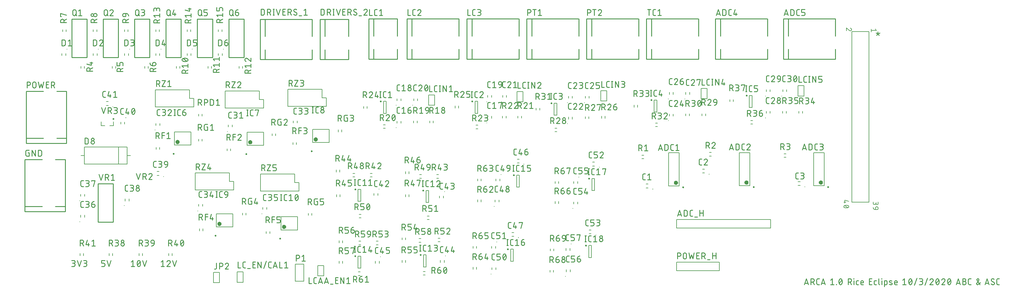
<source format=gbr>
G04 EAGLE Gerber RS-274X export*
G75*
%MOMM*%
%FSLAX34Y34*%
%LPD*%
%INSilkscreen Top*%
%IPPOS*%
%AMOC8*
5,1,8,0,0,1.08239X$1,22.5*%
G01*
%ADD10C,0.254000*%
%ADD11C,0.600000*%
%ADD12C,0.250000*%
%ADD13C,0.200000*%
%ADD14C,0.203200*%
%ADD15C,0.100000*%


D10*
X2355850Y22098D02*
X2361777Y39878D01*
X2367703Y22098D01*
X2366222Y26543D02*
X2357332Y26543D01*
X2375016Y22098D02*
X2375016Y39878D01*
X2379954Y39878D01*
X2380094Y39876D01*
X2380233Y39870D01*
X2380373Y39860D01*
X2380512Y39846D01*
X2380651Y39829D01*
X2380789Y39807D01*
X2380926Y39781D01*
X2381063Y39752D01*
X2381199Y39719D01*
X2381333Y39682D01*
X2381467Y39641D01*
X2381599Y39596D01*
X2381731Y39547D01*
X2381860Y39495D01*
X2381988Y39440D01*
X2382115Y39380D01*
X2382240Y39317D01*
X2382363Y39251D01*
X2382484Y39181D01*
X2382603Y39108D01*
X2382720Y39031D01*
X2382834Y38951D01*
X2382947Y38868D01*
X2383057Y38782D01*
X2383164Y38692D01*
X2383269Y38600D01*
X2383371Y38505D01*
X2383471Y38407D01*
X2383568Y38306D01*
X2383662Y38202D01*
X2383752Y38096D01*
X2383840Y37987D01*
X2383925Y37876D01*
X2384006Y37762D01*
X2384085Y37647D01*
X2384160Y37529D01*
X2384231Y37409D01*
X2384299Y37286D01*
X2384364Y37163D01*
X2384425Y37037D01*
X2384483Y36909D01*
X2384537Y36781D01*
X2384587Y36650D01*
X2384634Y36518D01*
X2384677Y36385D01*
X2384716Y36251D01*
X2384751Y36116D01*
X2384782Y35980D01*
X2384810Y35842D01*
X2384833Y35705D01*
X2384853Y35566D01*
X2384869Y35427D01*
X2384881Y35288D01*
X2384889Y35149D01*
X2384893Y35009D01*
X2384893Y34869D01*
X2384889Y34729D01*
X2384881Y34590D01*
X2384869Y34451D01*
X2384853Y34312D01*
X2384833Y34173D01*
X2384810Y34036D01*
X2384782Y33898D01*
X2384751Y33762D01*
X2384716Y33627D01*
X2384677Y33493D01*
X2384634Y33360D01*
X2384587Y33228D01*
X2384537Y33097D01*
X2384483Y32969D01*
X2384425Y32841D01*
X2384364Y32715D01*
X2384299Y32592D01*
X2384231Y32470D01*
X2384160Y32349D01*
X2384085Y32231D01*
X2384006Y32116D01*
X2383925Y32002D01*
X2383840Y31891D01*
X2383752Y31782D01*
X2383662Y31676D01*
X2383568Y31572D01*
X2383471Y31471D01*
X2383371Y31373D01*
X2383269Y31278D01*
X2383164Y31186D01*
X2383057Y31096D01*
X2382947Y31010D01*
X2382834Y30927D01*
X2382720Y30847D01*
X2382603Y30770D01*
X2382484Y30697D01*
X2382363Y30627D01*
X2382240Y30561D01*
X2382115Y30498D01*
X2381988Y30438D01*
X2381860Y30383D01*
X2381731Y30331D01*
X2381599Y30282D01*
X2381467Y30237D01*
X2381333Y30196D01*
X2381199Y30159D01*
X2381063Y30126D01*
X2380926Y30097D01*
X2380789Y30071D01*
X2380651Y30049D01*
X2380512Y30032D01*
X2380373Y30018D01*
X2380233Y30008D01*
X2380094Y30002D01*
X2379954Y30000D01*
X2375016Y30000D01*
X2380942Y30000D02*
X2384893Y22098D01*
X2396277Y22098D02*
X2400228Y22098D01*
X2396277Y22098D02*
X2396153Y22100D01*
X2396029Y22106D01*
X2395905Y22116D01*
X2395782Y22129D01*
X2395659Y22147D01*
X2395537Y22168D01*
X2395415Y22193D01*
X2395294Y22222D01*
X2395175Y22255D01*
X2395056Y22291D01*
X2394939Y22332D01*
X2394823Y22375D01*
X2394708Y22423D01*
X2394595Y22474D01*
X2394483Y22529D01*
X2394374Y22587D01*
X2394266Y22648D01*
X2394160Y22713D01*
X2394056Y22781D01*
X2393955Y22853D01*
X2393855Y22927D01*
X2393759Y23005D01*
X2393664Y23085D01*
X2393572Y23169D01*
X2393483Y23255D01*
X2393397Y23344D01*
X2393313Y23436D01*
X2393233Y23531D01*
X2393155Y23627D01*
X2393081Y23727D01*
X2393009Y23828D01*
X2392941Y23932D01*
X2392876Y24038D01*
X2392815Y24146D01*
X2392757Y24255D01*
X2392702Y24367D01*
X2392651Y24480D01*
X2392603Y24595D01*
X2392560Y24711D01*
X2392519Y24828D01*
X2392483Y24947D01*
X2392450Y25066D01*
X2392421Y25187D01*
X2392396Y25309D01*
X2392375Y25431D01*
X2392357Y25554D01*
X2392344Y25677D01*
X2392334Y25801D01*
X2392328Y25925D01*
X2392326Y26049D01*
X2392326Y35927D01*
X2392328Y36051D01*
X2392334Y36175D01*
X2392344Y36299D01*
X2392357Y36422D01*
X2392375Y36545D01*
X2392396Y36667D01*
X2392421Y36789D01*
X2392450Y36910D01*
X2392483Y37029D01*
X2392519Y37148D01*
X2392560Y37265D01*
X2392603Y37381D01*
X2392651Y37496D01*
X2392702Y37609D01*
X2392757Y37721D01*
X2392815Y37830D01*
X2392876Y37938D01*
X2392941Y38044D01*
X2393009Y38148D01*
X2393081Y38249D01*
X2393155Y38349D01*
X2393233Y38445D01*
X2393313Y38540D01*
X2393397Y38632D01*
X2393483Y38721D01*
X2393572Y38807D01*
X2393664Y38891D01*
X2393759Y38971D01*
X2393855Y39049D01*
X2393955Y39123D01*
X2394056Y39195D01*
X2394160Y39263D01*
X2394266Y39328D01*
X2394374Y39389D01*
X2394483Y39447D01*
X2394595Y39502D01*
X2394708Y39553D01*
X2394823Y39601D01*
X2394939Y39644D01*
X2395056Y39685D01*
X2395175Y39721D01*
X2395294Y39754D01*
X2395415Y39783D01*
X2395537Y39808D01*
X2395659Y39829D01*
X2395782Y39847D01*
X2395905Y39860D01*
X2396029Y39870D01*
X2396153Y39876D01*
X2396277Y39878D01*
X2400228Y39878D01*
X2411878Y39878D02*
X2405951Y22098D01*
X2417805Y22098D02*
X2411878Y39878D01*
X2416323Y26543D02*
X2407433Y26543D01*
X2433737Y35927D02*
X2438676Y39878D01*
X2438676Y22098D01*
X2433737Y22098D02*
X2443615Y22098D01*
X2450416Y22098D02*
X2450416Y23086D01*
X2451404Y23086D01*
X2451404Y22098D01*
X2450416Y22098D01*
X2458205Y30988D02*
X2458209Y31338D01*
X2458222Y31687D01*
X2458243Y32036D01*
X2458272Y32385D01*
X2458309Y32733D01*
X2458355Y33080D01*
X2458409Y33425D01*
X2458471Y33769D01*
X2458542Y34112D01*
X2458621Y34453D01*
X2458707Y34792D01*
X2458802Y35128D01*
X2458905Y35463D01*
X2459016Y35794D01*
X2459134Y36124D01*
X2459261Y36450D01*
X2459395Y36773D01*
X2459537Y37092D01*
X2459687Y37409D01*
X2459687Y37408D02*
X2459727Y37521D01*
X2459771Y37631D01*
X2459819Y37741D01*
X2459870Y37849D01*
X2459925Y37954D01*
X2459983Y38059D01*
X2460045Y38161D01*
X2460110Y38261D01*
X2460178Y38359D01*
X2460249Y38455D01*
X2460324Y38548D01*
X2460401Y38639D01*
X2460481Y38727D01*
X2460565Y38812D01*
X2460650Y38895D01*
X2460739Y38975D01*
X2460830Y39052D01*
X2460924Y39126D01*
X2461020Y39197D01*
X2461118Y39265D01*
X2461218Y39329D01*
X2461321Y39391D01*
X2461425Y39448D01*
X2461531Y39503D01*
X2461639Y39554D01*
X2461749Y39601D01*
X2461860Y39645D01*
X2461972Y39685D01*
X2462086Y39721D01*
X2462200Y39754D01*
X2462316Y39783D01*
X2462433Y39808D01*
X2462550Y39829D01*
X2462668Y39847D01*
X2462787Y39860D01*
X2462906Y39870D01*
X2463025Y39876D01*
X2463144Y39878D01*
X2463263Y39876D01*
X2463382Y39870D01*
X2463501Y39860D01*
X2463620Y39847D01*
X2463738Y39829D01*
X2463855Y39808D01*
X2463972Y39783D01*
X2464088Y39754D01*
X2464202Y39721D01*
X2464316Y39685D01*
X2464428Y39645D01*
X2464539Y39601D01*
X2464649Y39554D01*
X2464757Y39503D01*
X2464863Y39448D01*
X2464967Y39391D01*
X2465070Y39329D01*
X2465170Y39265D01*
X2465268Y39197D01*
X2465364Y39126D01*
X2465458Y39052D01*
X2465549Y38975D01*
X2465638Y38895D01*
X2465724Y38812D01*
X2465807Y38727D01*
X2465887Y38639D01*
X2465964Y38548D01*
X2466039Y38455D01*
X2466110Y38359D01*
X2466178Y38261D01*
X2466243Y38161D01*
X2466305Y38059D01*
X2466363Y37954D01*
X2466418Y37848D01*
X2466469Y37741D01*
X2466517Y37631D01*
X2466561Y37521D01*
X2466601Y37408D01*
X2466601Y37409D02*
X2466751Y37092D01*
X2466893Y36773D01*
X2467027Y36450D01*
X2467154Y36124D01*
X2467272Y35794D01*
X2467383Y35463D01*
X2467486Y35128D01*
X2467581Y34792D01*
X2467667Y34453D01*
X2467746Y34112D01*
X2467817Y33769D01*
X2467879Y33425D01*
X2467933Y33080D01*
X2467979Y32733D01*
X2468016Y32385D01*
X2468045Y32036D01*
X2468066Y31687D01*
X2468079Y31338D01*
X2468083Y30988D01*
X2458205Y30988D02*
X2458209Y30638D01*
X2458222Y30289D01*
X2458243Y29940D01*
X2458272Y29591D01*
X2458309Y29243D01*
X2458355Y28896D01*
X2458409Y28551D01*
X2458471Y28207D01*
X2458542Y27864D01*
X2458621Y27523D01*
X2458707Y27184D01*
X2458802Y26848D01*
X2458905Y26513D01*
X2459016Y26182D01*
X2459134Y25853D01*
X2459261Y25526D01*
X2459395Y25203D01*
X2459537Y24884D01*
X2459687Y24568D01*
X2459727Y24455D01*
X2459771Y24345D01*
X2459819Y24235D01*
X2459870Y24127D01*
X2459925Y24021D01*
X2459983Y23917D01*
X2460045Y23815D01*
X2460110Y23715D01*
X2460178Y23617D01*
X2460249Y23521D01*
X2460324Y23428D01*
X2460401Y23337D01*
X2460481Y23249D01*
X2460565Y23164D01*
X2460650Y23081D01*
X2460739Y23001D01*
X2460830Y22924D01*
X2460924Y22850D01*
X2461020Y22779D01*
X2461118Y22711D01*
X2461218Y22647D01*
X2461321Y22585D01*
X2461425Y22527D01*
X2461531Y22473D01*
X2461639Y22422D01*
X2461749Y22375D01*
X2461860Y22331D01*
X2461972Y22291D01*
X2462086Y22255D01*
X2462200Y22222D01*
X2462316Y22193D01*
X2462433Y22168D01*
X2462550Y22147D01*
X2462668Y22129D01*
X2462787Y22116D01*
X2462906Y22106D01*
X2463025Y22100D01*
X2463144Y22098D01*
X2466601Y24568D02*
X2466751Y24884D01*
X2466893Y25203D01*
X2467027Y25526D01*
X2467154Y25853D01*
X2467272Y26182D01*
X2467383Y26513D01*
X2467486Y26848D01*
X2467581Y27184D01*
X2467667Y27523D01*
X2467746Y27864D01*
X2467817Y28207D01*
X2467879Y28551D01*
X2467933Y28896D01*
X2467979Y29243D01*
X2468016Y29591D01*
X2468045Y29940D01*
X2468066Y30289D01*
X2468079Y30638D01*
X2468083Y30988D01*
X2466601Y24568D02*
X2466561Y24455D01*
X2466517Y24345D01*
X2466469Y24235D01*
X2466418Y24128D01*
X2466363Y24022D01*
X2466305Y23917D01*
X2466243Y23815D01*
X2466178Y23715D01*
X2466110Y23617D01*
X2466039Y23521D01*
X2465964Y23428D01*
X2465887Y23337D01*
X2465807Y23249D01*
X2465724Y23164D01*
X2465638Y23081D01*
X2465549Y23001D01*
X2465458Y22924D01*
X2465364Y22850D01*
X2465268Y22779D01*
X2465170Y22711D01*
X2465070Y22647D01*
X2464967Y22585D01*
X2464863Y22528D01*
X2464757Y22473D01*
X2464649Y22422D01*
X2464539Y22375D01*
X2464428Y22331D01*
X2464316Y22291D01*
X2464202Y22255D01*
X2464088Y22222D01*
X2463972Y22193D01*
X2463855Y22168D01*
X2463738Y22147D01*
X2463620Y22129D01*
X2463501Y22116D01*
X2463382Y22106D01*
X2463263Y22100D01*
X2463144Y22098D01*
X2459193Y26049D02*
X2467095Y35927D01*
X2485704Y39878D02*
X2485704Y22098D01*
X2485704Y39878D02*
X2490643Y39878D01*
X2490783Y39876D01*
X2490922Y39870D01*
X2491062Y39860D01*
X2491201Y39846D01*
X2491340Y39829D01*
X2491478Y39807D01*
X2491615Y39781D01*
X2491752Y39752D01*
X2491888Y39719D01*
X2492022Y39682D01*
X2492156Y39641D01*
X2492288Y39596D01*
X2492420Y39547D01*
X2492549Y39495D01*
X2492677Y39440D01*
X2492804Y39380D01*
X2492929Y39317D01*
X2493052Y39251D01*
X2493173Y39181D01*
X2493292Y39108D01*
X2493409Y39031D01*
X2493523Y38951D01*
X2493636Y38868D01*
X2493746Y38782D01*
X2493853Y38692D01*
X2493958Y38600D01*
X2494060Y38505D01*
X2494160Y38407D01*
X2494257Y38306D01*
X2494351Y38202D01*
X2494441Y38096D01*
X2494529Y37987D01*
X2494614Y37876D01*
X2494695Y37762D01*
X2494774Y37647D01*
X2494849Y37529D01*
X2494920Y37409D01*
X2494988Y37286D01*
X2495053Y37163D01*
X2495114Y37037D01*
X2495172Y36909D01*
X2495226Y36781D01*
X2495276Y36650D01*
X2495323Y36518D01*
X2495366Y36385D01*
X2495405Y36251D01*
X2495440Y36116D01*
X2495471Y35980D01*
X2495499Y35842D01*
X2495522Y35705D01*
X2495542Y35566D01*
X2495558Y35427D01*
X2495570Y35288D01*
X2495578Y35149D01*
X2495582Y35009D01*
X2495582Y34869D01*
X2495578Y34729D01*
X2495570Y34590D01*
X2495558Y34451D01*
X2495542Y34312D01*
X2495522Y34173D01*
X2495499Y34036D01*
X2495471Y33898D01*
X2495440Y33762D01*
X2495405Y33627D01*
X2495366Y33493D01*
X2495323Y33360D01*
X2495276Y33228D01*
X2495226Y33097D01*
X2495172Y32969D01*
X2495114Y32841D01*
X2495053Y32715D01*
X2494988Y32592D01*
X2494920Y32470D01*
X2494849Y32349D01*
X2494774Y32231D01*
X2494695Y32116D01*
X2494614Y32002D01*
X2494529Y31891D01*
X2494441Y31782D01*
X2494351Y31676D01*
X2494257Y31572D01*
X2494160Y31471D01*
X2494060Y31373D01*
X2493958Y31278D01*
X2493853Y31186D01*
X2493746Y31096D01*
X2493636Y31010D01*
X2493523Y30927D01*
X2493409Y30847D01*
X2493292Y30770D01*
X2493173Y30697D01*
X2493052Y30627D01*
X2492929Y30561D01*
X2492804Y30498D01*
X2492677Y30438D01*
X2492549Y30383D01*
X2492420Y30331D01*
X2492288Y30282D01*
X2492156Y30237D01*
X2492022Y30196D01*
X2491888Y30159D01*
X2491752Y30126D01*
X2491615Y30097D01*
X2491478Y30071D01*
X2491340Y30049D01*
X2491201Y30032D01*
X2491062Y30018D01*
X2490922Y30008D01*
X2490783Y30002D01*
X2490643Y30000D01*
X2485704Y30000D01*
X2491631Y30000D02*
X2495582Y22098D01*
X2502759Y22098D02*
X2502759Y33951D01*
X2502265Y38890D02*
X2502265Y39878D01*
X2503253Y39878D01*
X2503253Y38890D01*
X2502265Y38890D01*
X2512864Y22098D02*
X2516815Y22098D01*
X2512864Y22098D02*
X2512758Y22100D01*
X2512653Y22106D01*
X2512547Y22115D01*
X2512442Y22128D01*
X2512338Y22145D01*
X2512234Y22166D01*
X2512131Y22190D01*
X2512029Y22218D01*
X2511928Y22250D01*
X2511829Y22285D01*
X2511730Y22324D01*
X2511633Y22366D01*
X2511538Y22411D01*
X2511444Y22460D01*
X2511352Y22513D01*
X2511262Y22568D01*
X2511174Y22627D01*
X2511088Y22689D01*
X2511005Y22754D01*
X2510924Y22822D01*
X2510845Y22892D01*
X2510769Y22966D01*
X2510695Y23042D01*
X2510625Y23121D01*
X2510557Y23202D01*
X2510492Y23285D01*
X2510430Y23371D01*
X2510371Y23459D01*
X2510316Y23549D01*
X2510263Y23641D01*
X2510214Y23735D01*
X2510169Y23830D01*
X2510127Y23927D01*
X2510088Y24026D01*
X2510053Y24125D01*
X2510021Y24226D01*
X2509993Y24328D01*
X2509969Y24431D01*
X2509948Y24535D01*
X2509931Y24639D01*
X2509918Y24744D01*
X2509909Y24850D01*
X2509903Y24955D01*
X2509901Y25061D01*
X2509901Y30988D01*
X2509903Y31094D01*
X2509909Y31199D01*
X2509918Y31305D01*
X2509931Y31410D01*
X2509948Y31514D01*
X2509969Y31618D01*
X2509993Y31721D01*
X2510021Y31823D01*
X2510053Y31924D01*
X2510088Y32023D01*
X2510127Y32122D01*
X2510169Y32219D01*
X2510214Y32314D01*
X2510263Y32408D01*
X2510316Y32500D01*
X2510371Y32590D01*
X2510430Y32678D01*
X2510492Y32764D01*
X2510557Y32847D01*
X2510625Y32928D01*
X2510695Y33007D01*
X2510769Y33083D01*
X2510845Y33157D01*
X2510924Y33227D01*
X2511005Y33295D01*
X2511088Y33360D01*
X2511174Y33422D01*
X2511262Y33481D01*
X2511352Y33536D01*
X2511444Y33589D01*
X2511538Y33638D01*
X2511633Y33683D01*
X2511730Y33725D01*
X2511829Y33764D01*
X2511928Y33799D01*
X2512029Y33831D01*
X2512131Y33859D01*
X2512234Y33883D01*
X2512338Y33904D01*
X2512442Y33921D01*
X2512547Y33934D01*
X2512653Y33943D01*
X2512758Y33949D01*
X2512864Y33951D01*
X2516815Y33951D01*
X2526239Y22098D02*
X2531178Y22098D01*
X2526239Y22098D02*
X2526133Y22100D01*
X2526028Y22106D01*
X2525922Y22115D01*
X2525817Y22128D01*
X2525713Y22145D01*
X2525609Y22166D01*
X2525506Y22190D01*
X2525404Y22218D01*
X2525303Y22250D01*
X2525204Y22285D01*
X2525105Y22324D01*
X2525008Y22366D01*
X2524913Y22411D01*
X2524819Y22460D01*
X2524727Y22513D01*
X2524637Y22568D01*
X2524549Y22627D01*
X2524463Y22689D01*
X2524380Y22754D01*
X2524299Y22822D01*
X2524220Y22892D01*
X2524144Y22966D01*
X2524070Y23042D01*
X2524000Y23121D01*
X2523932Y23202D01*
X2523867Y23285D01*
X2523805Y23371D01*
X2523746Y23459D01*
X2523691Y23549D01*
X2523638Y23641D01*
X2523589Y23735D01*
X2523544Y23830D01*
X2523502Y23927D01*
X2523463Y24026D01*
X2523428Y24125D01*
X2523396Y24226D01*
X2523368Y24328D01*
X2523344Y24431D01*
X2523323Y24535D01*
X2523306Y24639D01*
X2523293Y24744D01*
X2523284Y24850D01*
X2523278Y24955D01*
X2523276Y25061D01*
X2523276Y30000D01*
X2523278Y30124D01*
X2523284Y30248D01*
X2523294Y30372D01*
X2523307Y30495D01*
X2523325Y30618D01*
X2523346Y30740D01*
X2523371Y30862D01*
X2523400Y30983D01*
X2523433Y31102D01*
X2523469Y31221D01*
X2523510Y31338D01*
X2523553Y31454D01*
X2523601Y31569D01*
X2523652Y31682D01*
X2523707Y31794D01*
X2523765Y31903D01*
X2523826Y32011D01*
X2523891Y32117D01*
X2523959Y32221D01*
X2524031Y32322D01*
X2524105Y32422D01*
X2524183Y32518D01*
X2524263Y32613D01*
X2524347Y32705D01*
X2524433Y32794D01*
X2524522Y32880D01*
X2524614Y32964D01*
X2524709Y33044D01*
X2524805Y33122D01*
X2524905Y33196D01*
X2525006Y33268D01*
X2525110Y33336D01*
X2525216Y33401D01*
X2525324Y33462D01*
X2525433Y33520D01*
X2525545Y33575D01*
X2525658Y33626D01*
X2525773Y33674D01*
X2525889Y33717D01*
X2526006Y33758D01*
X2526125Y33794D01*
X2526244Y33827D01*
X2526365Y33856D01*
X2526487Y33881D01*
X2526609Y33902D01*
X2526732Y33920D01*
X2526855Y33933D01*
X2526979Y33943D01*
X2527103Y33949D01*
X2527227Y33951D01*
X2527351Y33949D01*
X2527475Y33943D01*
X2527599Y33933D01*
X2527722Y33920D01*
X2527845Y33902D01*
X2527967Y33881D01*
X2528089Y33856D01*
X2528210Y33827D01*
X2528329Y33794D01*
X2528448Y33758D01*
X2528565Y33717D01*
X2528681Y33674D01*
X2528796Y33626D01*
X2528909Y33575D01*
X2529021Y33520D01*
X2529130Y33462D01*
X2529238Y33401D01*
X2529344Y33336D01*
X2529448Y33268D01*
X2529549Y33196D01*
X2529649Y33122D01*
X2529745Y33044D01*
X2529840Y32964D01*
X2529932Y32880D01*
X2530021Y32794D01*
X2530107Y32705D01*
X2530191Y32613D01*
X2530271Y32518D01*
X2530349Y32422D01*
X2530423Y32322D01*
X2530495Y32221D01*
X2530563Y32117D01*
X2530628Y32011D01*
X2530689Y31903D01*
X2530747Y31794D01*
X2530802Y31682D01*
X2530853Y31569D01*
X2530901Y31454D01*
X2530944Y31338D01*
X2530985Y31221D01*
X2531021Y31102D01*
X2531054Y30983D01*
X2531083Y30862D01*
X2531108Y30740D01*
X2531129Y30618D01*
X2531147Y30495D01*
X2531160Y30372D01*
X2531170Y30248D01*
X2531176Y30124D01*
X2531178Y30000D01*
X2531178Y28025D01*
X2523276Y28025D01*
X2548545Y22098D02*
X2556447Y22098D01*
X2548545Y22098D02*
X2548545Y39878D01*
X2556447Y39878D01*
X2554471Y31976D02*
X2548545Y31976D01*
X2565878Y22098D02*
X2569829Y22098D01*
X2565878Y22098D02*
X2565772Y22100D01*
X2565667Y22106D01*
X2565561Y22115D01*
X2565456Y22128D01*
X2565352Y22145D01*
X2565248Y22166D01*
X2565145Y22190D01*
X2565043Y22218D01*
X2564942Y22250D01*
X2564843Y22285D01*
X2564744Y22324D01*
X2564647Y22366D01*
X2564552Y22411D01*
X2564458Y22460D01*
X2564366Y22513D01*
X2564276Y22568D01*
X2564188Y22627D01*
X2564102Y22689D01*
X2564019Y22754D01*
X2563938Y22822D01*
X2563859Y22892D01*
X2563783Y22966D01*
X2563709Y23042D01*
X2563639Y23121D01*
X2563571Y23202D01*
X2563506Y23285D01*
X2563444Y23371D01*
X2563385Y23459D01*
X2563330Y23549D01*
X2563277Y23641D01*
X2563228Y23735D01*
X2563183Y23830D01*
X2563141Y23927D01*
X2563102Y24026D01*
X2563067Y24125D01*
X2563035Y24226D01*
X2563007Y24328D01*
X2562983Y24431D01*
X2562962Y24535D01*
X2562945Y24639D01*
X2562932Y24744D01*
X2562923Y24850D01*
X2562917Y24955D01*
X2562915Y25061D01*
X2562915Y30988D01*
X2562917Y31094D01*
X2562923Y31199D01*
X2562932Y31305D01*
X2562945Y31410D01*
X2562962Y31514D01*
X2562983Y31618D01*
X2563007Y31721D01*
X2563035Y31823D01*
X2563067Y31924D01*
X2563102Y32023D01*
X2563141Y32122D01*
X2563183Y32219D01*
X2563228Y32314D01*
X2563277Y32408D01*
X2563330Y32500D01*
X2563385Y32590D01*
X2563444Y32678D01*
X2563506Y32764D01*
X2563571Y32847D01*
X2563639Y32928D01*
X2563709Y33007D01*
X2563783Y33083D01*
X2563859Y33157D01*
X2563938Y33227D01*
X2564019Y33295D01*
X2564102Y33360D01*
X2564188Y33422D01*
X2564276Y33481D01*
X2564366Y33536D01*
X2564458Y33589D01*
X2564552Y33638D01*
X2564647Y33683D01*
X2564744Y33725D01*
X2564843Y33764D01*
X2564942Y33799D01*
X2565043Y33831D01*
X2565145Y33859D01*
X2565248Y33883D01*
X2565352Y33904D01*
X2565456Y33921D01*
X2565561Y33934D01*
X2565667Y33943D01*
X2565772Y33949D01*
X2565878Y33951D01*
X2569829Y33951D01*
X2576511Y39878D02*
X2576511Y25061D01*
X2576513Y24955D01*
X2576519Y24850D01*
X2576528Y24744D01*
X2576541Y24639D01*
X2576558Y24535D01*
X2576579Y24431D01*
X2576603Y24328D01*
X2576631Y24226D01*
X2576663Y24125D01*
X2576698Y24026D01*
X2576737Y23927D01*
X2576779Y23830D01*
X2576824Y23735D01*
X2576873Y23641D01*
X2576926Y23549D01*
X2576981Y23459D01*
X2577040Y23371D01*
X2577102Y23285D01*
X2577167Y23202D01*
X2577235Y23121D01*
X2577305Y23042D01*
X2577379Y22966D01*
X2577455Y22892D01*
X2577534Y22822D01*
X2577615Y22754D01*
X2577698Y22689D01*
X2577784Y22627D01*
X2577872Y22568D01*
X2577962Y22513D01*
X2578054Y22460D01*
X2578148Y22411D01*
X2578243Y22366D01*
X2578340Y22324D01*
X2578439Y22285D01*
X2578538Y22250D01*
X2578639Y22218D01*
X2578741Y22190D01*
X2578844Y22166D01*
X2578948Y22145D01*
X2579052Y22128D01*
X2579157Y22115D01*
X2579263Y22106D01*
X2579368Y22100D01*
X2579474Y22098D01*
X2585484Y22098D02*
X2585484Y33951D01*
X2584991Y38890D02*
X2584991Y39878D01*
X2585978Y39878D01*
X2585978Y38890D01*
X2584991Y38890D01*
X2593279Y33951D02*
X2593279Y16171D01*
X2593279Y33951D02*
X2598218Y33951D01*
X2598326Y33949D01*
X2598434Y33943D01*
X2598542Y33933D01*
X2598649Y33919D01*
X2598756Y33902D01*
X2598862Y33880D01*
X2598967Y33855D01*
X2599072Y33825D01*
X2599175Y33792D01*
X2599276Y33755D01*
X2599377Y33715D01*
X2599476Y33671D01*
X2599573Y33623D01*
X2599668Y33572D01*
X2599762Y33517D01*
X2599853Y33459D01*
X2599942Y33398D01*
X2600029Y33333D01*
X2600113Y33266D01*
X2600195Y33195D01*
X2600275Y33121D01*
X2600351Y33045D01*
X2600425Y32965D01*
X2600495Y32883D01*
X2600563Y32799D01*
X2600628Y32712D01*
X2600689Y32623D01*
X2600747Y32532D01*
X2600802Y32438D01*
X2600853Y32343D01*
X2600901Y32246D01*
X2600945Y32147D01*
X2600985Y32046D01*
X2601022Y31945D01*
X2601055Y31842D01*
X2601085Y31737D01*
X2601110Y31632D01*
X2601132Y31526D01*
X2601149Y31419D01*
X2601163Y31312D01*
X2601173Y31204D01*
X2601179Y31096D01*
X2601181Y30988D01*
X2601181Y25061D01*
X2601179Y24955D01*
X2601173Y24850D01*
X2601164Y24744D01*
X2601151Y24639D01*
X2601134Y24535D01*
X2601113Y24431D01*
X2601089Y24328D01*
X2601061Y24226D01*
X2601029Y24125D01*
X2600994Y24026D01*
X2600955Y23927D01*
X2600913Y23830D01*
X2600868Y23735D01*
X2600819Y23641D01*
X2600766Y23549D01*
X2600711Y23459D01*
X2600652Y23371D01*
X2600590Y23285D01*
X2600525Y23202D01*
X2600457Y23121D01*
X2600387Y23042D01*
X2600313Y22966D01*
X2600237Y22892D01*
X2600158Y22822D01*
X2600077Y22754D01*
X2599994Y22689D01*
X2599908Y22627D01*
X2599820Y22568D01*
X2599730Y22513D01*
X2599638Y22460D01*
X2599544Y22411D01*
X2599449Y22366D01*
X2599352Y22324D01*
X2599253Y22285D01*
X2599154Y22250D01*
X2599053Y22218D01*
X2598951Y22190D01*
X2598848Y22166D01*
X2598744Y22145D01*
X2598640Y22128D01*
X2598535Y22115D01*
X2598429Y22106D01*
X2598324Y22100D01*
X2598218Y22098D01*
X2593279Y22098D01*
X2609813Y29012D02*
X2614752Y27037D01*
X2609813Y29012D02*
X2609721Y29051D01*
X2609630Y29094D01*
X2609541Y29140D01*
X2609454Y29189D01*
X2609369Y29242D01*
X2609286Y29298D01*
X2609206Y29358D01*
X2609127Y29420D01*
X2609052Y29486D01*
X2608979Y29554D01*
X2608908Y29625D01*
X2608841Y29699D01*
X2608776Y29775D01*
X2608714Y29854D01*
X2608656Y29936D01*
X2608601Y30019D01*
X2608549Y30105D01*
X2608500Y30192D01*
X2608455Y30282D01*
X2608414Y30373D01*
X2608376Y30465D01*
X2608341Y30559D01*
X2608311Y30655D01*
X2608284Y30751D01*
X2608261Y30849D01*
X2608242Y30947D01*
X2608226Y31046D01*
X2608215Y31145D01*
X2608207Y31245D01*
X2608203Y31345D01*
X2608204Y31445D01*
X2608208Y31545D01*
X2608216Y31645D01*
X2608228Y31744D01*
X2608243Y31843D01*
X2608263Y31941D01*
X2608286Y32039D01*
X2608314Y32135D01*
X2608345Y32230D01*
X2608379Y32324D01*
X2608418Y32416D01*
X2608460Y32507D01*
X2608505Y32597D01*
X2608554Y32684D01*
X2608606Y32769D01*
X2608662Y32853D01*
X2608720Y32934D01*
X2608782Y33012D01*
X2608847Y33088D01*
X2608915Y33162D01*
X2608986Y33233D01*
X2609059Y33301D01*
X2609135Y33366D01*
X2609214Y33428D01*
X2609294Y33487D01*
X2609378Y33543D01*
X2609463Y33596D01*
X2609550Y33645D01*
X2609639Y33691D01*
X2609730Y33733D01*
X2609822Y33772D01*
X2609916Y33807D01*
X2610011Y33838D01*
X2610107Y33865D01*
X2610204Y33889D01*
X2610303Y33909D01*
X2610401Y33925D01*
X2610501Y33937D01*
X2610600Y33946D01*
X2610700Y33950D01*
X2610801Y33951D01*
X2610801Y33952D02*
X2611071Y33945D01*
X2611340Y33931D01*
X2611609Y33911D01*
X2611878Y33885D01*
X2612145Y33852D01*
X2612412Y33812D01*
X2612678Y33766D01*
X2612943Y33714D01*
X2613206Y33656D01*
X2613468Y33591D01*
X2613728Y33520D01*
X2613986Y33443D01*
X2614243Y33359D01*
X2614497Y33269D01*
X2614749Y33174D01*
X2614999Y33072D01*
X2615246Y32964D01*
X2614752Y27037D02*
X2614844Y26998D01*
X2614935Y26955D01*
X2615024Y26909D01*
X2615111Y26860D01*
X2615196Y26807D01*
X2615279Y26751D01*
X2615359Y26691D01*
X2615438Y26629D01*
X2615513Y26563D01*
X2615586Y26495D01*
X2615657Y26424D01*
X2615724Y26350D01*
X2615789Y26274D01*
X2615851Y26195D01*
X2615909Y26113D01*
X2615964Y26030D01*
X2616016Y25944D01*
X2616065Y25857D01*
X2616110Y25767D01*
X2616151Y25676D01*
X2616189Y25584D01*
X2616224Y25490D01*
X2616254Y25394D01*
X2616281Y25298D01*
X2616304Y25200D01*
X2616323Y25102D01*
X2616339Y25003D01*
X2616350Y24904D01*
X2616358Y24804D01*
X2616362Y24704D01*
X2616361Y24604D01*
X2616357Y24504D01*
X2616349Y24404D01*
X2616337Y24305D01*
X2616322Y24206D01*
X2616302Y24108D01*
X2616279Y24010D01*
X2616251Y23914D01*
X2616220Y23819D01*
X2616186Y23725D01*
X2616147Y23633D01*
X2616105Y23542D01*
X2616060Y23452D01*
X2616011Y23365D01*
X2615959Y23280D01*
X2615903Y23196D01*
X2615845Y23115D01*
X2615783Y23037D01*
X2615718Y22961D01*
X2615650Y22887D01*
X2615579Y22816D01*
X2615506Y22748D01*
X2615430Y22683D01*
X2615351Y22621D01*
X2615271Y22562D01*
X2615187Y22506D01*
X2615102Y22453D01*
X2615015Y22404D01*
X2614926Y22358D01*
X2614835Y22316D01*
X2614743Y22277D01*
X2614649Y22242D01*
X2614554Y22211D01*
X2614458Y22184D01*
X2614361Y22160D01*
X2614262Y22140D01*
X2614164Y22124D01*
X2614064Y22112D01*
X2613965Y22103D01*
X2613865Y22099D01*
X2613764Y22098D01*
X2613765Y22098D02*
X2613369Y22108D01*
X2612973Y22128D01*
X2612578Y22157D01*
X2612183Y22195D01*
X2611790Y22243D01*
X2611398Y22300D01*
X2611007Y22366D01*
X2610618Y22442D01*
X2610231Y22526D01*
X2609846Y22620D01*
X2609464Y22723D01*
X2609083Y22835D01*
X2608706Y22956D01*
X2608332Y23085D01*
X2626442Y22098D02*
X2631381Y22098D01*
X2626442Y22098D02*
X2626336Y22100D01*
X2626231Y22106D01*
X2626125Y22115D01*
X2626020Y22128D01*
X2625916Y22145D01*
X2625812Y22166D01*
X2625709Y22190D01*
X2625607Y22218D01*
X2625506Y22250D01*
X2625407Y22285D01*
X2625308Y22324D01*
X2625211Y22366D01*
X2625116Y22411D01*
X2625022Y22460D01*
X2624930Y22513D01*
X2624840Y22568D01*
X2624752Y22627D01*
X2624666Y22689D01*
X2624583Y22754D01*
X2624502Y22822D01*
X2624423Y22892D01*
X2624347Y22966D01*
X2624273Y23042D01*
X2624203Y23121D01*
X2624135Y23202D01*
X2624070Y23285D01*
X2624008Y23371D01*
X2623949Y23459D01*
X2623894Y23549D01*
X2623841Y23641D01*
X2623792Y23735D01*
X2623747Y23830D01*
X2623705Y23927D01*
X2623666Y24026D01*
X2623631Y24125D01*
X2623599Y24226D01*
X2623571Y24328D01*
X2623547Y24431D01*
X2623526Y24535D01*
X2623509Y24639D01*
X2623496Y24744D01*
X2623487Y24850D01*
X2623481Y24955D01*
X2623479Y25061D01*
X2623479Y30000D01*
X2623481Y30124D01*
X2623487Y30248D01*
X2623497Y30372D01*
X2623510Y30495D01*
X2623528Y30618D01*
X2623549Y30740D01*
X2623574Y30862D01*
X2623603Y30983D01*
X2623636Y31102D01*
X2623672Y31221D01*
X2623713Y31338D01*
X2623756Y31454D01*
X2623804Y31569D01*
X2623855Y31682D01*
X2623910Y31794D01*
X2623968Y31903D01*
X2624029Y32011D01*
X2624094Y32117D01*
X2624162Y32221D01*
X2624234Y32322D01*
X2624308Y32422D01*
X2624386Y32518D01*
X2624466Y32613D01*
X2624550Y32705D01*
X2624636Y32794D01*
X2624725Y32880D01*
X2624817Y32964D01*
X2624912Y33044D01*
X2625008Y33122D01*
X2625108Y33196D01*
X2625209Y33268D01*
X2625313Y33336D01*
X2625419Y33401D01*
X2625527Y33462D01*
X2625636Y33520D01*
X2625748Y33575D01*
X2625861Y33626D01*
X2625976Y33674D01*
X2626092Y33717D01*
X2626209Y33758D01*
X2626328Y33794D01*
X2626447Y33827D01*
X2626568Y33856D01*
X2626690Y33881D01*
X2626812Y33902D01*
X2626935Y33920D01*
X2627058Y33933D01*
X2627182Y33943D01*
X2627306Y33949D01*
X2627430Y33951D01*
X2627554Y33949D01*
X2627678Y33943D01*
X2627802Y33933D01*
X2627925Y33920D01*
X2628048Y33902D01*
X2628170Y33881D01*
X2628292Y33856D01*
X2628413Y33827D01*
X2628532Y33794D01*
X2628651Y33758D01*
X2628768Y33717D01*
X2628884Y33674D01*
X2628999Y33626D01*
X2629112Y33575D01*
X2629224Y33520D01*
X2629333Y33462D01*
X2629441Y33401D01*
X2629547Y33336D01*
X2629651Y33268D01*
X2629752Y33196D01*
X2629852Y33122D01*
X2629948Y33044D01*
X2630043Y32964D01*
X2630135Y32880D01*
X2630224Y32794D01*
X2630310Y32705D01*
X2630394Y32613D01*
X2630474Y32518D01*
X2630552Y32422D01*
X2630626Y32322D01*
X2630698Y32221D01*
X2630766Y32117D01*
X2630831Y32011D01*
X2630892Y31903D01*
X2630950Y31794D01*
X2631005Y31682D01*
X2631056Y31569D01*
X2631104Y31454D01*
X2631147Y31338D01*
X2631188Y31221D01*
X2631224Y31102D01*
X2631257Y30983D01*
X2631286Y30862D01*
X2631311Y30740D01*
X2631332Y30618D01*
X2631350Y30495D01*
X2631363Y30372D01*
X2631373Y30248D01*
X2631379Y30124D01*
X2631381Y30000D01*
X2631381Y28025D01*
X2623479Y28025D01*
X2648124Y35927D02*
X2653063Y39878D01*
X2653063Y22098D01*
X2648124Y22098D02*
X2658002Y22098D01*
X2665601Y30988D02*
X2665605Y31338D01*
X2665618Y31687D01*
X2665639Y32036D01*
X2665668Y32385D01*
X2665705Y32733D01*
X2665751Y33080D01*
X2665805Y33425D01*
X2665867Y33769D01*
X2665938Y34112D01*
X2666017Y34453D01*
X2666103Y34792D01*
X2666198Y35128D01*
X2666301Y35463D01*
X2666412Y35794D01*
X2666530Y36124D01*
X2666657Y36450D01*
X2666791Y36773D01*
X2666933Y37092D01*
X2667083Y37409D01*
X2667083Y37408D02*
X2667123Y37521D01*
X2667167Y37631D01*
X2667215Y37741D01*
X2667266Y37849D01*
X2667321Y37954D01*
X2667379Y38059D01*
X2667441Y38161D01*
X2667506Y38261D01*
X2667574Y38359D01*
X2667645Y38455D01*
X2667720Y38548D01*
X2667797Y38639D01*
X2667877Y38727D01*
X2667961Y38812D01*
X2668046Y38895D01*
X2668135Y38975D01*
X2668226Y39052D01*
X2668320Y39126D01*
X2668416Y39197D01*
X2668514Y39265D01*
X2668614Y39329D01*
X2668717Y39391D01*
X2668821Y39448D01*
X2668927Y39503D01*
X2669035Y39554D01*
X2669145Y39601D01*
X2669256Y39645D01*
X2669368Y39685D01*
X2669482Y39721D01*
X2669596Y39754D01*
X2669712Y39783D01*
X2669829Y39808D01*
X2669946Y39829D01*
X2670064Y39847D01*
X2670183Y39860D01*
X2670302Y39870D01*
X2670421Y39876D01*
X2670540Y39878D01*
X2670659Y39876D01*
X2670778Y39870D01*
X2670897Y39860D01*
X2671016Y39847D01*
X2671134Y39829D01*
X2671251Y39808D01*
X2671368Y39783D01*
X2671484Y39754D01*
X2671598Y39721D01*
X2671712Y39685D01*
X2671824Y39645D01*
X2671935Y39601D01*
X2672045Y39554D01*
X2672153Y39503D01*
X2672259Y39448D01*
X2672363Y39391D01*
X2672466Y39329D01*
X2672566Y39265D01*
X2672664Y39197D01*
X2672760Y39126D01*
X2672854Y39052D01*
X2672945Y38975D01*
X2673034Y38895D01*
X2673120Y38812D01*
X2673203Y38727D01*
X2673283Y38639D01*
X2673360Y38548D01*
X2673435Y38455D01*
X2673506Y38359D01*
X2673574Y38261D01*
X2673639Y38161D01*
X2673701Y38059D01*
X2673759Y37954D01*
X2673814Y37848D01*
X2673865Y37741D01*
X2673913Y37631D01*
X2673957Y37521D01*
X2673997Y37408D01*
X2673997Y37409D02*
X2674147Y37092D01*
X2674289Y36773D01*
X2674423Y36450D01*
X2674550Y36124D01*
X2674668Y35794D01*
X2674779Y35463D01*
X2674882Y35128D01*
X2674977Y34792D01*
X2675063Y34453D01*
X2675142Y34112D01*
X2675213Y33769D01*
X2675275Y33425D01*
X2675329Y33080D01*
X2675375Y32733D01*
X2675412Y32385D01*
X2675441Y32036D01*
X2675462Y31687D01*
X2675475Y31338D01*
X2675479Y30988D01*
X2665601Y30988D02*
X2665605Y30638D01*
X2665618Y30289D01*
X2665639Y29940D01*
X2665668Y29591D01*
X2665705Y29243D01*
X2665751Y28896D01*
X2665805Y28551D01*
X2665867Y28207D01*
X2665938Y27864D01*
X2666017Y27523D01*
X2666103Y27184D01*
X2666198Y26848D01*
X2666301Y26513D01*
X2666412Y26182D01*
X2666530Y25853D01*
X2666657Y25526D01*
X2666791Y25203D01*
X2666933Y24884D01*
X2667083Y24568D01*
X2667123Y24455D01*
X2667167Y24345D01*
X2667215Y24235D01*
X2667266Y24127D01*
X2667321Y24021D01*
X2667379Y23917D01*
X2667441Y23815D01*
X2667506Y23715D01*
X2667574Y23617D01*
X2667645Y23521D01*
X2667720Y23428D01*
X2667797Y23337D01*
X2667877Y23249D01*
X2667961Y23164D01*
X2668046Y23081D01*
X2668135Y23001D01*
X2668226Y22924D01*
X2668320Y22850D01*
X2668416Y22779D01*
X2668514Y22711D01*
X2668614Y22647D01*
X2668717Y22585D01*
X2668821Y22527D01*
X2668927Y22473D01*
X2669035Y22422D01*
X2669145Y22375D01*
X2669256Y22331D01*
X2669368Y22291D01*
X2669482Y22255D01*
X2669596Y22222D01*
X2669712Y22193D01*
X2669829Y22168D01*
X2669946Y22147D01*
X2670064Y22129D01*
X2670183Y22116D01*
X2670302Y22106D01*
X2670421Y22100D01*
X2670540Y22098D01*
X2673997Y24568D02*
X2674147Y24884D01*
X2674289Y25203D01*
X2674423Y25526D01*
X2674550Y25853D01*
X2674668Y26182D01*
X2674779Y26513D01*
X2674882Y26848D01*
X2674977Y27184D01*
X2675063Y27523D01*
X2675142Y27864D01*
X2675213Y28207D01*
X2675275Y28551D01*
X2675329Y28896D01*
X2675375Y29243D01*
X2675412Y29591D01*
X2675441Y29940D01*
X2675462Y30289D01*
X2675475Y30638D01*
X2675479Y30988D01*
X2673997Y24568D02*
X2673957Y24455D01*
X2673913Y24345D01*
X2673865Y24235D01*
X2673814Y24128D01*
X2673759Y24022D01*
X2673701Y23917D01*
X2673639Y23815D01*
X2673574Y23715D01*
X2673506Y23617D01*
X2673435Y23521D01*
X2673360Y23428D01*
X2673283Y23337D01*
X2673203Y23249D01*
X2673120Y23164D01*
X2673034Y23081D01*
X2672945Y23001D01*
X2672854Y22924D01*
X2672760Y22850D01*
X2672664Y22779D01*
X2672566Y22711D01*
X2672466Y22647D01*
X2672363Y22585D01*
X2672259Y22528D01*
X2672153Y22473D01*
X2672045Y22422D01*
X2671935Y22375D01*
X2671824Y22331D01*
X2671712Y22291D01*
X2671598Y22255D01*
X2671484Y22222D01*
X2671368Y22193D01*
X2671251Y22168D01*
X2671134Y22147D01*
X2671016Y22129D01*
X2670897Y22116D01*
X2670778Y22106D01*
X2670659Y22100D01*
X2670540Y22098D01*
X2666589Y26049D02*
X2674491Y35927D01*
X2690221Y41854D02*
X2682318Y20122D01*
X2697060Y22098D02*
X2701999Y22098D01*
X2702139Y22100D01*
X2702278Y22106D01*
X2702418Y22116D01*
X2702557Y22130D01*
X2702696Y22147D01*
X2702834Y22169D01*
X2702971Y22195D01*
X2703108Y22224D01*
X2703244Y22257D01*
X2703378Y22294D01*
X2703512Y22335D01*
X2703644Y22380D01*
X2703776Y22429D01*
X2703905Y22481D01*
X2704033Y22536D01*
X2704160Y22596D01*
X2704285Y22659D01*
X2704408Y22725D01*
X2704529Y22795D01*
X2704648Y22868D01*
X2704765Y22945D01*
X2704879Y23025D01*
X2704992Y23108D01*
X2705102Y23194D01*
X2705209Y23284D01*
X2705314Y23376D01*
X2705416Y23471D01*
X2705516Y23569D01*
X2705613Y23670D01*
X2705707Y23774D01*
X2705797Y23880D01*
X2705885Y23989D01*
X2705970Y24100D01*
X2706051Y24214D01*
X2706130Y24329D01*
X2706205Y24447D01*
X2706276Y24568D01*
X2706344Y24690D01*
X2706409Y24813D01*
X2706470Y24939D01*
X2706528Y25067D01*
X2706582Y25195D01*
X2706632Y25326D01*
X2706679Y25458D01*
X2706722Y25591D01*
X2706761Y25725D01*
X2706796Y25860D01*
X2706827Y25996D01*
X2706855Y26134D01*
X2706878Y26271D01*
X2706898Y26410D01*
X2706914Y26549D01*
X2706926Y26688D01*
X2706934Y26827D01*
X2706938Y26967D01*
X2706938Y27107D01*
X2706934Y27247D01*
X2706926Y27386D01*
X2706914Y27525D01*
X2706898Y27664D01*
X2706878Y27803D01*
X2706855Y27940D01*
X2706827Y28078D01*
X2706796Y28214D01*
X2706761Y28349D01*
X2706722Y28483D01*
X2706679Y28616D01*
X2706632Y28748D01*
X2706582Y28879D01*
X2706528Y29007D01*
X2706470Y29135D01*
X2706409Y29261D01*
X2706344Y29384D01*
X2706276Y29507D01*
X2706205Y29627D01*
X2706130Y29745D01*
X2706051Y29860D01*
X2705970Y29974D01*
X2705885Y30085D01*
X2705797Y30194D01*
X2705707Y30300D01*
X2705613Y30404D01*
X2705516Y30505D01*
X2705416Y30603D01*
X2705314Y30698D01*
X2705209Y30790D01*
X2705102Y30880D01*
X2704992Y30966D01*
X2704879Y31049D01*
X2704765Y31129D01*
X2704648Y31206D01*
X2704529Y31279D01*
X2704408Y31349D01*
X2704285Y31415D01*
X2704160Y31478D01*
X2704033Y31538D01*
X2703905Y31593D01*
X2703776Y31645D01*
X2703644Y31694D01*
X2703512Y31739D01*
X2703378Y31780D01*
X2703244Y31817D01*
X2703108Y31850D01*
X2702971Y31879D01*
X2702834Y31905D01*
X2702696Y31927D01*
X2702557Y31944D01*
X2702418Y31958D01*
X2702278Y31968D01*
X2702139Y31974D01*
X2701999Y31976D01*
X2702987Y39878D02*
X2697060Y39878D01*
X2702987Y39878D02*
X2703111Y39876D01*
X2703235Y39870D01*
X2703359Y39860D01*
X2703482Y39847D01*
X2703605Y39829D01*
X2703727Y39808D01*
X2703849Y39783D01*
X2703970Y39754D01*
X2704089Y39721D01*
X2704208Y39685D01*
X2704325Y39644D01*
X2704441Y39601D01*
X2704556Y39553D01*
X2704669Y39502D01*
X2704781Y39447D01*
X2704890Y39389D01*
X2704998Y39328D01*
X2705104Y39263D01*
X2705208Y39195D01*
X2705309Y39123D01*
X2705409Y39049D01*
X2705505Y38971D01*
X2705600Y38891D01*
X2705692Y38807D01*
X2705781Y38721D01*
X2705867Y38632D01*
X2705951Y38540D01*
X2706031Y38445D01*
X2706109Y38349D01*
X2706183Y38249D01*
X2706255Y38148D01*
X2706323Y38044D01*
X2706388Y37938D01*
X2706449Y37830D01*
X2706507Y37721D01*
X2706562Y37609D01*
X2706613Y37496D01*
X2706661Y37381D01*
X2706704Y37265D01*
X2706745Y37148D01*
X2706781Y37029D01*
X2706814Y36910D01*
X2706843Y36789D01*
X2706868Y36667D01*
X2706889Y36545D01*
X2706907Y36422D01*
X2706920Y36299D01*
X2706930Y36175D01*
X2706936Y36051D01*
X2706938Y35927D01*
X2706936Y35803D01*
X2706930Y35679D01*
X2706920Y35555D01*
X2706907Y35432D01*
X2706889Y35309D01*
X2706868Y35187D01*
X2706843Y35065D01*
X2706814Y34944D01*
X2706781Y34825D01*
X2706745Y34706D01*
X2706704Y34589D01*
X2706661Y34473D01*
X2706613Y34358D01*
X2706562Y34245D01*
X2706507Y34133D01*
X2706449Y34024D01*
X2706388Y33916D01*
X2706323Y33810D01*
X2706255Y33706D01*
X2706183Y33605D01*
X2706109Y33505D01*
X2706031Y33409D01*
X2705951Y33314D01*
X2705867Y33222D01*
X2705781Y33133D01*
X2705692Y33047D01*
X2705600Y32963D01*
X2705505Y32883D01*
X2705409Y32805D01*
X2705309Y32731D01*
X2705208Y32659D01*
X2705104Y32591D01*
X2704998Y32526D01*
X2704890Y32465D01*
X2704781Y32407D01*
X2704669Y32352D01*
X2704556Y32301D01*
X2704441Y32253D01*
X2704325Y32210D01*
X2704208Y32169D01*
X2704089Y32133D01*
X2703970Y32100D01*
X2703849Y32071D01*
X2703727Y32046D01*
X2703605Y32025D01*
X2703482Y32007D01*
X2703359Y31994D01*
X2703235Y31984D01*
X2703111Y31978D01*
X2702987Y31976D01*
X2699036Y31976D01*
X2713777Y20122D02*
X2721680Y41854D01*
X2733952Y39878D02*
X2734084Y39876D01*
X2734215Y39870D01*
X2734347Y39860D01*
X2734478Y39847D01*
X2734608Y39829D01*
X2734738Y39808D01*
X2734868Y39783D01*
X2734996Y39754D01*
X2735124Y39721D01*
X2735250Y39684D01*
X2735376Y39644D01*
X2735500Y39600D01*
X2735623Y39552D01*
X2735744Y39501D01*
X2735864Y39446D01*
X2735982Y39388D01*
X2736098Y39326D01*
X2736212Y39260D01*
X2736325Y39192D01*
X2736435Y39120D01*
X2736543Y39045D01*
X2736649Y38966D01*
X2736753Y38885D01*
X2736854Y38800D01*
X2736952Y38713D01*
X2737048Y38622D01*
X2737141Y38529D01*
X2737232Y38433D01*
X2737319Y38335D01*
X2737404Y38234D01*
X2737485Y38130D01*
X2737564Y38024D01*
X2737639Y37916D01*
X2737711Y37806D01*
X2737779Y37693D01*
X2737845Y37579D01*
X2737907Y37463D01*
X2737965Y37345D01*
X2738020Y37225D01*
X2738071Y37104D01*
X2738119Y36981D01*
X2738163Y36857D01*
X2738203Y36731D01*
X2738240Y36605D01*
X2738273Y36477D01*
X2738302Y36349D01*
X2738327Y36219D01*
X2738348Y36089D01*
X2738366Y35959D01*
X2738379Y35828D01*
X2738389Y35696D01*
X2738395Y35565D01*
X2738397Y35433D01*
X2733952Y39878D02*
X2733802Y39876D01*
X2733653Y39870D01*
X2733504Y39860D01*
X2733355Y39847D01*
X2733206Y39829D01*
X2733058Y39808D01*
X2732910Y39782D01*
X2732764Y39753D01*
X2732618Y39720D01*
X2732473Y39683D01*
X2732329Y39642D01*
X2732186Y39598D01*
X2732044Y39550D01*
X2731904Y39498D01*
X2731765Y39443D01*
X2731627Y39384D01*
X2731492Y39321D01*
X2731357Y39255D01*
X2731225Y39185D01*
X2731095Y39112D01*
X2730966Y39035D01*
X2730839Y38955D01*
X2730715Y38872D01*
X2730593Y38786D01*
X2730473Y38696D01*
X2730356Y38603D01*
X2730241Y38508D01*
X2730128Y38409D01*
X2730018Y38307D01*
X2729911Y38203D01*
X2729807Y38096D01*
X2729705Y37986D01*
X2729607Y37873D01*
X2729511Y37758D01*
X2729419Y37640D01*
X2729329Y37520D01*
X2729243Y37398D01*
X2729160Y37274D01*
X2729080Y37147D01*
X2729004Y37019D01*
X2728931Y36888D01*
X2728861Y36755D01*
X2728795Y36621D01*
X2728733Y36485D01*
X2728674Y36348D01*
X2728618Y36209D01*
X2728567Y36068D01*
X2728519Y35927D01*
X2736914Y31976D02*
X2737010Y32069D01*
X2737102Y32165D01*
X2737192Y32264D01*
X2737279Y32365D01*
X2737364Y32468D01*
X2737445Y32573D01*
X2737523Y32681D01*
X2737598Y32791D01*
X2737671Y32903D01*
X2737740Y33017D01*
X2737806Y33133D01*
X2737868Y33251D01*
X2737927Y33370D01*
X2737983Y33491D01*
X2738036Y33614D01*
X2738085Y33738D01*
X2738130Y33863D01*
X2738173Y33990D01*
X2738211Y34117D01*
X2738246Y34246D01*
X2738277Y34375D01*
X2738305Y34506D01*
X2738329Y34637D01*
X2738350Y34769D01*
X2738366Y34901D01*
X2738379Y35034D01*
X2738389Y35167D01*
X2738394Y35300D01*
X2738396Y35433D01*
X2736915Y31976D02*
X2728519Y22098D01*
X2738397Y22098D01*
X2745996Y30988D02*
X2746000Y31338D01*
X2746013Y31687D01*
X2746034Y32036D01*
X2746063Y32385D01*
X2746100Y32733D01*
X2746146Y33080D01*
X2746200Y33425D01*
X2746262Y33769D01*
X2746333Y34112D01*
X2746412Y34453D01*
X2746498Y34792D01*
X2746593Y35128D01*
X2746696Y35463D01*
X2746807Y35794D01*
X2746925Y36124D01*
X2747052Y36450D01*
X2747186Y36773D01*
X2747328Y37092D01*
X2747478Y37409D01*
X2747478Y37408D02*
X2747518Y37521D01*
X2747562Y37631D01*
X2747610Y37741D01*
X2747661Y37849D01*
X2747716Y37954D01*
X2747774Y38059D01*
X2747836Y38161D01*
X2747901Y38261D01*
X2747969Y38359D01*
X2748040Y38455D01*
X2748115Y38548D01*
X2748192Y38639D01*
X2748272Y38727D01*
X2748356Y38812D01*
X2748441Y38895D01*
X2748530Y38975D01*
X2748621Y39052D01*
X2748715Y39126D01*
X2748811Y39197D01*
X2748909Y39265D01*
X2749009Y39329D01*
X2749112Y39391D01*
X2749216Y39448D01*
X2749322Y39503D01*
X2749430Y39554D01*
X2749540Y39601D01*
X2749651Y39645D01*
X2749763Y39685D01*
X2749877Y39721D01*
X2749991Y39754D01*
X2750107Y39783D01*
X2750224Y39808D01*
X2750341Y39829D01*
X2750459Y39847D01*
X2750578Y39860D01*
X2750697Y39870D01*
X2750816Y39876D01*
X2750935Y39878D01*
X2751054Y39876D01*
X2751173Y39870D01*
X2751292Y39860D01*
X2751411Y39847D01*
X2751529Y39829D01*
X2751646Y39808D01*
X2751763Y39783D01*
X2751879Y39754D01*
X2751993Y39721D01*
X2752107Y39685D01*
X2752219Y39645D01*
X2752330Y39601D01*
X2752440Y39554D01*
X2752548Y39503D01*
X2752654Y39448D01*
X2752758Y39391D01*
X2752861Y39329D01*
X2752961Y39265D01*
X2753059Y39197D01*
X2753155Y39126D01*
X2753249Y39052D01*
X2753340Y38975D01*
X2753429Y38895D01*
X2753515Y38812D01*
X2753598Y38727D01*
X2753678Y38639D01*
X2753755Y38548D01*
X2753830Y38455D01*
X2753901Y38359D01*
X2753969Y38261D01*
X2754034Y38161D01*
X2754096Y38059D01*
X2754154Y37954D01*
X2754209Y37848D01*
X2754260Y37741D01*
X2754308Y37631D01*
X2754352Y37521D01*
X2754392Y37408D01*
X2754392Y37409D02*
X2754542Y37092D01*
X2754684Y36773D01*
X2754818Y36450D01*
X2754945Y36124D01*
X2755063Y35794D01*
X2755174Y35463D01*
X2755277Y35128D01*
X2755372Y34792D01*
X2755458Y34453D01*
X2755537Y34112D01*
X2755608Y33769D01*
X2755670Y33425D01*
X2755724Y33080D01*
X2755770Y32733D01*
X2755807Y32385D01*
X2755836Y32036D01*
X2755857Y31687D01*
X2755870Y31338D01*
X2755874Y30988D01*
X2745996Y30988D02*
X2746000Y30638D01*
X2746013Y30289D01*
X2746034Y29940D01*
X2746063Y29591D01*
X2746100Y29243D01*
X2746146Y28896D01*
X2746200Y28551D01*
X2746262Y28207D01*
X2746333Y27864D01*
X2746412Y27523D01*
X2746498Y27184D01*
X2746593Y26848D01*
X2746696Y26513D01*
X2746807Y26182D01*
X2746925Y25853D01*
X2747052Y25526D01*
X2747186Y25203D01*
X2747328Y24884D01*
X2747478Y24568D01*
X2747518Y24455D01*
X2747562Y24345D01*
X2747610Y24235D01*
X2747661Y24127D01*
X2747716Y24021D01*
X2747774Y23917D01*
X2747836Y23815D01*
X2747901Y23715D01*
X2747969Y23617D01*
X2748040Y23521D01*
X2748115Y23428D01*
X2748192Y23337D01*
X2748272Y23249D01*
X2748356Y23164D01*
X2748441Y23081D01*
X2748530Y23001D01*
X2748621Y22924D01*
X2748715Y22850D01*
X2748811Y22779D01*
X2748909Y22711D01*
X2749009Y22647D01*
X2749112Y22585D01*
X2749216Y22527D01*
X2749322Y22473D01*
X2749430Y22422D01*
X2749540Y22375D01*
X2749651Y22331D01*
X2749763Y22291D01*
X2749877Y22255D01*
X2749991Y22222D01*
X2750107Y22193D01*
X2750224Y22168D01*
X2750341Y22147D01*
X2750459Y22129D01*
X2750578Y22116D01*
X2750697Y22106D01*
X2750816Y22100D01*
X2750935Y22098D01*
X2754392Y24568D02*
X2754542Y24884D01*
X2754684Y25203D01*
X2754818Y25526D01*
X2754945Y25853D01*
X2755063Y26182D01*
X2755174Y26513D01*
X2755277Y26848D01*
X2755372Y27184D01*
X2755458Y27523D01*
X2755537Y27864D01*
X2755608Y28207D01*
X2755670Y28551D01*
X2755724Y28896D01*
X2755770Y29243D01*
X2755807Y29591D01*
X2755836Y29940D01*
X2755857Y30289D01*
X2755870Y30638D01*
X2755874Y30988D01*
X2754392Y24568D02*
X2754352Y24455D01*
X2754308Y24345D01*
X2754260Y24235D01*
X2754209Y24128D01*
X2754154Y24022D01*
X2754096Y23917D01*
X2754034Y23815D01*
X2753969Y23715D01*
X2753901Y23617D01*
X2753830Y23521D01*
X2753755Y23428D01*
X2753678Y23337D01*
X2753598Y23249D01*
X2753515Y23164D01*
X2753429Y23081D01*
X2753340Y23001D01*
X2753249Y22924D01*
X2753155Y22850D01*
X2753059Y22779D01*
X2752961Y22711D01*
X2752861Y22647D01*
X2752758Y22585D01*
X2752654Y22528D01*
X2752548Y22473D01*
X2752440Y22422D01*
X2752330Y22375D01*
X2752219Y22331D01*
X2752107Y22291D01*
X2751993Y22255D01*
X2751879Y22222D01*
X2751763Y22193D01*
X2751646Y22168D01*
X2751529Y22147D01*
X2751411Y22129D01*
X2751292Y22116D01*
X2751173Y22106D01*
X2751054Y22100D01*
X2750935Y22098D01*
X2746984Y26049D02*
X2754886Y35927D01*
X2768906Y39878D02*
X2769038Y39876D01*
X2769169Y39870D01*
X2769301Y39860D01*
X2769432Y39847D01*
X2769562Y39829D01*
X2769692Y39808D01*
X2769822Y39783D01*
X2769950Y39754D01*
X2770078Y39721D01*
X2770204Y39684D01*
X2770330Y39644D01*
X2770454Y39600D01*
X2770577Y39552D01*
X2770698Y39501D01*
X2770818Y39446D01*
X2770936Y39388D01*
X2771052Y39326D01*
X2771166Y39260D01*
X2771279Y39192D01*
X2771389Y39120D01*
X2771497Y39045D01*
X2771603Y38966D01*
X2771707Y38885D01*
X2771808Y38800D01*
X2771906Y38713D01*
X2772002Y38622D01*
X2772095Y38529D01*
X2772186Y38433D01*
X2772273Y38335D01*
X2772358Y38234D01*
X2772439Y38130D01*
X2772518Y38024D01*
X2772593Y37916D01*
X2772665Y37806D01*
X2772733Y37693D01*
X2772799Y37579D01*
X2772861Y37463D01*
X2772919Y37345D01*
X2772974Y37225D01*
X2773025Y37104D01*
X2773073Y36981D01*
X2773117Y36857D01*
X2773157Y36731D01*
X2773194Y36605D01*
X2773227Y36477D01*
X2773256Y36349D01*
X2773281Y36219D01*
X2773302Y36089D01*
X2773320Y35959D01*
X2773333Y35828D01*
X2773343Y35696D01*
X2773349Y35565D01*
X2773351Y35433D01*
X2768906Y39878D02*
X2768756Y39876D01*
X2768607Y39870D01*
X2768458Y39860D01*
X2768309Y39847D01*
X2768160Y39829D01*
X2768012Y39808D01*
X2767864Y39782D01*
X2767718Y39753D01*
X2767572Y39720D01*
X2767427Y39683D01*
X2767283Y39642D01*
X2767140Y39598D01*
X2766998Y39550D01*
X2766858Y39498D01*
X2766719Y39443D01*
X2766581Y39384D01*
X2766446Y39321D01*
X2766311Y39255D01*
X2766179Y39185D01*
X2766049Y39112D01*
X2765920Y39035D01*
X2765793Y38955D01*
X2765669Y38872D01*
X2765547Y38786D01*
X2765427Y38696D01*
X2765310Y38603D01*
X2765195Y38508D01*
X2765082Y38409D01*
X2764972Y38307D01*
X2764865Y38203D01*
X2764761Y38096D01*
X2764659Y37986D01*
X2764561Y37873D01*
X2764465Y37758D01*
X2764373Y37640D01*
X2764283Y37520D01*
X2764197Y37398D01*
X2764114Y37274D01*
X2764034Y37147D01*
X2763958Y37019D01*
X2763885Y36888D01*
X2763815Y36755D01*
X2763749Y36621D01*
X2763687Y36485D01*
X2763628Y36348D01*
X2763572Y36209D01*
X2763521Y36068D01*
X2763473Y35927D01*
X2771869Y31976D02*
X2771965Y32069D01*
X2772057Y32165D01*
X2772147Y32264D01*
X2772234Y32365D01*
X2772319Y32468D01*
X2772400Y32573D01*
X2772478Y32681D01*
X2772553Y32791D01*
X2772626Y32903D01*
X2772695Y33017D01*
X2772761Y33133D01*
X2772823Y33251D01*
X2772882Y33370D01*
X2772938Y33491D01*
X2772991Y33614D01*
X2773040Y33738D01*
X2773085Y33863D01*
X2773128Y33990D01*
X2773166Y34117D01*
X2773201Y34246D01*
X2773232Y34375D01*
X2773260Y34506D01*
X2773284Y34637D01*
X2773305Y34769D01*
X2773321Y34901D01*
X2773334Y35034D01*
X2773344Y35167D01*
X2773349Y35300D01*
X2773351Y35433D01*
X2771870Y31976D02*
X2763473Y22098D01*
X2773351Y22098D01*
X2780951Y30988D02*
X2780955Y31338D01*
X2780968Y31687D01*
X2780989Y32036D01*
X2781018Y32385D01*
X2781055Y32733D01*
X2781101Y33080D01*
X2781155Y33425D01*
X2781217Y33769D01*
X2781288Y34112D01*
X2781367Y34453D01*
X2781453Y34792D01*
X2781548Y35128D01*
X2781651Y35463D01*
X2781762Y35794D01*
X2781880Y36124D01*
X2782007Y36450D01*
X2782141Y36773D01*
X2782283Y37092D01*
X2782433Y37409D01*
X2782433Y37408D02*
X2782473Y37521D01*
X2782517Y37631D01*
X2782565Y37741D01*
X2782616Y37849D01*
X2782671Y37954D01*
X2782729Y38059D01*
X2782791Y38161D01*
X2782856Y38261D01*
X2782924Y38359D01*
X2782995Y38455D01*
X2783070Y38548D01*
X2783147Y38639D01*
X2783227Y38727D01*
X2783311Y38812D01*
X2783396Y38895D01*
X2783485Y38975D01*
X2783576Y39052D01*
X2783670Y39126D01*
X2783766Y39197D01*
X2783864Y39265D01*
X2783964Y39329D01*
X2784067Y39391D01*
X2784171Y39448D01*
X2784277Y39503D01*
X2784385Y39554D01*
X2784495Y39601D01*
X2784606Y39645D01*
X2784718Y39685D01*
X2784832Y39721D01*
X2784946Y39754D01*
X2785062Y39783D01*
X2785179Y39808D01*
X2785296Y39829D01*
X2785414Y39847D01*
X2785533Y39860D01*
X2785652Y39870D01*
X2785771Y39876D01*
X2785890Y39878D01*
X2786009Y39876D01*
X2786128Y39870D01*
X2786247Y39860D01*
X2786366Y39847D01*
X2786484Y39829D01*
X2786601Y39808D01*
X2786718Y39783D01*
X2786834Y39754D01*
X2786948Y39721D01*
X2787062Y39685D01*
X2787174Y39645D01*
X2787285Y39601D01*
X2787395Y39554D01*
X2787503Y39503D01*
X2787609Y39448D01*
X2787713Y39391D01*
X2787816Y39329D01*
X2787916Y39265D01*
X2788014Y39197D01*
X2788110Y39126D01*
X2788204Y39052D01*
X2788295Y38975D01*
X2788384Y38895D01*
X2788470Y38812D01*
X2788553Y38727D01*
X2788633Y38639D01*
X2788710Y38548D01*
X2788785Y38455D01*
X2788856Y38359D01*
X2788924Y38261D01*
X2788989Y38161D01*
X2789051Y38059D01*
X2789109Y37954D01*
X2789164Y37848D01*
X2789215Y37741D01*
X2789263Y37631D01*
X2789307Y37521D01*
X2789347Y37408D01*
X2789346Y37409D02*
X2789496Y37092D01*
X2789638Y36773D01*
X2789772Y36450D01*
X2789899Y36124D01*
X2790017Y35794D01*
X2790128Y35463D01*
X2790231Y35128D01*
X2790326Y34792D01*
X2790412Y34453D01*
X2790491Y34112D01*
X2790562Y33769D01*
X2790624Y33425D01*
X2790678Y33080D01*
X2790724Y32733D01*
X2790761Y32385D01*
X2790790Y32036D01*
X2790811Y31687D01*
X2790824Y31338D01*
X2790828Y30988D01*
X2780951Y30988D02*
X2780955Y30638D01*
X2780968Y30289D01*
X2780989Y29940D01*
X2781018Y29591D01*
X2781055Y29243D01*
X2781101Y28896D01*
X2781155Y28551D01*
X2781217Y28207D01*
X2781288Y27864D01*
X2781367Y27523D01*
X2781453Y27184D01*
X2781548Y26848D01*
X2781651Y26513D01*
X2781762Y26182D01*
X2781880Y25853D01*
X2782007Y25526D01*
X2782141Y25203D01*
X2782283Y24884D01*
X2782433Y24568D01*
X2782473Y24455D01*
X2782517Y24345D01*
X2782565Y24235D01*
X2782616Y24127D01*
X2782671Y24021D01*
X2782729Y23917D01*
X2782791Y23815D01*
X2782856Y23715D01*
X2782924Y23617D01*
X2782995Y23521D01*
X2783070Y23428D01*
X2783147Y23337D01*
X2783227Y23249D01*
X2783311Y23164D01*
X2783396Y23081D01*
X2783485Y23001D01*
X2783576Y22924D01*
X2783670Y22850D01*
X2783766Y22779D01*
X2783864Y22711D01*
X2783964Y22647D01*
X2784067Y22585D01*
X2784171Y22527D01*
X2784277Y22473D01*
X2784385Y22422D01*
X2784495Y22375D01*
X2784606Y22331D01*
X2784718Y22291D01*
X2784832Y22255D01*
X2784946Y22222D01*
X2785062Y22193D01*
X2785179Y22168D01*
X2785296Y22147D01*
X2785414Y22129D01*
X2785533Y22116D01*
X2785652Y22106D01*
X2785771Y22100D01*
X2785890Y22098D01*
X2789346Y24568D02*
X2789496Y24884D01*
X2789638Y25203D01*
X2789772Y25526D01*
X2789899Y25853D01*
X2790017Y26182D01*
X2790128Y26513D01*
X2790231Y26848D01*
X2790326Y27184D01*
X2790412Y27523D01*
X2790491Y27864D01*
X2790562Y28207D01*
X2790624Y28551D01*
X2790678Y28896D01*
X2790724Y29243D01*
X2790761Y29591D01*
X2790790Y29940D01*
X2790811Y30289D01*
X2790824Y30638D01*
X2790828Y30988D01*
X2789347Y24568D02*
X2789307Y24455D01*
X2789263Y24345D01*
X2789215Y24235D01*
X2789164Y24128D01*
X2789109Y24022D01*
X2789051Y23917D01*
X2788989Y23815D01*
X2788924Y23715D01*
X2788856Y23617D01*
X2788785Y23521D01*
X2788710Y23428D01*
X2788633Y23337D01*
X2788553Y23249D01*
X2788470Y23164D01*
X2788384Y23081D01*
X2788295Y23001D01*
X2788204Y22924D01*
X2788110Y22850D01*
X2788014Y22779D01*
X2787916Y22711D01*
X2787816Y22647D01*
X2787713Y22585D01*
X2787609Y22528D01*
X2787503Y22473D01*
X2787395Y22422D01*
X2787285Y22375D01*
X2787174Y22331D01*
X2787062Y22291D01*
X2786948Y22255D01*
X2786834Y22222D01*
X2786718Y22193D01*
X2786601Y22168D01*
X2786484Y22147D01*
X2786366Y22129D01*
X2786247Y22116D01*
X2786128Y22106D01*
X2786009Y22100D01*
X2785890Y22098D01*
X2781938Y26049D02*
X2789841Y35927D01*
X2806761Y22098D02*
X2812688Y39878D01*
X2818615Y22098D01*
X2817133Y26543D02*
X2808243Y26543D01*
X2826081Y31976D02*
X2831020Y31976D01*
X2831160Y31974D01*
X2831299Y31968D01*
X2831439Y31958D01*
X2831578Y31944D01*
X2831717Y31927D01*
X2831855Y31905D01*
X2831992Y31879D01*
X2832129Y31850D01*
X2832265Y31817D01*
X2832399Y31780D01*
X2832533Y31739D01*
X2832665Y31694D01*
X2832797Y31645D01*
X2832926Y31593D01*
X2833054Y31538D01*
X2833181Y31478D01*
X2833306Y31415D01*
X2833429Y31349D01*
X2833550Y31279D01*
X2833669Y31206D01*
X2833786Y31129D01*
X2833900Y31049D01*
X2834013Y30966D01*
X2834123Y30880D01*
X2834230Y30790D01*
X2834335Y30698D01*
X2834437Y30603D01*
X2834537Y30505D01*
X2834634Y30404D01*
X2834728Y30300D01*
X2834818Y30194D01*
X2834906Y30085D01*
X2834991Y29974D01*
X2835072Y29860D01*
X2835151Y29745D01*
X2835226Y29627D01*
X2835297Y29507D01*
X2835365Y29384D01*
X2835430Y29261D01*
X2835491Y29135D01*
X2835549Y29007D01*
X2835603Y28879D01*
X2835653Y28748D01*
X2835700Y28616D01*
X2835743Y28483D01*
X2835782Y28349D01*
X2835817Y28214D01*
X2835848Y28078D01*
X2835876Y27940D01*
X2835899Y27803D01*
X2835919Y27664D01*
X2835935Y27525D01*
X2835947Y27386D01*
X2835955Y27247D01*
X2835959Y27107D01*
X2835959Y26967D01*
X2835955Y26827D01*
X2835947Y26688D01*
X2835935Y26549D01*
X2835919Y26410D01*
X2835899Y26271D01*
X2835876Y26134D01*
X2835848Y25996D01*
X2835817Y25860D01*
X2835782Y25725D01*
X2835743Y25591D01*
X2835700Y25458D01*
X2835653Y25326D01*
X2835603Y25195D01*
X2835549Y25067D01*
X2835491Y24939D01*
X2835430Y24813D01*
X2835365Y24690D01*
X2835297Y24568D01*
X2835226Y24447D01*
X2835151Y24329D01*
X2835072Y24214D01*
X2834991Y24100D01*
X2834906Y23989D01*
X2834818Y23880D01*
X2834728Y23774D01*
X2834634Y23670D01*
X2834537Y23569D01*
X2834437Y23471D01*
X2834335Y23376D01*
X2834230Y23284D01*
X2834123Y23194D01*
X2834013Y23108D01*
X2833900Y23025D01*
X2833786Y22945D01*
X2833669Y22868D01*
X2833550Y22795D01*
X2833429Y22725D01*
X2833306Y22659D01*
X2833181Y22596D01*
X2833054Y22536D01*
X2832926Y22481D01*
X2832797Y22429D01*
X2832665Y22380D01*
X2832533Y22335D01*
X2832399Y22294D01*
X2832265Y22257D01*
X2832129Y22224D01*
X2831992Y22195D01*
X2831855Y22169D01*
X2831717Y22147D01*
X2831578Y22130D01*
X2831439Y22116D01*
X2831299Y22106D01*
X2831160Y22100D01*
X2831020Y22098D01*
X2826081Y22098D01*
X2826081Y39878D01*
X2831020Y39878D01*
X2831144Y39876D01*
X2831268Y39870D01*
X2831392Y39860D01*
X2831515Y39847D01*
X2831638Y39829D01*
X2831760Y39808D01*
X2831882Y39783D01*
X2832003Y39754D01*
X2832122Y39721D01*
X2832241Y39685D01*
X2832358Y39644D01*
X2832474Y39601D01*
X2832589Y39553D01*
X2832702Y39502D01*
X2832814Y39447D01*
X2832923Y39389D01*
X2833031Y39328D01*
X2833137Y39263D01*
X2833241Y39195D01*
X2833342Y39123D01*
X2833442Y39049D01*
X2833538Y38971D01*
X2833633Y38891D01*
X2833725Y38807D01*
X2833814Y38721D01*
X2833900Y38632D01*
X2833984Y38540D01*
X2834064Y38445D01*
X2834142Y38349D01*
X2834216Y38249D01*
X2834288Y38148D01*
X2834356Y38044D01*
X2834421Y37938D01*
X2834482Y37830D01*
X2834540Y37721D01*
X2834595Y37609D01*
X2834646Y37496D01*
X2834694Y37381D01*
X2834737Y37265D01*
X2834778Y37148D01*
X2834814Y37029D01*
X2834847Y36910D01*
X2834876Y36789D01*
X2834901Y36667D01*
X2834922Y36545D01*
X2834940Y36422D01*
X2834953Y36299D01*
X2834963Y36175D01*
X2834969Y36051D01*
X2834971Y35927D01*
X2834969Y35803D01*
X2834963Y35679D01*
X2834953Y35555D01*
X2834940Y35432D01*
X2834922Y35309D01*
X2834901Y35187D01*
X2834876Y35065D01*
X2834847Y34944D01*
X2834814Y34825D01*
X2834778Y34706D01*
X2834737Y34589D01*
X2834694Y34473D01*
X2834646Y34358D01*
X2834595Y34245D01*
X2834540Y34133D01*
X2834482Y34024D01*
X2834421Y33916D01*
X2834356Y33810D01*
X2834288Y33706D01*
X2834216Y33605D01*
X2834142Y33505D01*
X2834064Y33409D01*
X2833984Y33314D01*
X2833900Y33222D01*
X2833814Y33133D01*
X2833725Y33047D01*
X2833633Y32963D01*
X2833538Y32883D01*
X2833442Y32805D01*
X2833342Y32731D01*
X2833241Y32659D01*
X2833137Y32591D01*
X2833031Y32526D01*
X2832923Y32465D01*
X2832814Y32407D01*
X2832702Y32352D01*
X2832589Y32301D01*
X2832474Y32253D01*
X2832358Y32210D01*
X2832241Y32169D01*
X2832122Y32133D01*
X2832003Y32100D01*
X2831882Y32071D01*
X2831760Y32046D01*
X2831638Y32025D01*
X2831515Y32007D01*
X2831392Y31994D01*
X2831268Y31984D01*
X2831144Y31978D01*
X2831020Y31976D01*
X2846606Y22098D02*
X2850557Y22098D01*
X2846606Y22098D02*
X2846482Y22100D01*
X2846358Y22106D01*
X2846234Y22116D01*
X2846111Y22129D01*
X2845988Y22147D01*
X2845866Y22168D01*
X2845744Y22193D01*
X2845623Y22222D01*
X2845504Y22255D01*
X2845385Y22291D01*
X2845268Y22332D01*
X2845152Y22375D01*
X2845037Y22423D01*
X2844924Y22474D01*
X2844812Y22529D01*
X2844703Y22587D01*
X2844595Y22648D01*
X2844489Y22713D01*
X2844385Y22781D01*
X2844284Y22853D01*
X2844184Y22927D01*
X2844088Y23005D01*
X2843993Y23085D01*
X2843901Y23169D01*
X2843812Y23255D01*
X2843726Y23344D01*
X2843642Y23436D01*
X2843562Y23531D01*
X2843484Y23627D01*
X2843410Y23727D01*
X2843338Y23828D01*
X2843270Y23932D01*
X2843205Y24038D01*
X2843144Y24146D01*
X2843086Y24255D01*
X2843031Y24367D01*
X2842980Y24480D01*
X2842932Y24595D01*
X2842889Y24711D01*
X2842848Y24828D01*
X2842812Y24947D01*
X2842779Y25066D01*
X2842750Y25187D01*
X2842725Y25309D01*
X2842704Y25431D01*
X2842686Y25554D01*
X2842673Y25677D01*
X2842663Y25801D01*
X2842657Y25925D01*
X2842655Y26049D01*
X2842655Y35927D01*
X2842657Y36051D01*
X2842663Y36175D01*
X2842673Y36299D01*
X2842686Y36422D01*
X2842704Y36545D01*
X2842725Y36667D01*
X2842750Y36789D01*
X2842779Y36910D01*
X2842812Y37029D01*
X2842848Y37148D01*
X2842889Y37265D01*
X2842932Y37381D01*
X2842980Y37496D01*
X2843031Y37609D01*
X2843086Y37721D01*
X2843144Y37830D01*
X2843205Y37938D01*
X2843270Y38044D01*
X2843338Y38148D01*
X2843410Y38249D01*
X2843484Y38349D01*
X2843562Y38445D01*
X2843642Y38540D01*
X2843726Y38632D01*
X2843812Y38721D01*
X2843901Y38807D01*
X2843993Y38891D01*
X2844088Y38971D01*
X2844184Y39049D01*
X2844284Y39123D01*
X2844385Y39195D01*
X2844489Y39263D01*
X2844595Y39328D01*
X2844703Y39389D01*
X2844812Y39447D01*
X2844924Y39502D01*
X2845037Y39553D01*
X2845152Y39601D01*
X2845268Y39644D01*
X2845385Y39685D01*
X2845504Y39721D01*
X2845623Y39754D01*
X2845744Y39783D01*
X2845866Y39808D01*
X2845988Y39829D01*
X2846111Y39847D01*
X2846234Y39860D01*
X2846358Y39870D01*
X2846482Y39876D01*
X2846606Y39878D01*
X2850557Y39878D01*
X2868513Y35434D02*
X2868458Y35525D01*
X2868407Y35619D01*
X2868359Y35714D01*
X2868315Y35811D01*
X2868274Y35910D01*
X2868237Y36010D01*
X2868204Y36111D01*
X2868174Y36214D01*
X2868148Y36317D01*
X2868126Y36421D01*
X2868108Y36526D01*
X2868094Y36632D01*
X2868083Y36738D01*
X2868077Y36845D01*
X2868074Y36951D01*
X2868075Y37058D01*
X2868081Y37165D01*
X2868090Y37271D01*
X2868103Y37377D01*
X2868119Y37482D01*
X2868140Y37587D01*
X2868165Y37690D01*
X2868193Y37793D01*
X2868225Y37895D01*
X2868261Y37995D01*
X2868300Y38095D01*
X2868343Y38192D01*
X2868390Y38288D01*
X2868440Y38382D01*
X2868493Y38475D01*
X2868550Y38565D01*
X2868610Y38653D01*
X2868674Y38739D01*
X2868740Y38822D01*
X2868810Y38903D01*
X2868882Y38981D01*
X2868957Y39057D01*
X2869035Y39130D01*
X2869116Y39200D01*
X2869199Y39267D01*
X2869284Y39331D01*
X2869372Y39391D01*
X2869462Y39449D01*
X2869553Y39503D01*
X2869647Y39554D01*
X2869743Y39601D01*
X2869840Y39644D01*
X2869939Y39685D01*
X2870039Y39721D01*
X2870141Y39754D01*
X2870244Y39783D01*
X2870347Y39808D01*
X2870452Y39829D01*
X2870557Y39847D01*
X2870663Y39860D01*
X2870769Y39870D01*
X2870875Y39876D01*
X2870982Y39878D01*
X2868513Y35433D02*
X2876909Y22098D01*
X2873451Y35434D02*
X2873506Y35525D01*
X2873557Y35619D01*
X2873605Y35714D01*
X2873649Y35811D01*
X2873690Y35910D01*
X2873727Y36010D01*
X2873760Y36111D01*
X2873790Y36214D01*
X2873816Y36317D01*
X2873838Y36421D01*
X2873856Y36526D01*
X2873870Y36632D01*
X2873881Y36738D01*
X2873887Y36845D01*
X2873890Y36951D01*
X2873889Y37058D01*
X2873883Y37165D01*
X2873874Y37271D01*
X2873861Y37377D01*
X2873845Y37482D01*
X2873824Y37587D01*
X2873799Y37690D01*
X2873771Y37793D01*
X2873739Y37895D01*
X2873703Y37995D01*
X2873664Y38095D01*
X2873621Y38192D01*
X2873574Y38288D01*
X2873524Y38382D01*
X2873471Y38475D01*
X2873414Y38565D01*
X2873354Y38653D01*
X2873290Y38739D01*
X2873224Y38822D01*
X2873154Y38903D01*
X2873082Y38981D01*
X2873007Y39057D01*
X2872929Y39130D01*
X2872848Y39200D01*
X2872765Y39267D01*
X2872680Y39331D01*
X2872592Y39391D01*
X2872502Y39449D01*
X2872411Y39503D01*
X2872317Y39554D01*
X2872221Y39601D01*
X2872124Y39644D01*
X2872025Y39685D01*
X2871925Y39721D01*
X2871823Y39754D01*
X2871720Y39783D01*
X2871617Y39808D01*
X2871512Y39829D01*
X2871407Y39847D01*
X2871301Y39860D01*
X2871195Y39870D01*
X2871089Y39876D01*
X2870982Y39878D01*
X2867031Y25061D02*
X2867033Y24955D01*
X2867039Y24850D01*
X2867048Y24744D01*
X2867061Y24639D01*
X2867078Y24535D01*
X2867099Y24431D01*
X2867123Y24328D01*
X2867151Y24226D01*
X2867183Y24125D01*
X2867218Y24026D01*
X2867257Y23927D01*
X2867299Y23830D01*
X2867344Y23735D01*
X2867393Y23641D01*
X2867446Y23549D01*
X2867501Y23459D01*
X2867560Y23371D01*
X2867622Y23285D01*
X2867687Y23202D01*
X2867755Y23121D01*
X2867825Y23042D01*
X2867899Y22966D01*
X2867975Y22892D01*
X2868054Y22822D01*
X2868135Y22754D01*
X2868218Y22689D01*
X2868304Y22627D01*
X2868392Y22568D01*
X2868482Y22513D01*
X2868574Y22460D01*
X2868668Y22411D01*
X2868763Y22366D01*
X2868860Y22324D01*
X2868959Y22285D01*
X2869058Y22250D01*
X2869159Y22218D01*
X2869261Y22190D01*
X2869364Y22166D01*
X2869468Y22145D01*
X2869572Y22128D01*
X2869677Y22115D01*
X2869783Y22106D01*
X2869888Y22100D01*
X2869994Y22098D01*
X2867031Y25061D02*
X2867033Y25154D01*
X2867038Y25248D01*
X2867047Y25341D01*
X2867059Y25434D01*
X2867075Y25526D01*
X2867094Y25617D01*
X2867117Y25708D01*
X2867143Y25798D01*
X2867173Y25886D01*
X2867206Y25974D01*
X2867242Y26060D01*
X2867281Y26145D01*
X2867324Y26228D01*
X2867370Y26309D01*
X2867419Y26389D01*
X2867470Y26467D01*
X2867525Y26543D01*
X2873451Y35433D01*
X2871476Y22592D02*
X2871400Y22537D01*
X2871322Y22486D01*
X2871242Y22437D01*
X2871161Y22391D01*
X2871078Y22348D01*
X2870993Y22309D01*
X2870907Y22273D01*
X2870819Y22240D01*
X2870731Y22210D01*
X2870641Y22184D01*
X2870550Y22161D01*
X2870459Y22142D01*
X2870367Y22126D01*
X2870274Y22114D01*
X2870181Y22105D01*
X2870087Y22100D01*
X2869994Y22098D01*
X2871476Y22592D02*
X2878884Y28025D01*
X2892399Y22098D02*
X2898326Y39878D01*
X2904253Y22098D01*
X2902771Y26543D02*
X2893881Y26543D01*
X2916208Y22098D02*
X2916332Y22100D01*
X2916456Y22106D01*
X2916580Y22116D01*
X2916703Y22129D01*
X2916826Y22147D01*
X2916948Y22168D01*
X2917070Y22193D01*
X2917191Y22222D01*
X2917310Y22255D01*
X2917429Y22291D01*
X2917546Y22332D01*
X2917662Y22375D01*
X2917777Y22423D01*
X2917890Y22474D01*
X2918002Y22529D01*
X2918111Y22587D01*
X2918219Y22648D01*
X2918325Y22713D01*
X2918429Y22781D01*
X2918530Y22853D01*
X2918630Y22927D01*
X2918726Y23005D01*
X2918821Y23085D01*
X2918913Y23169D01*
X2919002Y23255D01*
X2919088Y23344D01*
X2919172Y23436D01*
X2919252Y23531D01*
X2919330Y23627D01*
X2919404Y23727D01*
X2919476Y23828D01*
X2919544Y23932D01*
X2919609Y24038D01*
X2919670Y24146D01*
X2919728Y24255D01*
X2919783Y24367D01*
X2919834Y24480D01*
X2919882Y24595D01*
X2919925Y24711D01*
X2919966Y24828D01*
X2920002Y24947D01*
X2920035Y25066D01*
X2920064Y25187D01*
X2920089Y25309D01*
X2920110Y25431D01*
X2920128Y25554D01*
X2920141Y25677D01*
X2920151Y25801D01*
X2920157Y25925D01*
X2920159Y26049D01*
X2916208Y22098D02*
X2916008Y22100D01*
X2915809Y22108D01*
X2915609Y22119D01*
X2915410Y22136D01*
X2915212Y22158D01*
X2915014Y22184D01*
X2914817Y22215D01*
X2914620Y22250D01*
X2914424Y22291D01*
X2914230Y22336D01*
X2914036Y22385D01*
X2913844Y22440D01*
X2913653Y22499D01*
X2913464Y22562D01*
X2913276Y22630D01*
X2913090Y22702D01*
X2912906Y22779D01*
X2912723Y22860D01*
X2912543Y22946D01*
X2912364Y23036D01*
X2912188Y23130D01*
X2912014Y23228D01*
X2911843Y23330D01*
X2911674Y23437D01*
X2911508Y23547D01*
X2911344Y23662D01*
X2911183Y23780D01*
X2911025Y23902D01*
X2910870Y24028D01*
X2910718Y24158D01*
X2910569Y24291D01*
X2910423Y24427D01*
X2910281Y24568D01*
X2910776Y35927D02*
X2910778Y36051D01*
X2910784Y36175D01*
X2910794Y36299D01*
X2910807Y36422D01*
X2910825Y36545D01*
X2910846Y36667D01*
X2910871Y36789D01*
X2910900Y36910D01*
X2910933Y37029D01*
X2910969Y37148D01*
X2911010Y37265D01*
X2911053Y37381D01*
X2911101Y37496D01*
X2911152Y37609D01*
X2911207Y37721D01*
X2911265Y37830D01*
X2911326Y37938D01*
X2911391Y38044D01*
X2911459Y38148D01*
X2911531Y38249D01*
X2911605Y38349D01*
X2911683Y38445D01*
X2911763Y38540D01*
X2911847Y38632D01*
X2911933Y38721D01*
X2912022Y38807D01*
X2912114Y38891D01*
X2912209Y38971D01*
X2912305Y39049D01*
X2912405Y39123D01*
X2912506Y39195D01*
X2912610Y39263D01*
X2912716Y39328D01*
X2912824Y39389D01*
X2912933Y39447D01*
X2913045Y39502D01*
X2913158Y39553D01*
X2913273Y39601D01*
X2913389Y39644D01*
X2913506Y39685D01*
X2913625Y39721D01*
X2913744Y39754D01*
X2913865Y39783D01*
X2913987Y39808D01*
X2914109Y39829D01*
X2914232Y39847D01*
X2914355Y39860D01*
X2914479Y39870D01*
X2914603Y39876D01*
X2914727Y39878D01*
X2914904Y39876D01*
X2915080Y39870D01*
X2915256Y39859D01*
X2915432Y39844D01*
X2915608Y39825D01*
X2915783Y39802D01*
X2915957Y39775D01*
X2916131Y39744D01*
X2916304Y39708D01*
X2916476Y39669D01*
X2916647Y39625D01*
X2916817Y39577D01*
X2916986Y39525D01*
X2917153Y39469D01*
X2917319Y39410D01*
X2917484Y39346D01*
X2917647Y39278D01*
X2917808Y39207D01*
X2917968Y39131D01*
X2918126Y39052D01*
X2918282Y38969D01*
X2918436Y38883D01*
X2918588Y38793D01*
X2918737Y38699D01*
X2918884Y38601D01*
X2919029Y38501D01*
X2919172Y38396D01*
X2912752Y32470D02*
X2912647Y32533D01*
X2912544Y32600D01*
X2912444Y32671D01*
X2912346Y32744D01*
X2912249Y32820D01*
X2912156Y32899D01*
X2912065Y32981D01*
X2911976Y33065D01*
X2911890Y33152D01*
X2911806Y33242D01*
X2911726Y33334D01*
X2911648Y33429D01*
X2911573Y33526D01*
X2911501Y33626D01*
X2911433Y33727D01*
X2911367Y33831D01*
X2911305Y33936D01*
X2911246Y34043D01*
X2911190Y34152D01*
X2911137Y34263D01*
X2911088Y34375D01*
X2911042Y34489D01*
X2911000Y34604D01*
X2910962Y34720D01*
X2910927Y34838D01*
X2910895Y34956D01*
X2910867Y35076D01*
X2910843Y35196D01*
X2910823Y35317D01*
X2910806Y35438D01*
X2910793Y35560D01*
X2910783Y35682D01*
X2910778Y35804D01*
X2910776Y35927D01*
X2918184Y29506D02*
X2918289Y29443D01*
X2918392Y29376D01*
X2918492Y29305D01*
X2918590Y29232D01*
X2918687Y29156D01*
X2918780Y29077D01*
X2918871Y28995D01*
X2918960Y28911D01*
X2919046Y28824D01*
X2919130Y28734D01*
X2919210Y28642D01*
X2919288Y28547D01*
X2919363Y28450D01*
X2919435Y28350D01*
X2919503Y28249D01*
X2919569Y28145D01*
X2919631Y28040D01*
X2919690Y27933D01*
X2919746Y27824D01*
X2919799Y27713D01*
X2919848Y27601D01*
X2919894Y27487D01*
X2919936Y27372D01*
X2919974Y27256D01*
X2920009Y27138D01*
X2920041Y27020D01*
X2920069Y26900D01*
X2920093Y26780D01*
X2920113Y26659D01*
X2920130Y26538D01*
X2920143Y26416D01*
X2920153Y26294D01*
X2920158Y26172D01*
X2920160Y26049D01*
X2918184Y29506D02*
X2912751Y32470D01*
X2931079Y22098D02*
X2935030Y22098D01*
X2931079Y22098D02*
X2930955Y22100D01*
X2930831Y22106D01*
X2930707Y22116D01*
X2930584Y22129D01*
X2930461Y22147D01*
X2930339Y22168D01*
X2930217Y22193D01*
X2930096Y22222D01*
X2929977Y22255D01*
X2929858Y22291D01*
X2929741Y22332D01*
X2929625Y22375D01*
X2929510Y22423D01*
X2929397Y22474D01*
X2929285Y22529D01*
X2929176Y22587D01*
X2929068Y22648D01*
X2928962Y22713D01*
X2928858Y22781D01*
X2928757Y22853D01*
X2928657Y22927D01*
X2928561Y23005D01*
X2928466Y23085D01*
X2928374Y23169D01*
X2928285Y23255D01*
X2928199Y23344D01*
X2928115Y23436D01*
X2928035Y23531D01*
X2927957Y23627D01*
X2927883Y23727D01*
X2927811Y23828D01*
X2927743Y23932D01*
X2927678Y24038D01*
X2927617Y24146D01*
X2927559Y24255D01*
X2927504Y24367D01*
X2927453Y24480D01*
X2927405Y24595D01*
X2927362Y24711D01*
X2927321Y24828D01*
X2927285Y24947D01*
X2927252Y25066D01*
X2927223Y25187D01*
X2927198Y25309D01*
X2927177Y25431D01*
X2927159Y25554D01*
X2927146Y25677D01*
X2927136Y25801D01*
X2927130Y25925D01*
X2927128Y26049D01*
X2927128Y35927D01*
X2927130Y36051D01*
X2927136Y36175D01*
X2927146Y36299D01*
X2927159Y36422D01*
X2927177Y36545D01*
X2927198Y36667D01*
X2927223Y36789D01*
X2927252Y36910D01*
X2927285Y37029D01*
X2927321Y37148D01*
X2927362Y37265D01*
X2927405Y37381D01*
X2927453Y37496D01*
X2927504Y37609D01*
X2927559Y37721D01*
X2927617Y37830D01*
X2927678Y37938D01*
X2927743Y38044D01*
X2927811Y38148D01*
X2927883Y38249D01*
X2927957Y38349D01*
X2928035Y38445D01*
X2928115Y38540D01*
X2928199Y38632D01*
X2928285Y38721D01*
X2928374Y38807D01*
X2928466Y38891D01*
X2928561Y38971D01*
X2928657Y39049D01*
X2928757Y39123D01*
X2928858Y39195D01*
X2928962Y39263D01*
X2929068Y39328D01*
X2929176Y39389D01*
X2929285Y39447D01*
X2929397Y39502D01*
X2929510Y39553D01*
X2929625Y39601D01*
X2929741Y39644D01*
X2929858Y39685D01*
X2929977Y39721D01*
X2930096Y39754D01*
X2930217Y39783D01*
X2930339Y39808D01*
X2930461Y39829D01*
X2930584Y39847D01*
X2930707Y39860D01*
X2930831Y39870D01*
X2930955Y39876D01*
X2931079Y39878D01*
X2935030Y39878D01*
X377275Y335534D02*
X371348Y353314D01*
X383201Y353314D02*
X377275Y335534D01*
X390514Y335534D02*
X390514Y353314D01*
X395452Y353314D01*
X395592Y353312D01*
X395731Y353306D01*
X395871Y353296D01*
X396010Y353282D01*
X396149Y353265D01*
X396287Y353243D01*
X396424Y353217D01*
X396561Y353188D01*
X396697Y353155D01*
X396831Y353118D01*
X396965Y353077D01*
X397097Y353032D01*
X397229Y352983D01*
X397358Y352931D01*
X397486Y352876D01*
X397613Y352816D01*
X397738Y352753D01*
X397861Y352687D01*
X397982Y352617D01*
X398101Y352544D01*
X398218Y352467D01*
X398332Y352387D01*
X398445Y352304D01*
X398555Y352218D01*
X398662Y352128D01*
X398767Y352036D01*
X398869Y351941D01*
X398969Y351843D01*
X399066Y351742D01*
X399160Y351638D01*
X399250Y351532D01*
X399338Y351423D01*
X399423Y351312D01*
X399504Y351198D01*
X399583Y351083D01*
X399658Y350965D01*
X399729Y350845D01*
X399797Y350722D01*
X399862Y350599D01*
X399923Y350473D01*
X399981Y350345D01*
X400035Y350217D01*
X400085Y350086D01*
X400132Y349954D01*
X400175Y349821D01*
X400214Y349687D01*
X400249Y349552D01*
X400280Y349416D01*
X400308Y349278D01*
X400331Y349141D01*
X400351Y349002D01*
X400367Y348863D01*
X400379Y348724D01*
X400387Y348585D01*
X400391Y348445D01*
X400391Y348305D01*
X400387Y348165D01*
X400379Y348026D01*
X400367Y347887D01*
X400351Y347748D01*
X400331Y347609D01*
X400308Y347472D01*
X400280Y347334D01*
X400249Y347198D01*
X400214Y347063D01*
X400175Y346929D01*
X400132Y346796D01*
X400085Y346664D01*
X400035Y346533D01*
X399981Y346405D01*
X399923Y346277D01*
X399862Y346151D01*
X399797Y346028D01*
X399729Y345906D01*
X399658Y345785D01*
X399583Y345667D01*
X399504Y345552D01*
X399423Y345438D01*
X399338Y345327D01*
X399250Y345218D01*
X399160Y345112D01*
X399066Y345008D01*
X398969Y344907D01*
X398869Y344809D01*
X398767Y344714D01*
X398662Y344622D01*
X398555Y344532D01*
X398445Y344446D01*
X398332Y344363D01*
X398218Y344283D01*
X398101Y344206D01*
X397982Y344133D01*
X397861Y344063D01*
X397738Y343997D01*
X397613Y343934D01*
X397486Y343874D01*
X397358Y343819D01*
X397229Y343767D01*
X397097Y343718D01*
X396965Y343673D01*
X396831Y343632D01*
X396697Y343595D01*
X396561Y343562D01*
X396424Y343533D01*
X396287Y343507D01*
X396149Y343485D01*
X396010Y343468D01*
X395871Y343454D01*
X395731Y343444D01*
X395592Y343438D01*
X395452Y343436D01*
X390514Y343436D01*
X396440Y343436D02*
X400391Y335534D01*
X417750Y348869D02*
X417748Y349001D01*
X417742Y349132D01*
X417732Y349264D01*
X417719Y349395D01*
X417701Y349525D01*
X417680Y349655D01*
X417655Y349785D01*
X417626Y349913D01*
X417593Y350041D01*
X417556Y350167D01*
X417516Y350293D01*
X417472Y350417D01*
X417424Y350540D01*
X417373Y350661D01*
X417318Y350781D01*
X417260Y350899D01*
X417198Y351015D01*
X417132Y351129D01*
X417064Y351242D01*
X416992Y351352D01*
X416917Y351460D01*
X416838Y351566D01*
X416757Y351670D01*
X416672Y351771D01*
X416585Y351869D01*
X416494Y351965D01*
X416401Y352058D01*
X416305Y352149D01*
X416207Y352236D01*
X416106Y352321D01*
X416002Y352402D01*
X415896Y352481D01*
X415788Y352556D01*
X415678Y352628D01*
X415565Y352696D01*
X415451Y352762D01*
X415335Y352824D01*
X415217Y352882D01*
X415097Y352937D01*
X414976Y352988D01*
X414853Y353036D01*
X414729Y353080D01*
X414603Y353120D01*
X414477Y353157D01*
X414349Y353190D01*
X414221Y353219D01*
X414091Y353244D01*
X413961Y353265D01*
X413831Y353283D01*
X413700Y353296D01*
X413568Y353306D01*
X413437Y353312D01*
X413305Y353314D01*
X413155Y353312D01*
X413006Y353306D01*
X412857Y353296D01*
X412708Y353283D01*
X412559Y353265D01*
X412411Y353244D01*
X412263Y353218D01*
X412117Y353189D01*
X411971Y353156D01*
X411826Y353119D01*
X411682Y353078D01*
X411539Y353034D01*
X411397Y352986D01*
X411257Y352934D01*
X411118Y352879D01*
X410980Y352820D01*
X410845Y352757D01*
X410710Y352691D01*
X410578Y352621D01*
X410448Y352548D01*
X410319Y352471D01*
X410192Y352391D01*
X410068Y352308D01*
X409946Y352222D01*
X409826Y352132D01*
X409709Y352039D01*
X409594Y351944D01*
X409481Y351845D01*
X409371Y351743D01*
X409264Y351639D01*
X409160Y351532D01*
X409058Y351422D01*
X408960Y351309D01*
X408864Y351194D01*
X408772Y351076D01*
X408682Y350956D01*
X408596Y350834D01*
X408513Y350710D01*
X408433Y350583D01*
X408357Y350455D01*
X408284Y350324D01*
X408214Y350191D01*
X408148Y350057D01*
X408086Y349921D01*
X408027Y349784D01*
X407971Y349645D01*
X407920Y349504D01*
X407872Y349363D01*
X416268Y345412D02*
X416364Y345505D01*
X416456Y345601D01*
X416546Y345700D01*
X416633Y345801D01*
X416718Y345904D01*
X416799Y346009D01*
X416877Y346117D01*
X416952Y346227D01*
X417025Y346339D01*
X417094Y346453D01*
X417160Y346569D01*
X417222Y346687D01*
X417281Y346806D01*
X417337Y346927D01*
X417390Y347050D01*
X417439Y347174D01*
X417484Y347299D01*
X417527Y347426D01*
X417565Y347553D01*
X417600Y347682D01*
X417631Y347811D01*
X417659Y347942D01*
X417683Y348073D01*
X417704Y348205D01*
X417720Y348337D01*
X417733Y348470D01*
X417743Y348603D01*
X417748Y348736D01*
X417750Y348869D01*
X416269Y345412D02*
X407873Y335534D01*
X417750Y335534D01*
D11*
X2180550Y326260D02*
X2180552Y326369D01*
X2180558Y326478D01*
X2180568Y326586D01*
X2180582Y326694D01*
X2180599Y326802D01*
X2180621Y326909D01*
X2180646Y327015D01*
X2180676Y327119D01*
X2180709Y327223D01*
X2180746Y327326D01*
X2180786Y327427D01*
X2180830Y327526D01*
X2180878Y327624D01*
X2180930Y327721D01*
X2180984Y327815D01*
X2181042Y327907D01*
X2181104Y327997D01*
X2181169Y328084D01*
X2181236Y328170D01*
X2181307Y328253D01*
X2181381Y328333D01*
X2181458Y328410D01*
X2181537Y328485D01*
X2181619Y328556D01*
X2181704Y328625D01*
X2181791Y328690D01*
X2181880Y328753D01*
X2181972Y328811D01*
X2182066Y328867D01*
X2182161Y328919D01*
X2182259Y328968D01*
X2182358Y329013D01*
X2182459Y329055D01*
X2182561Y329092D01*
X2182664Y329126D01*
X2182769Y329157D01*
X2182875Y329183D01*
X2182981Y329206D01*
X2183089Y329224D01*
X2183197Y329239D01*
X2183305Y329250D01*
X2183414Y329257D01*
X2183523Y329260D01*
X2183632Y329259D01*
X2183741Y329254D01*
X2183849Y329245D01*
X2183957Y329232D01*
X2184065Y329215D01*
X2184172Y329195D01*
X2184278Y329170D01*
X2184383Y329142D01*
X2184487Y329110D01*
X2184590Y329074D01*
X2184692Y329034D01*
X2184792Y328991D01*
X2184890Y328944D01*
X2184987Y328894D01*
X2185081Y328840D01*
X2185174Y328782D01*
X2185265Y328722D01*
X2185353Y328658D01*
X2185439Y328591D01*
X2185522Y328521D01*
X2185603Y328448D01*
X2185681Y328372D01*
X2185756Y328293D01*
X2185829Y328211D01*
X2185898Y328127D01*
X2185964Y328041D01*
X2186027Y327952D01*
X2186087Y327861D01*
X2186144Y327768D01*
X2186197Y327673D01*
X2186246Y327576D01*
X2186292Y327477D01*
X2186334Y327377D01*
X2186373Y327275D01*
X2186408Y327171D01*
X2186439Y327067D01*
X2186467Y326962D01*
X2186490Y326855D01*
X2186510Y326748D01*
X2186526Y326640D01*
X2186538Y326532D01*
X2186546Y326423D01*
X2186550Y326314D01*
X2186550Y326206D01*
X2186546Y326097D01*
X2186538Y325988D01*
X2186526Y325880D01*
X2186510Y325772D01*
X2186490Y325665D01*
X2186467Y325558D01*
X2186439Y325453D01*
X2186408Y325349D01*
X2186373Y325245D01*
X2186334Y325143D01*
X2186292Y325043D01*
X2186246Y324944D01*
X2186197Y324847D01*
X2186144Y324752D01*
X2186087Y324659D01*
X2186027Y324568D01*
X2185964Y324479D01*
X2185898Y324393D01*
X2185829Y324309D01*
X2185756Y324227D01*
X2185681Y324148D01*
X2185603Y324072D01*
X2185522Y323999D01*
X2185439Y323929D01*
X2185353Y323862D01*
X2185265Y323798D01*
X2185174Y323738D01*
X2185081Y323680D01*
X2184987Y323626D01*
X2184890Y323576D01*
X2184792Y323529D01*
X2184692Y323486D01*
X2184590Y323446D01*
X2184487Y323410D01*
X2184383Y323378D01*
X2184278Y323350D01*
X2184172Y323325D01*
X2184065Y323305D01*
X2183957Y323288D01*
X2183849Y323275D01*
X2183741Y323266D01*
X2183632Y323261D01*
X2183523Y323260D01*
X2183414Y323263D01*
X2183305Y323270D01*
X2183197Y323281D01*
X2183089Y323296D01*
X2182981Y323314D01*
X2182875Y323337D01*
X2182769Y323363D01*
X2182664Y323394D01*
X2182561Y323428D01*
X2182459Y323465D01*
X2182358Y323507D01*
X2182259Y323552D01*
X2182161Y323601D01*
X2182066Y323653D01*
X2181972Y323709D01*
X2181880Y323767D01*
X2181791Y323830D01*
X2181704Y323895D01*
X2181619Y323964D01*
X2181537Y324035D01*
X2181458Y324110D01*
X2181381Y324187D01*
X2181307Y324267D01*
X2181236Y324350D01*
X2181169Y324436D01*
X2181104Y324523D01*
X2181042Y324613D01*
X2180984Y324705D01*
X2180930Y324799D01*
X2180878Y324896D01*
X2180830Y324994D01*
X2180786Y325093D01*
X2180746Y325194D01*
X2180709Y325297D01*
X2180676Y325401D01*
X2180646Y325505D01*
X2180621Y325611D01*
X2180599Y325718D01*
X2180582Y325826D01*
X2180568Y325934D01*
X2180558Y326042D01*
X2180552Y326151D01*
X2180550Y326260D01*
D12*
X2203800Y312810D02*
X2203802Y312880D01*
X2203808Y312950D01*
X2203818Y313019D01*
X2203831Y313088D01*
X2203849Y313156D01*
X2203870Y313223D01*
X2203895Y313288D01*
X2203924Y313352D01*
X2203956Y313415D01*
X2203992Y313475D01*
X2204031Y313533D01*
X2204073Y313589D01*
X2204118Y313643D01*
X2204166Y313694D01*
X2204217Y313742D01*
X2204271Y313787D01*
X2204327Y313829D01*
X2204385Y313868D01*
X2204445Y313904D01*
X2204508Y313936D01*
X2204572Y313965D01*
X2204637Y313990D01*
X2204704Y314011D01*
X2204772Y314029D01*
X2204841Y314042D01*
X2204910Y314052D01*
X2204980Y314058D01*
X2205050Y314060D01*
X2205120Y314058D01*
X2205190Y314052D01*
X2205259Y314042D01*
X2205328Y314029D01*
X2205396Y314011D01*
X2205463Y313990D01*
X2205528Y313965D01*
X2205592Y313936D01*
X2205655Y313904D01*
X2205715Y313868D01*
X2205773Y313829D01*
X2205829Y313787D01*
X2205883Y313742D01*
X2205934Y313694D01*
X2205982Y313643D01*
X2206027Y313589D01*
X2206069Y313533D01*
X2206108Y313475D01*
X2206144Y313415D01*
X2206176Y313352D01*
X2206205Y313288D01*
X2206230Y313223D01*
X2206251Y313156D01*
X2206269Y313088D01*
X2206282Y313019D01*
X2206292Y312950D01*
X2206298Y312880D01*
X2206300Y312810D01*
X2206298Y312740D01*
X2206292Y312670D01*
X2206282Y312601D01*
X2206269Y312532D01*
X2206251Y312464D01*
X2206230Y312397D01*
X2206205Y312332D01*
X2206176Y312268D01*
X2206144Y312205D01*
X2206108Y312145D01*
X2206069Y312087D01*
X2206027Y312031D01*
X2205982Y311977D01*
X2205934Y311926D01*
X2205883Y311878D01*
X2205829Y311833D01*
X2205773Y311791D01*
X2205715Y311752D01*
X2205655Y311716D01*
X2205592Y311684D01*
X2205528Y311655D01*
X2205463Y311630D01*
X2205396Y311609D01*
X2205328Y311591D01*
X2205259Y311578D01*
X2205190Y311568D01*
X2205120Y311562D01*
X2205050Y311560D01*
X2204980Y311562D01*
X2204910Y311568D01*
X2204841Y311578D01*
X2204772Y311591D01*
X2204704Y311609D01*
X2204637Y311630D01*
X2204572Y311655D01*
X2204508Y311684D01*
X2204445Y311716D01*
X2204385Y311752D01*
X2204327Y311791D01*
X2204271Y311833D01*
X2204217Y311878D01*
X2204166Y311926D01*
X2204118Y311977D01*
X2204073Y312031D01*
X2204031Y312087D01*
X2203992Y312145D01*
X2203956Y312205D01*
X2203924Y312268D01*
X2203895Y312332D01*
X2203870Y312397D01*
X2203849Y312464D01*
X2203831Y312532D01*
X2203818Y312601D01*
X2203808Y312670D01*
X2203802Y312740D01*
X2203800Y312810D01*
D13*
X2193550Y316260D02*
X2193550Y415260D01*
X2162550Y415260D01*
X2162550Y316260D01*
X2193550Y316260D01*
D10*
X2133092Y423418D02*
X2139019Y441198D01*
X2144945Y423418D01*
X2143464Y427863D02*
X2134574Y427863D01*
X2152140Y423418D02*
X2152140Y441198D01*
X2157078Y441198D01*
X2157217Y441196D01*
X2157355Y441190D01*
X2157493Y441181D01*
X2157631Y441167D01*
X2157768Y441150D01*
X2157905Y441128D01*
X2158042Y441103D01*
X2158177Y441074D01*
X2158312Y441041D01*
X2158445Y441005D01*
X2158578Y440965D01*
X2158709Y440921D01*
X2158839Y440873D01*
X2158968Y440822D01*
X2159095Y440767D01*
X2159221Y440709D01*
X2159345Y440647D01*
X2159467Y440582D01*
X2159587Y440513D01*
X2159706Y440441D01*
X2159822Y440366D01*
X2159936Y440287D01*
X2160048Y440205D01*
X2160157Y440120D01*
X2160265Y440033D01*
X2160369Y439942D01*
X2160471Y439848D01*
X2160570Y439751D01*
X2160667Y439652D01*
X2160761Y439550D01*
X2160852Y439446D01*
X2160939Y439338D01*
X2161024Y439229D01*
X2161106Y439117D01*
X2161185Y439003D01*
X2161260Y438887D01*
X2161332Y438768D01*
X2161401Y438648D01*
X2161466Y438526D01*
X2161528Y438402D01*
X2161586Y438276D01*
X2161641Y438149D01*
X2161692Y438020D01*
X2161740Y437890D01*
X2161784Y437759D01*
X2161824Y437626D01*
X2161860Y437493D01*
X2161893Y437358D01*
X2161922Y437223D01*
X2161947Y437086D01*
X2161969Y436949D01*
X2161986Y436812D01*
X2162000Y436674D01*
X2162009Y436536D01*
X2162015Y436398D01*
X2162017Y436259D01*
X2162017Y428357D01*
X2162015Y428218D01*
X2162009Y428080D01*
X2162000Y427942D01*
X2161986Y427804D01*
X2161969Y427667D01*
X2161947Y427530D01*
X2161922Y427393D01*
X2161893Y427258D01*
X2161860Y427123D01*
X2161824Y426990D01*
X2161784Y426857D01*
X2161740Y426726D01*
X2161692Y426596D01*
X2161641Y426467D01*
X2161586Y426340D01*
X2161528Y426214D01*
X2161466Y426090D01*
X2161401Y425968D01*
X2161332Y425848D01*
X2161260Y425729D01*
X2161185Y425613D01*
X2161106Y425499D01*
X2161024Y425387D01*
X2160939Y425278D01*
X2160852Y425170D01*
X2160761Y425066D01*
X2160667Y424964D01*
X2160570Y424865D01*
X2160471Y424768D01*
X2160369Y424674D01*
X2160265Y424583D01*
X2160157Y424496D01*
X2160048Y424411D01*
X2159936Y424329D01*
X2159822Y424250D01*
X2159706Y424175D01*
X2159587Y424103D01*
X2159467Y424034D01*
X2159345Y423969D01*
X2159221Y423907D01*
X2159095Y423849D01*
X2158968Y423794D01*
X2158839Y423743D01*
X2158709Y423695D01*
X2158578Y423651D01*
X2158445Y423611D01*
X2158312Y423575D01*
X2158177Y423542D01*
X2158042Y423513D01*
X2157905Y423488D01*
X2157768Y423466D01*
X2157631Y423449D01*
X2157493Y423435D01*
X2157355Y423426D01*
X2157217Y423420D01*
X2157078Y423418D01*
X2152140Y423418D01*
X2174102Y423418D02*
X2178053Y423418D01*
X2174102Y423418D02*
X2173978Y423420D01*
X2173854Y423426D01*
X2173730Y423436D01*
X2173607Y423449D01*
X2173484Y423467D01*
X2173362Y423488D01*
X2173240Y423513D01*
X2173119Y423542D01*
X2173000Y423575D01*
X2172881Y423611D01*
X2172764Y423652D01*
X2172648Y423695D01*
X2172533Y423743D01*
X2172420Y423794D01*
X2172308Y423849D01*
X2172199Y423907D01*
X2172091Y423968D01*
X2171985Y424033D01*
X2171881Y424101D01*
X2171780Y424173D01*
X2171680Y424247D01*
X2171584Y424325D01*
X2171489Y424405D01*
X2171397Y424489D01*
X2171308Y424575D01*
X2171222Y424664D01*
X2171138Y424756D01*
X2171058Y424851D01*
X2170980Y424947D01*
X2170906Y425047D01*
X2170834Y425148D01*
X2170766Y425252D01*
X2170701Y425358D01*
X2170640Y425466D01*
X2170582Y425575D01*
X2170527Y425687D01*
X2170476Y425800D01*
X2170428Y425915D01*
X2170385Y426031D01*
X2170344Y426148D01*
X2170308Y426267D01*
X2170275Y426386D01*
X2170246Y426507D01*
X2170221Y426629D01*
X2170200Y426751D01*
X2170182Y426874D01*
X2170169Y426997D01*
X2170159Y427121D01*
X2170153Y427245D01*
X2170151Y427369D01*
X2170151Y437247D01*
X2170153Y437371D01*
X2170159Y437495D01*
X2170169Y437619D01*
X2170182Y437742D01*
X2170200Y437865D01*
X2170221Y437987D01*
X2170246Y438109D01*
X2170275Y438230D01*
X2170308Y438349D01*
X2170344Y438468D01*
X2170385Y438585D01*
X2170428Y438701D01*
X2170476Y438816D01*
X2170527Y438929D01*
X2170582Y439041D01*
X2170640Y439150D01*
X2170701Y439258D01*
X2170766Y439364D01*
X2170834Y439468D01*
X2170906Y439569D01*
X2170980Y439669D01*
X2171058Y439765D01*
X2171138Y439860D01*
X2171222Y439952D01*
X2171308Y440041D01*
X2171397Y440127D01*
X2171489Y440211D01*
X2171584Y440291D01*
X2171680Y440369D01*
X2171780Y440443D01*
X2171881Y440515D01*
X2171985Y440583D01*
X2172091Y440648D01*
X2172199Y440709D01*
X2172308Y440767D01*
X2172420Y440822D01*
X2172533Y440873D01*
X2172648Y440921D01*
X2172764Y440964D01*
X2172881Y441005D01*
X2173000Y441041D01*
X2173119Y441074D01*
X2173240Y441103D01*
X2173362Y441128D01*
X2173484Y441149D01*
X2173607Y441167D01*
X2173730Y441180D01*
X2173854Y441190D01*
X2173978Y441196D01*
X2174102Y441198D01*
X2178053Y441198D01*
X2190196Y441198D02*
X2190328Y441196D01*
X2190459Y441190D01*
X2190591Y441180D01*
X2190722Y441167D01*
X2190852Y441149D01*
X2190982Y441128D01*
X2191112Y441103D01*
X2191240Y441074D01*
X2191368Y441041D01*
X2191494Y441004D01*
X2191620Y440964D01*
X2191744Y440920D01*
X2191867Y440872D01*
X2191988Y440821D01*
X2192108Y440766D01*
X2192226Y440708D01*
X2192342Y440646D01*
X2192456Y440580D01*
X2192569Y440512D01*
X2192679Y440440D01*
X2192787Y440365D01*
X2192893Y440286D01*
X2192997Y440205D01*
X2193098Y440120D01*
X2193196Y440033D01*
X2193292Y439942D01*
X2193385Y439849D01*
X2193476Y439753D01*
X2193563Y439655D01*
X2193648Y439554D01*
X2193729Y439450D01*
X2193808Y439344D01*
X2193883Y439236D01*
X2193955Y439126D01*
X2194023Y439013D01*
X2194089Y438899D01*
X2194151Y438783D01*
X2194209Y438665D01*
X2194264Y438545D01*
X2194315Y438424D01*
X2194363Y438301D01*
X2194407Y438177D01*
X2194447Y438051D01*
X2194484Y437925D01*
X2194517Y437797D01*
X2194546Y437669D01*
X2194571Y437539D01*
X2194592Y437409D01*
X2194610Y437279D01*
X2194623Y437148D01*
X2194633Y437016D01*
X2194639Y436885D01*
X2194641Y436753D01*
X2190196Y441198D02*
X2190046Y441196D01*
X2189897Y441190D01*
X2189748Y441180D01*
X2189599Y441167D01*
X2189450Y441149D01*
X2189302Y441128D01*
X2189154Y441102D01*
X2189008Y441073D01*
X2188862Y441040D01*
X2188717Y441003D01*
X2188573Y440962D01*
X2188430Y440918D01*
X2188288Y440870D01*
X2188148Y440818D01*
X2188009Y440763D01*
X2187871Y440704D01*
X2187736Y440641D01*
X2187601Y440575D01*
X2187469Y440505D01*
X2187339Y440432D01*
X2187210Y440355D01*
X2187083Y440275D01*
X2186959Y440192D01*
X2186837Y440106D01*
X2186717Y440016D01*
X2186600Y439923D01*
X2186485Y439828D01*
X2186372Y439729D01*
X2186262Y439627D01*
X2186155Y439523D01*
X2186051Y439416D01*
X2185949Y439306D01*
X2185851Y439193D01*
X2185755Y439078D01*
X2185663Y438960D01*
X2185573Y438840D01*
X2185487Y438718D01*
X2185404Y438594D01*
X2185324Y438467D01*
X2185248Y438339D01*
X2185175Y438208D01*
X2185105Y438075D01*
X2185039Y437941D01*
X2184977Y437805D01*
X2184918Y437668D01*
X2184862Y437529D01*
X2184811Y437388D01*
X2184763Y437247D01*
X2193159Y433296D02*
X2193255Y433389D01*
X2193347Y433485D01*
X2193437Y433584D01*
X2193524Y433685D01*
X2193609Y433788D01*
X2193690Y433893D01*
X2193768Y434001D01*
X2193843Y434111D01*
X2193916Y434223D01*
X2193985Y434337D01*
X2194051Y434453D01*
X2194113Y434571D01*
X2194172Y434690D01*
X2194228Y434811D01*
X2194281Y434934D01*
X2194330Y435058D01*
X2194375Y435183D01*
X2194418Y435310D01*
X2194456Y435437D01*
X2194491Y435566D01*
X2194522Y435695D01*
X2194550Y435826D01*
X2194574Y435957D01*
X2194595Y436089D01*
X2194611Y436221D01*
X2194624Y436354D01*
X2194634Y436487D01*
X2194639Y436620D01*
X2194641Y436753D01*
X2193160Y433296D02*
X2184764Y423418D01*
X2194641Y423418D01*
D11*
X2401530Y326260D02*
X2401532Y326369D01*
X2401538Y326478D01*
X2401548Y326586D01*
X2401562Y326694D01*
X2401579Y326802D01*
X2401601Y326909D01*
X2401626Y327015D01*
X2401656Y327119D01*
X2401689Y327223D01*
X2401726Y327326D01*
X2401766Y327427D01*
X2401810Y327526D01*
X2401858Y327624D01*
X2401910Y327721D01*
X2401964Y327815D01*
X2402022Y327907D01*
X2402084Y327997D01*
X2402149Y328084D01*
X2402216Y328170D01*
X2402287Y328253D01*
X2402361Y328333D01*
X2402438Y328410D01*
X2402517Y328485D01*
X2402599Y328556D01*
X2402684Y328625D01*
X2402771Y328690D01*
X2402860Y328753D01*
X2402952Y328811D01*
X2403046Y328867D01*
X2403141Y328919D01*
X2403239Y328968D01*
X2403338Y329013D01*
X2403439Y329055D01*
X2403541Y329092D01*
X2403644Y329126D01*
X2403749Y329157D01*
X2403855Y329183D01*
X2403961Y329206D01*
X2404069Y329224D01*
X2404177Y329239D01*
X2404285Y329250D01*
X2404394Y329257D01*
X2404503Y329260D01*
X2404612Y329259D01*
X2404721Y329254D01*
X2404829Y329245D01*
X2404937Y329232D01*
X2405045Y329215D01*
X2405152Y329195D01*
X2405258Y329170D01*
X2405363Y329142D01*
X2405467Y329110D01*
X2405570Y329074D01*
X2405672Y329034D01*
X2405772Y328991D01*
X2405870Y328944D01*
X2405967Y328894D01*
X2406061Y328840D01*
X2406154Y328782D01*
X2406245Y328722D01*
X2406333Y328658D01*
X2406419Y328591D01*
X2406502Y328521D01*
X2406583Y328448D01*
X2406661Y328372D01*
X2406736Y328293D01*
X2406809Y328211D01*
X2406878Y328127D01*
X2406944Y328041D01*
X2407007Y327952D01*
X2407067Y327861D01*
X2407124Y327768D01*
X2407177Y327673D01*
X2407226Y327576D01*
X2407272Y327477D01*
X2407314Y327377D01*
X2407353Y327275D01*
X2407388Y327171D01*
X2407419Y327067D01*
X2407447Y326962D01*
X2407470Y326855D01*
X2407490Y326748D01*
X2407506Y326640D01*
X2407518Y326532D01*
X2407526Y326423D01*
X2407530Y326314D01*
X2407530Y326206D01*
X2407526Y326097D01*
X2407518Y325988D01*
X2407506Y325880D01*
X2407490Y325772D01*
X2407470Y325665D01*
X2407447Y325558D01*
X2407419Y325453D01*
X2407388Y325349D01*
X2407353Y325245D01*
X2407314Y325143D01*
X2407272Y325043D01*
X2407226Y324944D01*
X2407177Y324847D01*
X2407124Y324752D01*
X2407067Y324659D01*
X2407007Y324568D01*
X2406944Y324479D01*
X2406878Y324393D01*
X2406809Y324309D01*
X2406736Y324227D01*
X2406661Y324148D01*
X2406583Y324072D01*
X2406502Y323999D01*
X2406419Y323929D01*
X2406333Y323862D01*
X2406245Y323798D01*
X2406154Y323738D01*
X2406061Y323680D01*
X2405967Y323626D01*
X2405870Y323576D01*
X2405772Y323529D01*
X2405672Y323486D01*
X2405570Y323446D01*
X2405467Y323410D01*
X2405363Y323378D01*
X2405258Y323350D01*
X2405152Y323325D01*
X2405045Y323305D01*
X2404937Y323288D01*
X2404829Y323275D01*
X2404721Y323266D01*
X2404612Y323261D01*
X2404503Y323260D01*
X2404394Y323263D01*
X2404285Y323270D01*
X2404177Y323281D01*
X2404069Y323296D01*
X2403961Y323314D01*
X2403855Y323337D01*
X2403749Y323363D01*
X2403644Y323394D01*
X2403541Y323428D01*
X2403439Y323465D01*
X2403338Y323507D01*
X2403239Y323552D01*
X2403141Y323601D01*
X2403046Y323653D01*
X2402952Y323709D01*
X2402860Y323767D01*
X2402771Y323830D01*
X2402684Y323895D01*
X2402599Y323964D01*
X2402517Y324035D01*
X2402438Y324110D01*
X2402361Y324187D01*
X2402287Y324267D01*
X2402216Y324350D01*
X2402149Y324436D01*
X2402084Y324523D01*
X2402022Y324613D01*
X2401964Y324705D01*
X2401910Y324799D01*
X2401858Y324896D01*
X2401810Y324994D01*
X2401766Y325093D01*
X2401726Y325194D01*
X2401689Y325297D01*
X2401656Y325401D01*
X2401626Y325505D01*
X2401601Y325611D01*
X2401579Y325718D01*
X2401562Y325826D01*
X2401548Y325934D01*
X2401538Y326042D01*
X2401532Y326151D01*
X2401530Y326260D01*
D12*
X2424780Y312810D02*
X2424782Y312880D01*
X2424788Y312950D01*
X2424798Y313019D01*
X2424811Y313088D01*
X2424829Y313156D01*
X2424850Y313223D01*
X2424875Y313288D01*
X2424904Y313352D01*
X2424936Y313415D01*
X2424972Y313475D01*
X2425011Y313533D01*
X2425053Y313589D01*
X2425098Y313643D01*
X2425146Y313694D01*
X2425197Y313742D01*
X2425251Y313787D01*
X2425307Y313829D01*
X2425365Y313868D01*
X2425425Y313904D01*
X2425488Y313936D01*
X2425552Y313965D01*
X2425617Y313990D01*
X2425684Y314011D01*
X2425752Y314029D01*
X2425821Y314042D01*
X2425890Y314052D01*
X2425960Y314058D01*
X2426030Y314060D01*
X2426100Y314058D01*
X2426170Y314052D01*
X2426239Y314042D01*
X2426308Y314029D01*
X2426376Y314011D01*
X2426443Y313990D01*
X2426508Y313965D01*
X2426572Y313936D01*
X2426635Y313904D01*
X2426695Y313868D01*
X2426753Y313829D01*
X2426809Y313787D01*
X2426863Y313742D01*
X2426914Y313694D01*
X2426962Y313643D01*
X2427007Y313589D01*
X2427049Y313533D01*
X2427088Y313475D01*
X2427124Y313415D01*
X2427156Y313352D01*
X2427185Y313288D01*
X2427210Y313223D01*
X2427231Y313156D01*
X2427249Y313088D01*
X2427262Y313019D01*
X2427272Y312950D01*
X2427278Y312880D01*
X2427280Y312810D01*
X2427278Y312740D01*
X2427272Y312670D01*
X2427262Y312601D01*
X2427249Y312532D01*
X2427231Y312464D01*
X2427210Y312397D01*
X2427185Y312332D01*
X2427156Y312268D01*
X2427124Y312205D01*
X2427088Y312145D01*
X2427049Y312087D01*
X2427007Y312031D01*
X2426962Y311977D01*
X2426914Y311926D01*
X2426863Y311878D01*
X2426809Y311833D01*
X2426753Y311791D01*
X2426695Y311752D01*
X2426635Y311716D01*
X2426572Y311684D01*
X2426508Y311655D01*
X2426443Y311630D01*
X2426376Y311609D01*
X2426308Y311591D01*
X2426239Y311578D01*
X2426170Y311568D01*
X2426100Y311562D01*
X2426030Y311560D01*
X2425960Y311562D01*
X2425890Y311568D01*
X2425821Y311578D01*
X2425752Y311591D01*
X2425684Y311609D01*
X2425617Y311630D01*
X2425552Y311655D01*
X2425488Y311684D01*
X2425425Y311716D01*
X2425365Y311752D01*
X2425307Y311791D01*
X2425251Y311833D01*
X2425197Y311878D01*
X2425146Y311926D01*
X2425098Y311977D01*
X2425053Y312031D01*
X2425011Y312087D01*
X2424972Y312145D01*
X2424936Y312205D01*
X2424904Y312268D01*
X2424875Y312332D01*
X2424850Y312397D01*
X2424829Y312464D01*
X2424811Y312532D01*
X2424798Y312601D01*
X2424788Y312670D01*
X2424782Y312740D01*
X2424780Y312810D01*
D13*
X2414530Y316260D02*
X2414530Y415260D01*
X2383530Y415260D01*
X2383530Y316260D01*
X2414530Y316260D01*
D10*
X2349754Y423418D02*
X2355681Y441198D01*
X2361607Y423418D01*
X2360126Y427863D02*
X2351236Y427863D01*
X2368802Y423418D02*
X2368802Y441198D01*
X2373740Y441198D01*
X2373879Y441196D01*
X2374017Y441190D01*
X2374155Y441181D01*
X2374293Y441167D01*
X2374430Y441150D01*
X2374567Y441128D01*
X2374704Y441103D01*
X2374839Y441074D01*
X2374974Y441041D01*
X2375107Y441005D01*
X2375240Y440965D01*
X2375371Y440921D01*
X2375501Y440873D01*
X2375630Y440822D01*
X2375757Y440767D01*
X2375883Y440709D01*
X2376007Y440647D01*
X2376129Y440582D01*
X2376249Y440513D01*
X2376368Y440441D01*
X2376484Y440366D01*
X2376598Y440287D01*
X2376710Y440205D01*
X2376819Y440120D01*
X2376927Y440033D01*
X2377031Y439942D01*
X2377133Y439848D01*
X2377232Y439751D01*
X2377329Y439652D01*
X2377423Y439550D01*
X2377514Y439446D01*
X2377601Y439338D01*
X2377686Y439229D01*
X2377768Y439117D01*
X2377847Y439003D01*
X2377922Y438887D01*
X2377994Y438768D01*
X2378063Y438648D01*
X2378128Y438526D01*
X2378190Y438402D01*
X2378248Y438276D01*
X2378303Y438149D01*
X2378354Y438020D01*
X2378402Y437890D01*
X2378446Y437759D01*
X2378486Y437626D01*
X2378522Y437493D01*
X2378555Y437358D01*
X2378584Y437223D01*
X2378609Y437086D01*
X2378631Y436949D01*
X2378648Y436812D01*
X2378662Y436674D01*
X2378671Y436536D01*
X2378677Y436398D01*
X2378679Y436259D01*
X2378679Y428357D01*
X2378677Y428218D01*
X2378671Y428080D01*
X2378662Y427942D01*
X2378648Y427804D01*
X2378631Y427667D01*
X2378609Y427530D01*
X2378584Y427393D01*
X2378555Y427258D01*
X2378522Y427123D01*
X2378486Y426990D01*
X2378446Y426857D01*
X2378402Y426726D01*
X2378354Y426596D01*
X2378303Y426467D01*
X2378248Y426340D01*
X2378190Y426214D01*
X2378128Y426090D01*
X2378063Y425968D01*
X2377994Y425848D01*
X2377922Y425729D01*
X2377847Y425613D01*
X2377768Y425499D01*
X2377686Y425387D01*
X2377601Y425278D01*
X2377514Y425170D01*
X2377423Y425066D01*
X2377329Y424964D01*
X2377232Y424865D01*
X2377133Y424768D01*
X2377031Y424674D01*
X2376927Y424583D01*
X2376819Y424496D01*
X2376710Y424411D01*
X2376598Y424329D01*
X2376484Y424250D01*
X2376368Y424175D01*
X2376249Y424103D01*
X2376129Y424034D01*
X2376007Y423969D01*
X2375883Y423907D01*
X2375757Y423849D01*
X2375630Y423794D01*
X2375501Y423743D01*
X2375371Y423695D01*
X2375240Y423651D01*
X2375107Y423611D01*
X2374974Y423575D01*
X2374839Y423542D01*
X2374704Y423513D01*
X2374567Y423488D01*
X2374430Y423466D01*
X2374293Y423449D01*
X2374155Y423435D01*
X2374017Y423426D01*
X2373879Y423420D01*
X2373740Y423418D01*
X2368802Y423418D01*
X2390764Y423418D02*
X2394715Y423418D01*
X2390764Y423418D02*
X2390640Y423420D01*
X2390516Y423426D01*
X2390392Y423436D01*
X2390269Y423449D01*
X2390146Y423467D01*
X2390024Y423488D01*
X2389902Y423513D01*
X2389781Y423542D01*
X2389662Y423575D01*
X2389543Y423611D01*
X2389426Y423652D01*
X2389310Y423695D01*
X2389195Y423743D01*
X2389082Y423794D01*
X2388970Y423849D01*
X2388861Y423907D01*
X2388753Y423968D01*
X2388647Y424033D01*
X2388543Y424101D01*
X2388442Y424173D01*
X2388342Y424247D01*
X2388246Y424325D01*
X2388151Y424405D01*
X2388059Y424489D01*
X2387970Y424575D01*
X2387884Y424664D01*
X2387800Y424756D01*
X2387720Y424851D01*
X2387642Y424947D01*
X2387568Y425047D01*
X2387496Y425148D01*
X2387428Y425252D01*
X2387363Y425358D01*
X2387302Y425466D01*
X2387244Y425575D01*
X2387189Y425687D01*
X2387138Y425800D01*
X2387090Y425915D01*
X2387047Y426031D01*
X2387006Y426148D01*
X2386970Y426267D01*
X2386937Y426386D01*
X2386908Y426507D01*
X2386883Y426629D01*
X2386862Y426751D01*
X2386844Y426874D01*
X2386831Y426997D01*
X2386821Y427121D01*
X2386815Y427245D01*
X2386813Y427369D01*
X2386813Y437247D01*
X2386815Y437371D01*
X2386821Y437495D01*
X2386831Y437619D01*
X2386844Y437742D01*
X2386862Y437865D01*
X2386883Y437987D01*
X2386908Y438109D01*
X2386937Y438230D01*
X2386970Y438349D01*
X2387006Y438468D01*
X2387047Y438585D01*
X2387090Y438701D01*
X2387138Y438816D01*
X2387189Y438929D01*
X2387244Y439041D01*
X2387302Y439150D01*
X2387363Y439258D01*
X2387428Y439364D01*
X2387496Y439468D01*
X2387568Y439569D01*
X2387642Y439669D01*
X2387720Y439765D01*
X2387800Y439860D01*
X2387884Y439952D01*
X2387970Y440041D01*
X2388059Y440127D01*
X2388151Y440211D01*
X2388246Y440291D01*
X2388342Y440369D01*
X2388442Y440443D01*
X2388543Y440515D01*
X2388647Y440583D01*
X2388753Y440648D01*
X2388861Y440709D01*
X2388970Y440767D01*
X2389082Y440822D01*
X2389195Y440873D01*
X2389310Y440921D01*
X2389426Y440964D01*
X2389543Y441005D01*
X2389662Y441041D01*
X2389781Y441074D01*
X2389902Y441103D01*
X2390024Y441128D01*
X2390146Y441149D01*
X2390269Y441167D01*
X2390392Y441180D01*
X2390516Y441190D01*
X2390640Y441196D01*
X2390764Y441198D01*
X2394715Y441198D01*
X2401426Y423418D02*
X2406365Y423418D01*
X2406505Y423420D01*
X2406644Y423426D01*
X2406784Y423436D01*
X2406923Y423450D01*
X2407062Y423467D01*
X2407200Y423489D01*
X2407337Y423515D01*
X2407474Y423544D01*
X2407610Y423577D01*
X2407744Y423614D01*
X2407878Y423655D01*
X2408010Y423700D01*
X2408142Y423749D01*
X2408271Y423801D01*
X2408399Y423856D01*
X2408526Y423916D01*
X2408651Y423979D01*
X2408774Y424045D01*
X2408895Y424115D01*
X2409014Y424188D01*
X2409131Y424265D01*
X2409245Y424345D01*
X2409358Y424428D01*
X2409468Y424514D01*
X2409575Y424604D01*
X2409680Y424696D01*
X2409782Y424791D01*
X2409882Y424889D01*
X2409979Y424990D01*
X2410073Y425094D01*
X2410163Y425200D01*
X2410251Y425309D01*
X2410336Y425420D01*
X2410417Y425534D01*
X2410496Y425649D01*
X2410571Y425767D01*
X2410642Y425888D01*
X2410710Y426010D01*
X2410775Y426133D01*
X2410836Y426259D01*
X2410894Y426387D01*
X2410948Y426515D01*
X2410998Y426646D01*
X2411045Y426778D01*
X2411088Y426911D01*
X2411127Y427045D01*
X2411162Y427180D01*
X2411193Y427316D01*
X2411221Y427454D01*
X2411244Y427591D01*
X2411264Y427730D01*
X2411280Y427869D01*
X2411292Y428008D01*
X2411300Y428147D01*
X2411304Y428287D01*
X2411304Y428427D01*
X2411300Y428567D01*
X2411292Y428706D01*
X2411280Y428845D01*
X2411264Y428984D01*
X2411244Y429123D01*
X2411221Y429260D01*
X2411193Y429398D01*
X2411162Y429534D01*
X2411127Y429669D01*
X2411088Y429803D01*
X2411045Y429936D01*
X2410998Y430068D01*
X2410948Y430199D01*
X2410894Y430327D01*
X2410836Y430455D01*
X2410775Y430581D01*
X2410710Y430704D01*
X2410642Y430827D01*
X2410571Y430947D01*
X2410496Y431065D01*
X2410417Y431180D01*
X2410336Y431294D01*
X2410251Y431405D01*
X2410163Y431514D01*
X2410073Y431620D01*
X2409979Y431724D01*
X2409882Y431825D01*
X2409782Y431923D01*
X2409680Y432018D01*
X2409575Y432110D01*
X2409468Y432200D01*
X2409358Y432286D01*
X2409245Y432369D01*
X2409131Y432449D01*
X2409014Y432526D01*
X2408895Y432599D01*
X2408774Y432669D01*
X2408651Y432735D01*
X2408526Y432798D01*
X2408399Y432858D01*
X2408271Y432913D01*
X2408142Y432965D01*
X2408010Y433014D01*
X2407878Y433059D01*
X2407744Y433100D01*
X2407610Y433137D01*
X2407474Y433170D01*
X2407337Y433199D01*
X2407200Y433225D01*
X2407062Y433247D01*
X2406923Y433264D01*
X2406784Y433278D01*
X2406644Y433288D01*
X2406505Y433294D01*
X2406365Y433296D01*
X2407352Y441198D02*
X2401426Y441198D01*
X2407352Y441198D02*
X2407476Y441196D01*
X2407600Y441190D01*
X2407724Y441180D01*
X2407847Y441167D01*
X2407970Y441149D01*
X2408092Y441128D01*
X2408214Y441103D01*
X2408335Y441074D01*
X2408454Y441041D01*
X2408573Y441005D01*
X2408690Y440964D01*
X2408806Y440921D01*
X2408921Y440873D01*
X2409034Y440822D01*
X2409146Y440767D01*
X2409255Y440709D01*
X2409363Y440648D01*
X2409469Y440583D01*
X2409573Y440515D01*
X2409674Y440443D01*
X2409774Y440369D01*
X2409870Y440291D01*
X2409965Y440211D01*
X2410057Y440127D01*
X2410146Y440041D01*
X2410232Y439952D01*
X2410316Y439860D01*
X2410396Y439765D01*
X2410474Y439669D01*
X2410548Y439569D01*
X2410620Y439468D01*
X2410688Y439364D01*
X2410753Y439258D01*
X2410814Y439150D01*
X2410872Y439041D01*
X2410927Y438929D01*
X2410978Y438816D01*
X2411026Y438701D01*
X2411069Y438585D01*
X2411110Y438468D01*
X2411146Y438349D01*
X2411179Y438230D01*
X2411208Y438109D01*
X2411233Y437987D01*
X2411254Y437865D01*
X2411272Y437742D01*
X2411285Y437619D01*
X2411295Y437495D01*
X2411301Y437371D01*
X2411303Y437247D01*
X2411301Y437123D01*
X2411295Y436999D01*
X2411285Y436875D01*
X2411272Y436752D01*
X2411254Y436629D01*
X2411233Y436507D01*
X2411208Y436385D01*
X2411179Y436264D01*
X2411146Y436145D01*
X2411110Y436026D01*
X2411069Y435909D01*
X2411026Y435793D01*
X2410978Y435678D01*
X2410927Y435565D01*
X2410872Y435453D01*
X2410814Y435344D01*
X2410753Y435236D01*
X2410688Y435130D01*
X2410620Y435026D01*
X2410548Y434925D01*
X2410474Y434825D01*
X2410396Y434729D01*
X2410316Y434634D01*
X2410232Y434542D01*
X2410146Y434453D01*
X2410057Y434367D01*
X2409965Y434283D01*
X2409870Y434203D01*
X2409774Y434125D01*
X2409674Y434051D01*
X2409573Y433979D01*
X2409469Y433911D01*
X2409363Y433846D01*
X2409255Y433785D01*
X2409146Y433727D01*
X2409034Y433672D01*
X2408921Y433621D01*
X2408806Y433573D01*
X2408690Y433530D01*
X2408573Y433489D01*
X2408454Y433453D01*
X2408335Y433420D01*
X2408214Y433391D01*
X2408092Y433366D01*
X2407970Y433345D01*
X2407847Y433327D01*
X2407724Y433314D01*
X2407600Y433304D01*
X2407476Y433298D01*
X2407352Y433296D01*
X2403401Y433296D01*
D13*
X2497074Y775462D02*
X2547874Y775462D01*
X2547874Y267462D02*
X2497074Y267462D01*
X2547874Y267462D02*
X2547874Y775462D01*
X2497074Y775462D02*
X2497074Y267462D01*
D14*
X2569633Y778943D02*
X2566322Y783082D01*
X2569633Y778943D02*
X2554732Y778943D01*
X2554732Y783082D02*
X2554732Y774804D01*
X2476255Y273558D02*
X2487845Y270247D01*
X2476255Y273558D02*
X2476255Y265280D01*
X2472944Y267763D02*
X2479567Y267763D01*
X2480395Y258564D02*
X2480688Y258561D01*
X2480981Y258550D01*
X2481274Y258533D01*
X2481566Y258508D01*
X2481857Y258477D01*
X2482148Y258438D01*
X2482438Y258393D01*
X2482726Y258341D01*
X2483013Y258282D01*
X2483299Y258216D01*
X2483583Y258143D01*
X2483865Y258064D01*
X2484145Y257977D01*
X2484423Y257884D01*
X2484699Y257785D01*
X2484972Y257679D01*
X2485243Y257566D01*
X2485511Y257448D01*
X2485776Y257322D01*
X2485775Y257321D02*
X2485877Y257284D01*
X2485978Y257244D01*
X2486077Y257200D01*
X2486175Y257152D01*
X2486271Y257101D01*
X2486365Y257046D01*
X2486456Y256989D01*
X2486546Y256928D01*
X2486634Y256864D01*
X2486719Y256797D01*
X2486802Y256726D01*
X2486882Y256653D01*
X2486960Y256578D01*
X2487035Y256499D01*
X2487107Y256418D01*
X2487176Y256334D01*
X2487243Y256248D01*
X2487306Y256160D01*
X2487366Y256069D01*
X2487422Y255977D01*
X2487476Y255882D01*
X2487526Y255786D01*
X2487572Y255688D01*
X2487615Y255588D01*
X2487655Y255487D01*
X2487690Y255385D01*
X2487723Y255281D01*
X2487751Y255176D01*
X2487776Y255070D01*
X2487797Y254964D01*
X2487814Y254857D01*
X2487828Y254749D01*
X2487837Y254641D01*
X2487843Y254533D01*
X2487845Y254424D01*
X2487843Y254315D01*
X2487837Y254207D01*
X2487828Y254099D01*
X2487814Y253991D01*
X2487797Y253884D01*
X2487776Y253778D01*
X2487751Y253672D01*
X2487723Y253567D01*
X2487690Y253463D01*
X2487655Y253361D01*
X2487615Y253260D01*
X2487572Y253160D01*
X2487526Y253062D01*
X2487476Y252966D01*
X2487422Y252871D01*
X2487366Y252779D01*
X2487306Y252688D01*
X2487243Y252600D01*
X2487176Y252514D01*
X2487107Y252430D01*
X2487035Y252349D01*
X2486960Y252270D01*
X2486882Y252195D01*
X2486802Y252122D01*
X2486719Y252051D01*
X2486634Y251984D01*
X2486546Y251920D01*
X2486456Y251859D01*
X2486365Y251801D01*
X2486271Y251747D01*
X2486175Y251696D01*
X2486077Y251648D01*
X2485978Y251604D01*
X2485877Y251564D01*
X2485775Y251527D01*
X2485776Y251527D02*
X2485511Y251402D01*
X2485243Y251283D01*
X2484972Y251170D01*
X2484699Y251064D01*
X2484423Y250965D01*
X2484145Y250872D01*
X2483865Y250785D01*
X2483583Y250706D01*
X2483299Y250633D01*
X2483013Y250567D01*
X2482726Y250508D01*
X2482438Y250456D01*
X2482148Y250411D01*
X2481857Y250372D01*
X2481566Y250341D01*
X2481274Y250316D01*
X2480981Y250299D01*
X2480688Y250288D01*
X2480395Y250285D01*
X2480395Y258563D02*
X2480102Y258560D01*
X2479809Y258549D01*
X2479516Y258532D01*
X2479224Y258507D01*
X2478933Y258476D01*
X2478642Y258437D01*
X2478352Y258392D01*
X2478064Y258340D01*
X2477777Y258281D01*
X2477491Y258215D01*
X2477207Y258142D01*
X2476925Y258063D01*
X2476645Y257976D01*
X2476367Y257883D01*
X2476091Y257784D01*
X2475818Y257678D01*
X2475547Y257566D01*
X2475279Y257447D01*
X2475014Y257321D01*
X2474912Y257284D01*
X2474811Y257244D01*
X2474712Y257200D01*
X2474614Y257152D01*
X2474518Y257101D01*
X2474424Y257046D01*
X2474332Y256989D01*
X2474243Y256928D01*
X2474155Y256864D01*
X2474070Y256797D01*
X2473987Y256726D01*
X2473907Y256653D01*
X2473829Y256578D01*
X2473754Y256499D01*
X2473682Y256418D01*
X2473613Y256334D01*
X2473546Y256248D01*
X2473483Y256160D01*
X2473423Y256069D01*
X2473367Y255977D01*
X2473313Y255882D01*
X2473263Y255786D01*
X2473217Y255688D01*
X2473174Y255588D01*
X2473134Y255487D01*
X2473099Y255385D01*
X2473066Y255281D01*
X2473038Y255176D01*
X2473013Y255070D01*
X2472992Y254964D01*
X2472975Y254857D01*
X2472961Y254749D01*
X2472952Y254641D01*
X2472946Y254533D01*
X2472944Y254424D01*
X2475014Y251527D02*
X2475279Y251401D01*
X2475547Y251283D01*
X2475818Y251170D01*
X2476091Y251064D01*
X2476367Y250965D01*
X2476645Y250872D01*
X2476925Y250785D01*
X2477207Y250706D01*
X2477491Y250633D01*
X2477777Y250567D01*
X2478064Y250508D01*
X2478352Y250456D01*
X2478642Y250411D01*
X2478933Y250372D01*
X2479224Y250341D01*
X2479516Y250316D01*
X2479809Y250299D01*
X2480102Y250288D01*
X2480395Y250285D01*
X2475014Y251527D02*
X2474912Y251564D01*
X2474811Y251604D01*
X2474712Y251648D01*
X2474614Y251696D01*
X2474518Y251747D01*
X2474424Y251802D01*
X2474332Y251859D01*
X2474243Y251920D01*
X2474155Y251984D01*
X2474070Y252051D01*
X2473987Y252122D01*
X2473907Y252195D01*
X2473829Y252270D01*
X2473754Y252349D01*
X2473682Y252430D01*
X2473613Y252514D01*
X2473546Y252600D01*
X2473483Y252688D01*
X2473423Y252779D01*
X2473367Y252871D01*
X2473313Y252966D01*
X2473263Y253062D01*
X2473217Y253160D01*
X2473174Y253260D01*
X2473134Y253361D01*
X2473099Y253463D01*
X2473066Y253567D01*
X2473038Y253672D01*
X2473013Y253778D01*
X2472992Y253884D01*
X2472975Y253991D01*
X2472961Y254099D01*
X2472952Y254207D01*
X2472946Y254315D01*
X2472944Y254424D01*
X2476255Y257736D02*
X2484534Y251113D01*
X2560320Y264593D02*
X2560320Y268732D01*
X2560320Y264593D02*
X2560322Y264466D01*
X2560328Y264338D01*
X2560338Y264211D01*
X2560351Y264084D01*
X2560369Y263958D01*
X2560390Y263832D01*
X2560416Y263708D01*
X2560445Y263583D01*
X2560478Y263460D01*
X2560515Y263338D01*
X2560555Y263217D01*
X2560599Y263098D01*
X2560647Y262980D01*
X2560699Y262863D01*
X2560754Y262748D01*
X2560812Y262635D01*
X2560875Y262524D01*
X2560940Y262414D01*
X2561009Y262307D01*
X2561081Y262202D01*
X2561156Y262099D01*
X2561234Y261998D01*
X2561316Y261900D01*
X2561400Y261805D01*
X2561488Y261712D01*
X2561578Y261622D01*
X2561671Y261534D01*
X2561766Y261450D01*
X2561864Y261368D01*
X2561965Y261290D01*
X2562068Y261215D01*
X2562173Y261143D01*
X2562280Y261074D01*
X2562390Y261009D01*
X2562501Y260946D01*
X2562614Y260888D01*
X2562729Y260833D01*
X2562846Y260781D01*
X2562964Y260733D01*
X2563083Y260689D01*
X2563204Y260649D01*
X2563326Y260612D01*
X2563449Y260579D01*
X2563574Y260550D01*
X2563698Y260524D01*
X2563824Y260503D01*
X2563950Y260485D01*
X2564077Y260472D01*
X2564204Y260462D01*
X2564332Y260456D01*
X2564459Y260454D01*
X2564586Y260456D01*
X2564714Y260462D01*
X2564841Y260472D01*
X2564968Y260485D01*
X2565094Y260503D01*
X2565220Y260524D01*
X2565344Y260550D01*
X2565469Y260579D01*
X2565592Y260612D01*
X2565714Y260649D01*
X2565835Y260689D01*
X2565954Y260733D01*
X2566072Y260781D01*
X2566189Y260833D01*
X2566304Y260888D01*
X2566417Y260946D01*
X2566529Y261009D01*
X2566638Y261074D01*
X2566745Y261143D01*
X2566850Y261215D01*
X2566953Y261290D01*
X2567054Y261368D01*
X2567152Y261450D01*
X2567247Y261534D01*
X2567340Y261622D01*
X2567430Y261712D01*
X2567518Y261805D01*
X2567602Y261900D01*
X2567684Y261998D01*
X2567762Y262099D01*
X2567837Y262202D01*
X2567909Y262307D01*
X2567978Y262414D01*
X2568043Y262524D01*
X2568106Y262635D01*
X2568164Y262748D01*
X2568219Y262863D01*
X2568271Y262980D01*
X2568319Y263098D01*
X2568363Y263217D01*
X2568403Y263338D01*
X2568440Y263460D01*
X2568473Y263583D01*
X2568502Y263708D01*
X2568528Y263832D01*
X2568549Y263958D01*
X2568567Y264084D01*
X2568580Y264211D01*
X2568590Y264338D01*
X2568596Y264466D01*
X2568598Y264593D01*
X2575221Y263765D02*
X2575221Y268732D01*
X2575221Y263765D02*
X2575219Y263651D01*
X2575213Y263537D01*
X2575203Y263423D01*
X2575189Y263309D01*
X2575172Y263196D01*
X2575150Y263084D01*
X2575125Y262973D01*
X2575096Y262862D01*
X2575062Y262753D01*
X2575026Y262645D01*
X2574985Y262538D01*
X2574941Y262432D01*
X2574893Y262328D01*
X2574842Y262226D01*
X2574787Y262126D01*
X2574729Y262028D01*
X2574667Y261931D01*
X2574602Y261837D01*
X2574534Y261746D01*
X2574463Y261656D01*
X2574388Y261569D01*
X2574311Y261485D01*
X2574231Y261404D01*
X2574148Y261325D01*
X2574062Y261249D01*
X2573974Y261176D01*
X2573884Y261107D01*
X2573791Y261040D01*
X2573696Y260977D01*
X2573598Y260917D01*
X2573499Y260860D01*
X2573398Y260807D01*
X2573295Y260758D01*
X2573190Y260712D01*
X2573084Y260669D01*
X2572977Y260630D01*
X2572868Y260596D01*
X2572758Y260564D01*
X2572647Y260537D01*
X2572535Y260514D01*
X2572422Y260494D01*
X2572309Y260478D01*
X2572195Y260466D01*
X2572081Y260458D01*
X2571967Y260454D01*
X2571853Y260454D01*
X2571739Y260458D01*
X2571625Y260466D01*
X2571511Y260478D01*
X2571398Y260494D01*
X2571285Y260514D01*
X2571173Y260537D01*
X2571062Y260564D01*
X2570952Y260596D01*
X2570843Y260630D01*
X2570736Y260669D01*
X2570630Y260712D01*
X2570525Y260758D01*
X2570422Y260807D01*
X2570321Y260860D01*
X2570222Y260917D01*
X2570124Y260977D01*
X2570029Y261040D01*
X2569936Y261107D01*
X2569846Y261176D01*
X2569758Y261249D01*
X2569672Y261325D01*
X2569589Y261404D01*
X2569509Y261485D01*
X2569432Y261569D01*
X2569357Y261656D01*
X2569286Y261746D01*
X2569218Y261837D01*
X2569153Y261931D01*
X2569091Y262028D01*
X2569033Y262126D01*
X2568978Y262226D01*
X2568927Y262328D01*
X2568879Y262432D01*
X2568835Y262538D01*
X2568794Y262645D01*
X2568758Y262753D01*
X2568724Y262862D01*
X2568695Y262973D01*
X2568670Y263084D01*
X2568648Y263196D01*
X2568631Y263309D01*
X2568617Y263423D01*
X2568607Y263537D01*
X2568601Y263651D01*
X2568599Y263765D01*
X2568599Y267076D01*
X2566943Y250426D02*
X2566943Y245459D01*
X2566943Y250426D02*
X2566945Y250539D01*
X2566951Y250652D01*
X2566960Y250765D01*
X2566974Y250877D01*
X2566991Y250989D01*
X2567012Y251100D01*
X2567037Y251210D01*
X2567066Y251319D01*
X2567098Y251428D01*
X2567134Y251535D01*
X2567174Y251641D01*
X2567217Y251745D01*
X2567264Y251848D01*
X2567314Y251949D01*
X2567368Y252049D01*
X2567425Y252146D01*
X2567485Y252242D01*
X2567549Y252335D01*
X2567616Y252427D01*
X2567686Y252516D01*
X2567758Y252602D01*
X2567834Y252686D01*
X2567913Y252767D01*
X2567994Y252846D01*
X2568078Y252922D01*
X2568164Y252994D01*
X2568253Y253064D01*
X2568345Y253131D01*
X2568438Y253195D01*
X2568534Y253255D01*
X2568631Y253312D01*
X2568731Y253366D01*
X2568832Y253416D01*
X2568935Y253463D01*
X2569039Y253506D01*
X2569145Y253546D01*
X2569252Y253582D01*
X2569361Y253614D01*
X2569470Y253643D01*
X2569580Y253668D01*
X2569691Y253689D01*
X2569803Y253706D01*
X2569915Y253720D01*
X2570028Y253729D01*
X2570141Y253735D01*
X2570254Y253737D01*
X2570254Y253738D02*
X2571082Y253738D01*
X2571082Y253737D02*
X2571209Y253735D01*
X2571337Y253729D01*
X2571464Y253719D01*
X2571591Y253706D01*
X2571717Y253688D01*
X2571843Y253667D01*
X2571967Y253641D01*
X2572092Y253612D01*
X2572215Y253579D01*
X2572337Y253542D01*
X2572458Y253502D01*
X2572577Y253458D01*
X2572695Y253410D01*
X2572812Y253358D01*
X2572927Y253303D01*
X2573040Y253245D01*
X2573152Y253182D01*
X2573261Y253117D01*
X2573368Y253048D01*
X2573473Y252976D01*
X2573576Y252901D01*
X2573677Y252823D01*
X2573775Y252741D01*
X2573870Y252657D01*
X2573963Y252569D01*
X2574053Y252479D01*
X2574141Y252386D01*
X2574225Y252291D01*
X2574307Y252193D01*
X2574385Y252092D01*
X2574460Y251989D01*
X2574532Y251884D01*
X2574601Y251777D01*
X2574666Y251667D01*
X2574729Y251556D01*
X2574787Y251443D01*
X2574842Y251328D01*
X2574894Y251211D01*
X2574942Y251093D01*
X2574986Y250974D01*
X2575026Y250853D01*
X2575063Y250731D01*
X2575096Y250608D01*
X2575125Y250483D01*
X2575151Y250359D01*
X2575172Y250233D01*
X2575190Y250107D01*
X2575203Y249980D01*
X2575213Y249853D01*
X2575219Y249725D01*
X2575221Y249598D01*
X2575219Y249471D01*
X2575213Y249343D01*
X2575203Y249216D01*
X2575190Y249089D01*
X2575172Y248963D01*
X2575151Y248837D01*
X2575125Y248713D01*
X2575096Y248588D01*
X2575063Y248465D01*
X2575026Y248343D01*
X2574986Y248222D01*
X2574942Y248103D01*
X2574894Y247985D01*
X2574842Y247868D01*
X2574787Y247753D01*
X2574729Y247640D01*
X2574666Y247529D01*
X2574601Y247419D01*
X2574532Y247312D01*
X2574460Y247207D01*
X2574385Y247104D01*
X2574307Y247003D01*
X2574225Y246905D01*
X2574141Y246810D01*
X2574053Y246717D01*
X2573963Y246627D01*
X2573870Y246539D01*
X2573775Y246455D01*
X2573677Y246373D01*
X2573576Y246295D01*
X2573473Y246220D01*
X2573368Y246148D01*
X2573261Y246079D01*
X2573152Y246014D01*
X2573040Y245951D01*
X2572927Y245893D01*
X2572812Y245838D01*
X2572695Y245786D01*
X2572577Y245738D01*
X2572458Y245694D01*
X2572337Y245654D01*
X2572215Y245617D01*
X2572092Y245584D01*
X2571967Y245555D01*
X2571843Y245529D01*
X2571717Y245508D01*
X2571591Y245490D01*
X2571464Y245477D01*
X2571337Y245467D01*
X2571209Y245461D01*
X2571082Y245459D01*
X2566943Y245459D01*
X2566783Y245461D01*
X2566623Y245467D01*
X2566463Y245476D01*
X2566304Y245490D01*
X2566145Y245507D01*
X2565986Y245528D01*
X2565828Y245554D01*
X2565671Y245582D01*
X2565514Y245615D01*
X2565358Y245651D01*
X2565203Y245692D01*
X2565049Y245736D01*
X2564896Y245783D01*
X2564745Y245834D01*
X2564594Y245889D01*
X2564446Y245948D01*
X2564298Y246010D01*
X2564152Y246076D01*
X2564008Y246145D01*
X2563865Y246218D01*
X2563724Y246294D01*
X2563585Y246373D01*
X2563448Y246456D01*
X2563314Y246542D01*
X2563181Y246631D01*
X2563050Y246724D01*
X2562922Y246820D01*
X2562796Y246918D01*
X2562672Y247020D01*
X2562551Y247125D01*
X2562433Y247232D01*
X2562317Y247343D01*
X2562204Y247456D01*
X2562093Y247572D01*
X2561986Y247690D01*
X2561881Y247811D01*
X2561779Y247935D01*
X2561681Y248061D01*
X2561585Y248189D01*
X2561492Y248320D01*
X2561403Y248453D01*
X2561317Y248587D01*
X2561234Y248724D01*
X2561155Y248863D01*
X2561079Y249004D01*
X2561006Y249147D01*
X2560937Y249291D01*
X2560871Y249437D01*
X2560809Y249585D01*
X2560750Y249733D01*
X2560695Y249884D01*
X2560644Y250035D01*
X2560597Y250188D01*
X2560553Y250342D01*
X2560512Y250497D01*
X2560476Y250653D01*
X2560443Y250810D01*
X2560415Y250967D01*
X2560389Y251125D01*
X2560368Y251284D01*
X2560351Y251443D01*
X2560337Y251602D01*
X2560328Y251762D01*
X2560322Y251922D01*
X2560320Y252082D01*
X2492248Y777852D02*
X2492367Y777854D01*
X2492487Y777860D01*
X2492606Y777869D01*
X2492724Y777883D01*
X2492843Y777900D01*
X2492960Y777921D01*
X2493077Y777945D01*
X2493193Y777974D01*
X2493308Y778006D01*
X2493422Y778042D01*
X2493534Y778081D01*
X2493646Y778124D01*
X2493756Y778171D01*
X2493864Y778221D01*
X2493971Y778274D01*
X2494076Y778331D01*
X2494179Y778392D01*
X2494280Y778455D01*
X2494379Y778522D01*
X2494476Y778592D01*
X2494571Y778665D01*
X2494663Y778741D01*
X2494752Y778819D01*
X2494839Y778901D01*
X2494924Y778986D01*
X2495006Y779073D01*
X2495084Y779162D01*
X2495160Y779255D01*
X2495233Y779349D01*
X2495303Y779446D01*
X2495370Y779545D01*
X2495433Y779646D01*
X2495494Y779749D01*
X2495551Y779854D01*
X2495604Y779961D01*
X2495654Y780069D01*
X2495701Y780179D01*
X2495744Y780291D01*
X2495783Y780403D01*
X2495819Y780517D01*
X2495851Y780632D01*
X2495880Y780748D01*
X2495904Y780865D01*
X2495925Y780983D01*
X2495942Y781101D01*
X2495956Y781219D01*
X2495965Y781338D01*
X2495971Y781458D01*
X2495973Y781577D01*
X2495971Y781714D01*
X2495965Y781850D01*
X2495955Y781987D01*
X2495942Y782123D01*
X2495924Y782259D01*
X2495903Y782394D01*
X2495878Y782528D01*
X2495848Y782662D01*
X2495816Y782795D01*
X2495779Y782926D01*
X2495738Y783057D01*
X2495694Y783187D01*
X2495646Y783315D01*
X2495595Y783441D01*
X2495540Y783567D01*
X2495481Y783690D01*
X2495419Y783812D01*
X2495353Y783932D01*
X2495284Y784050D01*
X2495212Y784166D01*
X2495136Y784280D01*
X2495058Y784392D01*
X2494976Y784501D01*
X2494890Y784609D01*
X2494802Y784713D01*
X2494711Y784815D01*
X2494617Y784915D01*
X2494520Y785011D01*
X2494421Y785105D01*
X2494319Y785196D01*
X2494214Y785284D01*
X2494107Y785369D01*
X2493997Y785451D01*
X2493886Y785530D01*
X2493771Y785605D01*
X2493655Y785677D01*
X2493537Y785746D01*
X2493417Y785812D01*
X2493295Y785874D01*
X2493171Y785932D01*
X2493046Y785987D01*
X2492919Y786038D01*
X2492791Y786086D01*
X2492662Y786130D01*
X2489351Y779094D02*
X2489438Y779005D01*
X2489528Y778919D01*
X2489621Y778835D01*
X2489716Y778755D01*
X2489814Y778678D01*
X2489914Y778603D01*
X2490016Y778532D01*
X2490121Y778464D01*
X2490227Y778400D01*
X2490336Y778339D01*
X2490446Y778281D01*
X2490558Y778226D01*
X2490672Y778175D01*
X2490787Y778128D01*
X2490904Y778085D01*
X2491022Y778044D01*
X2491141Y778008D01*
X2491261Y777976D01*
X2491383Y777947D01*
X2491505Y777922D01*
X2491627Y777900D01*
X2491751Y777883D01*
X2491875Y777869D01*
X2491999Y777860D01*
X2492123Y777854D01*
X2492248Y777852D01*
X2489351Y779093D02*
X2481072Y786130D01*
X2481072Y777852D01*
D10*
X2574135Y775095D02*
X2574135Y769168D01*
X2577592Y764723D01*
X2574135Y769168D02*
X2570678Y764723D01*
X2574135Y769168D02*
X2579568Y771144D01*
X2574135Y769168D02*
X2568702Y771144D01*
D11*
X1971000Y325625D02*
X1971002Y325734D01*
X1971008Y325843D01*
X1971018Y325951D01*
X1971032Y326059D01*
X1971049Y326167D01*
X1971071Y326274D01*
X1971096Y326380D01*
X1971126Y326484D01*
X1971159Y326588D01*
X1971196Y326691D01*
X1971236Y326792D01*
X1971280Y326891D01*
X1971328Y326989D01*
X1971380Y327086D01*
X1971434Y327180D01*
X1971492Y327272D01*
X1971554Y327362D01*
X1971619Y327449D01*
X1971686Y327535D01*
X1971757Y327618D01*
X1971831Y327698D01*
X1971908Y327775D01*
X1971987Y327850D01*
X1972069Y327921D01*
X1972154Y327990D01*
X1972241Y328055D01*
X1972330Y328118D01*
X1972422Y328176D01*
X1972516Y328232D01*
X1972611Y328284D01*
X1972709Y328333D01*
X1972808Y328378D01*
X1972909Y328420D01*
X1973011Y328457D01*
X1973114Y328491D01*
X1973219Y328522D01*
X1973325Y328548D01*
X1973431Y328571D01*
X1973539Y328589D01*
X1973647Y328604D01*
X1973755Y328615D01*
X1973864Y328622D01*
X1973973Y328625D01*
X1974082Y328624D01*
X1974191Y328619D01*
X1974299Y328610D01*
X1974407Y328597D01*
X1974515Y328580D01*
X1974622Y328560D01*
X1974728Y328535D01*
X1974833Y328507D01*
X1974937Y328475D01*
X1975040Y328439D01*
X1975142Y328399D01*
X1975242Y328356D01*
X1975340Y328309D01*
X1975437Y328259D01*
X1975531Y328205D01*
X1975624Y328147D01*
X1975715Y328087D01*
X1975803Y328023D01*
X1975889Y327956D01*
X1975972Y327886D01*
X1976053Y327813D01*
X1976131Y327737D01*
X1976206Y327658D01*
X1976279Y327576D01*
X1976348Y327492D01*
X1976414Y327406D01*
X1976477Y327317D01*
X1976537Y327226D01*
X1976594Y327133D01*
X1976647Y327038D01*
X1976696Y326941D01*
X1976742Y326842D01*
X1976784Y326742D01*
X1976823Y326640D01*
X1976858Y326536D01*
X1976889Y326432D01*
X1976917Y326327D01*
X1976940Y326220D01*
X1976960Y326113D01*
X1976976Y326005D01*
X1976988Y325897D01*
X1976996Y325788D01*
X1977000Y325679D01*
X1977000Y325571D01*
X1976996Y325462D01*
X1976988Y325353D01*
X1976976Y325245D01*
X1976960Y325137D01*
X1976940Y325030D01*
X1976917Y324923D01*
X1976889Y324818D01*
X1976858Y324714D01*
X1976823Y324610D01*
X1976784Y324508D01*
X1976742Y324408D01*
X1976696Y324309D01*
X1976647Y324212D01*
X1976594Y324117D01*
X1976537Y324024D01*
X1976477Y323933D01*
X1976414Y323844D01*
X1976348Y323758D01*
X1976279Y323674D01*
X1976206Y323592D01*
X1976131Y323513D01*
X1976053Y323437D01*
X1975972Y323364D01*
X1975889Y323294D01*
X1975803Y323227D01*
X1975715Y323163D01*
X1975624Y323103D01*
X1975531Y323045D01*
X1975437Y322991D01*
X1975340Y322941D01*
X1975242Y322894D01*
X1975142Y322851D01*
X1975040Y322811D01*
X1974937Y322775D01*
X1974833Y322743D01*
X1974728Y322715D01*
X1974622Y322690D01*
X1974515Y322670D01*
X1974407Y322653D01*
X1974299Y322640D01*
X1974191Y322631D01*
X1974082Y322626D01*
X1973973Y322625D01*
X1973864Y322628D01*
X1973755Y322635D01*
X1973647Y322646D01*
X1973539Y322661D01*
X1973431Y322679D01*
X1973325Y322702D01*
X1973219Y322728D01*
X1973114Y322759D01*
X1973011Y322793D01*
X1972909Y322830D01*
X1972808Y322872D01*
X1972709Y322917D01*
X1972611Y322966D01*
X1972516Y323018D01*
X1972422Y323074D01*
X1972330Y323132D01*
X1972241Y323195D01*
X1972154Y323260D01*
X1972069Y323329D01*
X1971987Y323400D01*
X1971908Y323475D01*
X1971831Y323552D01*
X1971757Y323632D01*
X1971686Y323715D01*
X1971619Y323801D01*
X1971554Y323888D01*
X1971492Y323978D01*
X1971434Y324070D01*
X1971380Y324164D01*
X1971328Y324261D01*
X1971280Y324359D01*
X1971236Y324458D01*
X1971196Y324559D01*
X1971159Y324662D01*
X1971126Y324766D01*
X1971096Y324870D01*
X1971071Y324976D01*
X1971049Y325083D01*
X1971032Y325191D01*
X1971018Y325299D01*
X1971008Y325407D01*
X1971002Y325516D01*
X1971000Y325625D01*
D12*
X1994250Y312175D02*
X1994252Y312245D01*
X1994258Y312315D01*
X1994268Y312384D01*
X1994281Y312453D01*
X1994299Y312521D01*
X1994320Y312588D01*
X1994345Y312653D01*
X1994374Y312717D01*
X1994406Y312780D01*
X1994442Y312840D01*
X1994481Y312898D01*
X1994523Y312954D01*
X1994568Y313008D01*
X1994616Y313059D01*
X1994667Y313107D01*
X1994721Y313152D01*
X1994777Y313194D01*
X1994835Y313233D01*
X1994895Y313269D01*
X1994958Y313301D01*
X1995022Y313330D01*
X1995087Y313355D01*
X1995154Y313376D01*
X1995222Y313394D01*
X1995291Y313407D01*
X1995360Y313417D01*
X1995430Y313423D01*
X1995500Y313425D01*
X1995570Y313423D01*
X1995640Y313417D01*
X1995709Y313407D01*
X1995778Y313394D01*
X1995846Y313376D01*
X1995913Y313355D01*
X1995978Y313330D01*
X1996042Y313301D01*
X1996105Y313269D01*
X1996165Y313233D01*
X1996223Y313194D01*
X1996279Y313152D01*
X1996333Y313107D01*
X1996384Y313059D01*
X1996432Y313008D01*
X1996477Y312954D01*
X1996519Y312898D01*
X1996558Y312840D01*
X1996594Y312780D01*
X1996626Y312717D01*
X1996655Y312653D01*
X1996680Y312588D01*
X1996701Y312521D01*
X1996719Y312453D01*
X1996732Y312384D01*
X1996742Y312315D01*
X1996748Y312245D01*
X1996750Y312175D01*
X1996748Y312105D01*
X1996742Y312035D01*
X1996732Y311966D01*
X1996719Y311897D01*
X1996701Y311829D01*
X1996680Y311762D01*
X1996655Y311697D01*
X1996626Y311633D01*
X1996594Y311570D01*
X1996558Y311510D01*
X1996519Y311452D01*
X1996477Y311396D01*
X1996432Y311342D01*
X1996384Y311291D01*
X1996333Y311243D01*
X1996279Y311198D01*
X1996223Y311156D01*
X1996165Y311117D01*
X1996105Y311081D01*
X1996042Y311049D01*
X1995978Y311020D01*
X1995913Y310995D01*
X1995846Y310974D01*
X1995778Y310956D01*
X1995709Y310943D01*
X1995640Y310933D01*
X1995570Y310927D01*
X1995500Y310925D01*
X1995430Y310927D01*
X1995360Y310933D01*
X1995291Y310943D01*
X1995222Y310956D01*
X1995154Y310974D01*
X1995087Y310995D01*
X1995022Y311020D01*
X1994958Y311049D01*
X1994895Y311081D01*
X1994835Y311117D01*
X1994777Y311156D01*
X1994721Y311198D01*
X1994667Y311243D01*
X1994616Y311291D01*
X1994568Y311342D01*
X1994523Y311396D01*
X1994481Y311452D01*
X1994442Y311510D01*
X1994406Y311570D01*
X1994374Y311633D01*
X1994345Y311697D01*
X1994320Y311762D01*
X1994299Y311829D01*
X1994281Y311897D01*
X1994268Y311966D01*
X1994258Y312035D01*
X1994252Y312105D01*
X1994250Y312175D01*
D13*
X1984000Y315625D02*
X1984000Y414625D01*
X1953000Y414625D01*
X1953000Y315625D01*
X1984000Y315625D01*
D10*
X1921764Y422021D02*
X1927691Y439801D01*
X1933617Y422021D01*
X1932136Y426466D02*
X1923246Y426466D01*
X1940812Y422021D02*
X1940812Y439801D01*
X1945750Y439801D01*
X1945889Y439799D01*
X1946027Y439793D01*
X1946165Y439784D01*
X1946303Y439770D01*
X1946440Y439753D01*
X1946577Y439731D01*
X1946714Y439706D01*
X1946849Y439677D01*
X1946984Y439644D01*
X1947117Y439608D01*
X1947250Y439568D01*
X1947381Y439524D01*
X1947511Y439476D01*
X1947640Y439425D01*
X1947767Y439370D01*
X1947893Y439312D01*
X1948017Y439250D01*
X1948139Y439185D01*
X1948259Y439116D01*
X1948378Y439044D01*
X1948494Y438969D01*
X1948608Y438890D01*
X1948720Y438808D01*
X1948829Y438723D01*
X1948937Y438636D01*
X1949041Y438545D01*
X1949143Y438451D01*
X1949242Y438354D01*
X1949339Y438255D01*
X1949433Y438153D01*
X1949524Y438049D01*
X1949611Y437941D01*
X1949696Y437832D01*
X1949778Y437720D01*
X1949857Y437606D01*
X1949932Y437490D01*
X1950004Y437371D01*
X1950073Y437251D01*
X1950138Y437129D01*
X1950200Y437005D01*
X1950258Y436879D01*
X1950313Y436752D01*
X1950364Y436623D01*
X1950412Y436493D01*
X1950456Y436362D01*
X1950496Y436229D01*
X1950532Y436096D01*
X1950565Y435961D01*
X1950594Y435826D01*
X1950619Y435689D01*
X1950641Y435552D01*
X1950658Y435415D01*
X1950672Y435277D01*
X1950681Y435139D01*
X1950687Y435001D01*
X1950689Y434862D01*
X1950689Y426960D01*
X1950687Y426821D01*
X1950681Y426683D01*
X1950672Y426545D01*
X1950658Y426407D01*
X1950641Y426270D01*
X1950619Y426133D01*
X1950594Y425996D01*
X1950565Y425861D01*
X1950532Y425726D01*
X1950496Y425593D01*
X1950456Y425460D01*
X1950412Y425329D01*
X1950364Y425199D01*
X1950313Y425070D01*
X1950258Y424943D01*
X1950200Y424817D01*
X1950138Y424693D01*
X1950073Y424571D01*
X1950004Y424451D01*
X1949932Y424332D01*
X1949857Y424216D01*
X1949778Y424102D01*
X1949696Y423990D01*
X1949611Y423881D01*
X1949524Y423773D01*
X1949433Y423669D01*
X1949339Y423567D01*
X1949242Y423468D01*
X1949143Y423371D01*
X1949041Y423277D01*
X1948937Y423186D01*
X1948829Y423099D01*
X1948720Y423014D01*
X1948608Y422932D01*
X1948494Y422853D01*
X1948378Y422778D01*
X1948259Y422706D01*
X1948139Y422637D01*
X1948017Y422572D01*
X1947893Y422510D01*
X1947767Y422452D01*
X1947640Y422397D01*
X1947511Y422346D01*
X1947381Y422298D01*
X1947250Y422254D01*
X1947117Y422214D01*
X1946984Y422178D01*
X1946849Y422145D01*
X1946714Y422116D01*
X1946577Y422091D01*
X1946440Y422069D01*
X1946303Y422052D01*
X1946165Y422038D01*
X1946027Y422029D01*
X1945889Y422023D01*
X1945750Y422021D01*
X1940812Y422021D01*
X1962774Y422021D02*
X1966725Y422021D01*
X1962774Y422021D02*
X1962650Y422023D01*
X1962526Y422029D01*
X1962402Y422039D01*
X1962279Y422052D01*
X1962156Y422070D01*
X1962034Y422091D01*
X1961912Y422116D01*
X1961791Y422145D01*
X1961672Y422178D01*
X1961553Y422214D01*
X1961436Y422255D01*
X1961320Y422298D01*
X1961205Y422346D01*
X1961092Y422397D01*
X1960980Y422452D01*
X1960871Y422510D01*
X1960763Y422571D01*
X1960657Y422636D01*
X1960553Y422704D01*
X1960452Y422776D01*
X1960352Y422850D01*
X1960256Y422928D01*
X1960161Y423008D01*
X1960069Y423092D01*
X1959980Y423178D01*
X1959894Y423267D01*
X1959810Y423359D01*
X1959730Y423454D01*
X1959652Y423550D01*
X1959578Y423650D01*
X1959506Y423751D01*
X1959438Y423855D01*
X1959373Y423961D01*
X1959312Y424069D01*
X1959254Y424178D01*
X1959199Y424290D01*
X1959148Y424403D01*
X1959100Y424518D01*
X1959057Y424634D01*
X1959016Y424751D01*
X1958980Y424870D01*
X1958947Y424989D01*
X1958918Y425110D01*
X1958893Y425232D01*
X1958872Y425354D01*
X1958854Y425477D01*
X1958841Y425600D01*
X1958831Y425724D01*
X1958825Y425848D01*
X1958823Y425972D01*
X1958823Y435850D01*
X1958825Y435974D01*
X1958831Y436098D01*
X1958841Y436222D01*
X1958854Y436345D01*
X1958872Y436468D01*
X1958893Y436590D01*
X1958918Y436712D01*
X1958947Y436833D01*
X1958980Y436952D01*
X1959016Y437071D01*
X1959057Y437188D01*
X1959100Y437304D01*
X1959148Y437419D01*
X1959199Y437532D01*
X1959254Y437644D01*
X1959312Y437753D01*
X1959373Y437861D01*
X1959438Y437967D01*
X1959506Y438071D01*
X1959578Y438172D01*
X1959652Y438272D01*
X1959730Y438368D01*
X1959810Y438463D01*
X1959894Y438555D01*
X1959980Y438644D01*
X1960069Y438730D01*
X1960161Y438814D01*
X1960256Y438894D01*
X1960352Y438972D01*
X1960452Y439046D01*
X1960553Y439118D01*
X1960657Y439186D01*
X1960763Y439251D01*
X1960871Y439312D01*
X1960980Y439370D01*
X1961092Y439425D01*
X1961205Y439476D01*
X1961320Y439524D01*
X1961436Y439567D01*
X1961553Y439608D01*
X1961672Y439644D01*
X1961791Y439677D01*
X1961912Y439706D01*
X1962034Y439731D01*
X1962156Y439752D01*
X1962279Y439770D01*
X1962402Y439783D01*
X1962526Y439793D01*
X1962650Y439799D01*
X1962774Y439801D01*
X1966725Y439801D01*
X1973436Y435850D02*
X1978375Y439801D01*
X1978375Y422021D01*
X1983313Y422021D02*
X1973436Y422021D01*
D13*
X1976120Y88900D02*
X1976120Y63500D01*
X2103120Y63500D01*
X2103120Y88900D02*
X1976120Y88900D01*
X2103120Y88900D02*
X2103120Y63500D01*
D10*
X1978914Y98806D02*
X1978914Y116586D01*
X1983853Y116586D01*
X1983993Y116584D01*
X1984132Y116578D01*
X1984272Y116568D01*
X1984411Y116554D01*
X1984550Y116537D01*
X1984688Y116515D01*
X1984825Y116489D01*
X1984962Y116460D01*
X1985098Y116427D01*
X1985232Y116390D01*
X1985366Y116349D01*
X1985498Y116304D01*
X1985630Y116255D01*
X1985759Y116203D01*
X1985887Y116148D01*
X1986014Y116088D01*
X1986139Y116025D01*
X1986262Y115959D01*
X1986383Y115889D01*
X1986502Y115816D01*
X1986619Y115739D01*
X1986733Y115659D01*
X1986846Y115576D01*
X1986956Y115490D01*
X1987063Y115400D01*
X1987168Y115308D01*
X1987270Y115213D01*
X1987370Y115115D01*
X1987467Y115014D01*
X1987561Y114910D01*
X1987651Y114804D01*
X1987739Y114695D01*
X1987824Y114584D01*
X1987905Y114470D01*
X1987984Y114355D01*
X1988059Y114237D01*
X1988130Y114117D01*
X1988198Y113994D01*
X1988263Y113871D01*
X1988324Y113745D01*
X1988382Y113617D01*
X1988436Y113489D01*
X1988486Y113358D01*
X1988533Y113226D01*
X1988576Y113093D01*
X1988615Y112959D01*
X1988650Y112824D01*
X1988681Y112688D01*
X1988709Y112550D01*
X1988732Y112413D01*
X1988752Y112274D01*
X1988768Y112135D01*
X1988780Y111996D01*
X1988788Y111857D01*
X1988792Y111717D01*
X1988792Y111577D01*
X1988788Y111437D01*
X1988780Y111298D01*
X1988768Y111159D01*
X1988752Y111020D01*
X1988732Y110881D01*
X1988709Y110744D01*
X1988681Y110606D01*
X1988650Y110470D01*
X1988615Y110335D01*
X1988576Y110201D01*
X1988533Y110068D01*
X1988486Y109936D01*
X1988436Y109805D01*
X1988382Y109677D01*
X1988324Y109549D01*
X1988263Y109423D01*
X1988198Y109300D01*
X1988130Y109178D01*
X1988059Y109057D01*
X1987984Y108939D01*
X1987905Y108824D01*
X1987824Y108710D01*
X1987739Y108599D01*
X1987651Y108490D01*
X1987561Y108384D01*
X1987467Y108280D01*
X1987370Y108179D01*
X1987270Y108081D01*
X1987168Y107986D01*
X1987063Y107894D01*
X1986956Y107804D01*
X1986846Y107718D01*
X1986733Y107635D01*
X1986619Y107555D01*
X1986502Y107478D01*
X1986383Y107405D01*
X1986262Y107335D01*
X1986139Y107269D01*
X1986014Y107206D01*
X1985887Y107146D01*
X1985759Y107091D01*
X1985630Y107039D01*
X1985498Y106990D01*
X1985366Y106945D01*
X1985232Y106904D01*
X1985098Y106867D01*
X1984962Y106834D01*
X1984825Y106805D01*
X1984688Y106779D01*
X1984550Y106757D01*
X1984411Y106740D01*
X1984272Y106726D01*
X1984132Y106716D01*
X1983993Y106710D01*
X1983853Y106708D01*
X1978914Y106708D01*
X1995536Y103745D02*
X1995536Y111647D01*
X1995538Y111787D01*
X1995544Y111926D01*
X1995554Y112066D01*
X1995568Y112205D01*
X1995585Y112344D01*
X1995607Y112482D01*
X1995633Y112619D01*
X1995662Y112756D01*
X1995695Y112892D01*
X1995732Y113026D01*
X1995773Y113160D01*
X1995818Y113292D01*
X1995867Y113424D01*
X1995919Y113553D01*
X1995974Y113681D01*
X1996034Y113808D01*
X1996097Y113933D01*
X1996163Y114056D01*
X1996233Y114177D01*
X1996306Y114296D01*
X1996383Y114413D01*
X1996463Y114527D01*
X1996546Y114640D01*
X1996632Y114750D01*
X1996722Y114857D01*
X1996814Y114962D01*
X1996909Y115064D01*
X1997007Y115164D01*
X1997108Y115261D01*
X1997212Y115355D01*
X1997318Y115445D01*
X1997427Y115533D01*
X1997538Y115618D01*
X1997652Y115699D01*
X1997767Y115778D01*
X1997885Y115853D01*
X1998006Y115924D01*
X1998128Y115992D01*
X1998251Y116057D01*
X1998377Y116118D01*
X1998505Y116176D01*
X1998633Y116230D01*
X1998764Y116280D01*
X1998896Y116327D01*
X1999029Y116370D01*
X1999163Y116409D01*
X1999298Y116444D01*
X1999434Y116475D01*
X1999572Y116503D01*
X1999709Y116526D01*
X1999848Y116546D01*
X1999987Y116562D01*
X2000126Y116574D01*
X2000265Y116582D01*
X2000405Y116586D01*
X2000545Y116586D01*
X2000685Y116582D01*
X2000824Y116574D01*
X2000963Y116562D01*
X2001102Y116546D01*
X2001241Y116526D01*
X2001378Y116503D01*
X2001516Y116475D01*
X2001652Y116444D01*
X2001787Y116409D01*
X2001921Y116370D01*
X2002054Y116327D01*
X2002186Y116280D01*
X2002317Y116230D01*
X2002445Y116176D01*
X2002573Y116118D01*
X2002699Y116057D01*
X2002822Y115992D01*
X2002945Y115924D01*
X2003065Y115853D01*
X2003183Y115778D01*
X2003298Y115699D01*
X2003412Y115618D01*
X2003523Y115533D01*
X2003632Y115445D01*
X2003738Y115355D01*
X2003842Y115261D01*
X2003943Y115164D01*
X2004041Y115064D01*
X2004136Y114962D01*
X2004228Y114857D01*
X2004318Y114750D01*
X2004404Y114640D01*
X2004487Y114527D01*
X2004567Y114413D01*
X2004644Y114296D01*
X2004717Y114177D01*
X2004787Y114056D01*
X2004853Y113933D01*
X2004916Y113808D01*
X2004976Y113681D01*
X2005031Y113553D01*
X2005083Y113424D01*
X2005132Y113292D01*
X2005177Y113160D01*
X2005218Y113026D01*
X2005255Y112892D01*
X2005288Y112756D01*
X2005317Y112619D01*
X2005343Y112482D01*
X2005365Y112344D01*
X2005382Y112205D01*
X2005396Y112066D01*
X2005406Y111926D01*
X2005412Y111787D01*
X2005414Y111647D01*
X2005414Y103745D01*
X2005412Y103605D01*
X2005406Y103466D01*
X2005396Y103326D01*
X2005382Y103187D01*
X2005365Y103048D01*
X2005343Y102910D01*
X2005317Y102773D01*
X2005288Y102636D01*
X2005255Y102500D01*
X2005218Y102366D01*
X2005177Y102232D01*
X2005132Y102100D01*
X2005083Y101968D01*
X2005031Y101839D01*
X2004976Y101711D01*
X2004916Y101584D01*
X2004853Y101459D01*
X2004787Y101336D01*
X2004717Y101215D01*
X2004644Y101096D01*
X2004567Y100979D01*
X2004487Y100865D01*
X2004404Y100752D01*
X2004318Y100642D01*
X2004228Y100535D01*
X2004136Y100430D01*
X2004041Y100328D01*
X2003943Y100228D01*
X2003842Y100131D01*
X2003738Y100037D01*
X2003632Y99947D01*
X2003523Y99859D01*
X2003412Y99774D01*
X2003298Y99693D01*
X2003183Y99614D01*
X2003065Y99539D01*
X2002945Y99468D01*
X2002822Y99400D01*
X2002699Y99335D01*
X2002573Y99274D01*
X2002445Y99216D01*
X2002317Y99162D01*
X2002186Y99112D01*
X2002054Y99065D01*
X2001921Y99022D01*
X2001787Y98983D01*
X2001652Y98948D01*
X2001516Y98917D01*
X2001378Y98889D01*
X2001241Y98866D01*
X2001102Y98846D01*
X2000963Y98830D01*
X2000824Y98818D01*
X2000685Y98810D01*
X2000545Y98806D01*
X2000405Y98806D01*
X2000265Y98810D01*
X2000126Y98818D01*
X1999987Y98830D01*
X1999848Y98846D01*
X1999709Y98866D01*
X1999572Y98889D01*
X1999434Y98917D01*
X1999298Y98948D01*
X1999163Y98983D01*
X1999029Y99022D01*
X1998896Y99065D01*
X1998764Y99112D01*
X1998633Y99162D01*
X1998505Y99216D01*
X1998377Y99274D01*
X1998251Y99335D01*
X1998128Y99400D01*
X1998006Y99468D01*
X1997885Y99539D01*
X1997767Y99614D01*
X1997652Y99693D01*
X1997538Y99774D01*
X1997427Y99859D01*
X1997318Y99947D01*
X1997212Y100037D01*
X1997108Y100131D01*
X1997007Y100228D01*
X1996909Y100328D01*
X1996814Y100430D01*
X1996722Y100535D01*
X1996632Y100642D01*
X1996546Y100752D01*
X1996463Y100865D01*
X1996383Y100979D01*
X1996306Y101096D01*
X1996233Y101215D01*
X1996163Y101336D01*
X1996097Y101459D01*
X1996034Y101584D01*
X1995974Y101711D01*
X1995919Y101839D01*
X1995867Y101968D01*
X1995818Y102100D01*
X1995773Y102232D01*
X1995732Y102366D01*
X1995695Y102500D01*
X1995662Y102636D01*
X1995633Y102773D01*
X1995607Y102910D01*
X1995585Y103048D01*
X1995568Y103187D01*
X1995554Y103326D01*
X1995544Y103466D01*
X1995538Y103605D01*
X1995536Y103745D01*
X2012380Y116586D02*
X2016331Y98806D01*
X2020283Y110659D01*
X2024234Y98806D01*
X2028185Y116586D01*
X2035774Y98806D02*
X2043677Y98806D01*
X2035774Y98806D02*
X2035774Y116586D01*
X2043677Y116586D01*
X2041701Y108684D02*
X2035774Y108684D01*
X2050999Y116586D02*
X2050999Y98806D01*
X2050999Y116586D02*
X2055938Y116586D01*
X2056078Y116584D01*
X2056217Y116578D01*
X2056357Y116568D01*
X2056496Y116554D01*
X2056635Y116537D01*
X2056773Y116515D01*
X2056910Y116489D01*
X2057047Y116460D01*
X2057183Y116427D01*
X2057317Y116390D01*
X2057451Y116349D01*
X2057583Y116304D01*
X2057715Y116255D01*
X2057844Y116203D01*
X2057972Y116148D01*
X2058099Y116088D01*
X2058224Y116025D01*
X2058347Y115959D01*
X2058468Y115889D01*
X2058587Y115816D01*
X2058704Y115739D01*
X2058818Y115659D01*
X2058931Y115576D01*
X2059041Y115490D01*
X2059148Y115400D01*
X2059253Y115308D01*
X2059355Y115213D01*
X2059455Y115115D01*
X2059552Y115014D01*
X2059646Y114910D01*
X2059736Y114804D01*
X2059824Y114695D01*
X2059909Y114584D01*
X2059990Y114470D01*
X2060069Y114355D01*
X2060144Y114237D01*
X2060215Y114117D01*
X2060283Y113994D01*
X2060348Y113871D01*
X2060409Y113745D01*
X2060467Y113617D01*
X2060521Y113489D01*
X2060571Y113358D01*
X2060618Y113226D01*
X2060661Y113093D01*
X2060700Y112959D01*
X2060735Y112824D01*
X2060766Y112688D01*
X2060794Y112550D01*
X2060817Y112413D01*
X2060837Y112274D01*
X2060853Y112135D01*
X2060865Y111996D01*
X2060873Y111857D01*
X2060877Y111717D01*
X2060877Y111577D01*
X2060873Y111437D01*
X2060865Y111298D01*
X2060853Y111159D01*
X2060837Y111020D01*
X2060817Y110881D01*
X2060794Y110744D01*
X2060766Y110606D01*
X2060735Y110470D01*
X2060700Y110335D01*
X2060661Y110201D01*
X2060618Y110068D01*
X2060571Y109936D01*
X2060521Y109805D01*
X2060467Y109677D01*
X2060409Y109549D01*
X2060348Y109423D01*
X2060283Y109300D01*
X2060215Y109178D01*
X2060144Y109057D01*
X2060069Y108939D01*
X2059990Y108824D01*
X2059909Y108710D01*
X2059824Y108599D01*
X2059736Y108490D01*
X2059646Y108384D01*
X2059552Y108280D01*
X2059455Y108179D01*
X2059355Y108081D01*
X2059253Y107986D01*
X2059148Y107894D01*
X2059041Y107804D01*
X2058931Y107718D01*
X2058818Y107635D01*
X2058704Y107555D01*
X2058587Y107478D01*
X2058468Y107405D01*
X2058347Y107335D01*
X2058224Y107269D01*
X2058099Y107206D01*
X2057972Y107146D01*
X2057844Y107091D01*
X2057715Y107039D01*
X2057583Y106990D01*
X2057451Y106945D01*
X2057317Y106904D01*
X2057183Y106867D01*
X2057047Y106834D01*
X2056910Y106805D01*
X2056773Y106779D01*
X2056635Y106757D01*
X2056496Y106740D01*
X2056357Y106726D01*
X2056217Y106716D01*
X2056078Y106710D01*
X2055938Y106708D01*
X2050999Y106708D01*
X2056925Y106708D02*
X2060877Y98806D01*
X2067598Y96830D02*
X2075500Y96830D01*
X2082922Y98806D02*
X2082922Y116586D01*
X2082922Y108684D02*
X2092800Y108684D01*
X2092800Y116586D02*
X2092800Y98806D01*
D13*
X1976120Y190500D02*
X2255520Y190500D01*
X1995170Y215900D02*
X1976120Y215900D01*
X1995170Y215900D02*
X2255520Y215900D01*
X2255520Y190500D01*
X1976120Y190500D02*
X1976120Y215900D01*
D10*
X1978914Y225806D02*
X1984841Y243586D01*
X1990767Y225806D01*
X1989286Y230251D02*
X1980396Y230251D01*
X1997962Y225806D02*
X1997962Y243586D01*
X2002900Y243586D01*
X2003039Y243584D01*
X2003177Y243578D01*
X2003315Y243569D01*
X2003453Y243555D01*
X2003590Y243538D01*
X2003727Y243516D01*
X2003864Y243491D01*
X2003999Y243462D01*
X2004134Y243429D01*
X2004267Y243393D01*
X2004400Y243353D01*
X2004531Y243309D01*
X2004661Y243261D01*
X2004790Y243210D01*
X2004917Y243155D01*
X2005043Y243097D01*
X2005167Y243035D01*
X2005289Y242970D01*
X2005409Y242901D01*
X2005528Y242829D01*
X2005644Y242754D01*
X2005758Y242675D01*
X2005870Y242593D01*
X2005979Y242508D01*
X2006087Y242421D01*
X2006191Y242330D01*
X2006293Y242236D01*
X2006392Y242139D01*
X2006489Y242040D01*
X2006583Y241938D01*
X2006674Y241834D01*
X2006761Y241726D01*
X2006846Y241617D01*
X2006928Y241505D01*
X2007007Y241391D01*
X2007082Y241275D01*
X2007154Y241156D01*
X2007223Y241036D01*
X2007288Y240914D01*
X2007350Y240790D01*
X2007408Y240664D01*
X2007463Y240537D01*
X2007514Y240408D01*
X2007562Y240278D01*
X2007606Y240147D01*
X2007646Y240014D01*
X2007682Y239881D01*
X2007715Y239746D01*
X2007744Y239611D01*
X2007769Y239474D01*
X2007791Y239337D01*
X2007808Y239200D01*
X2007822Y239062D01*
X2007831Y238924D01*
X2007837Y238786D01*
X2007839Y238647D01*
X2007839Y230745D01*
X2007837Y230606D01*
X2007831Y230468D01*
X2007822Y230330D01*
X2007808Y230192D01*
X2007791Y230055D01*
X2007769Y229918D01*
X2007744Y229781D01*
X2007715Y229646D01*
X2007682Y229511D01*
X2007646Y229378D01*
X2007606Y229245D01*
X2007562Y229114D01*
X2007514Y228984D01*
X2007463Y228855D01*
X2007408Y228728D01*
X2007350Y228602D01*
X2007288Y228478D01*
X2007223Y228356D01*
X2007154Y228236D01*
X2007082Y228117D01*
X2007007Y228001D01*
X2006928Y227887D01*
X2006846Y227775D01*
X2006761Y227666D01*
X2006674Y227558D01*
X2006583Y227454D01*
X2006489Y227352D01*
X2006392Y227253D01*
X2006293Y227156D01*
X2006191Y227062D01*
X2006087Y226971D01*
X2005979Y226884D01*
X2005870Y226799D01*
X2005758Y226717D01*
X2005644Y226638D01*
X2005528Y226563D01*
X2005409Y226491D01*
X2005289Y226422D01*
X2005167Y226357D01*
X2005043Y226295D01*
X2004917Y226237D01*
X2004790Y226182D01*
X2004661Y226131D01*
X2004531Y226083D01*
X2004400Y226039D01*
X2004267Y225999D01*
X2004134Y225963D01*
X2003999Y225930D01*
X2003864Y225901D01*
X2003727Y225876D01*
X2003590Y225854D01*
X2003453Y225837D01*
X2003315Y225823D01*
X2003177Y225814D01*
X2003039Y225808D01*
X2002900Y225806D01*
X1997962Y225806D01*
X2019924Y225806D02*
X2023875Y225806D01*
X2019924Y225806D02*
X2019800Y225808D01*
X2019676Y225814D01*
X2019552Y225824D01*
X2019429Y225837D01*
X2019306Y225855D01*
X2019184Y225876D01*
X2019062Y225901D01*
X2018941Y225930D01*
X2018822Y225963D01*
X2018703Y225999D01*
X2018586Y226040D01*
X2018470Y226083D01*
X2018355Y226131D01*
X2018242Y226182D01*
X2018130Y226237D01*
X2018021Y226295D01*
X2017913Y226356D01*
X2017807Y226421D01*
X2017703Y226489D01*
X2017602Y226561D01*
X2017502Y226635D01*
X2017406Y226713D01*
X2017311Y226793D01*
X2017219Y226877D01*
X2017130Y226963D01*
X2017044Y227052D01*
X2016960Y227144D01*
X2016880Y227239D01*
X2016802Y227335D01*
X2016728Y227435D01*
X2016656Y227536D01*
X2016588Y227640D01*
X2016523Y227746D01*
X2016462Y227854D01*
X2016404Y227963D01*
X2016349Y228075D01*
X2016298Y228188D01*
X2016250Y228303D01*
X2016207Y228419D01*
X2016166Y228536D01*
X2016130Y228655D01*
X2016097Y228774D01*
X2016068Y228895D01*
X2016043Y229017D01*
X2016022Y229139D01*
X2016004Y229262D01*
X2015991Y229385D01*
X2015981Y229509D01*
X2015975Y229633D01*
X2015973Y229757D01*
X2015973Y239635D01*
X2015975Y239759D01*
X2015981Y239883D01*
X2015991Y240007D01*
X2016004Y240130D01*
X2016022Y240253D01*
X2016043Y240375D01*
X2016068Y240497D01*
X2016097Y240618D01*
X2016130Y240737D01*
X2016166Y240856D01*
X2016207Y240973D01*
X2016250Y241089D01*
X2016298Y241204D01*
X2016349Y241317D01*
X2016404Y241429D01*
X2016462Y241538D01*
X2016523Y241646D01*
X2016588Y241752D01*
X2016656Y241856D01*
X2016728Y241957D01*
X2016802Y242057D01*
X2016880Y242153D01*
X2016960Y242248D01*
X2017044Y242340D01*
X2017130Y242429D01*
X2017219Y242515D01*
X2017311Y242599D01*
X2017406Y242679D01*
X2017502Y242757D01*
X2017602Y242831D01*
X2017703Y242903D01*
X2017807Y242971D01*
X2017913Y243036D01*
X2018021Y243097D01*
X2018130Y243155D01*
X2018242Y243210D01*
X2018355Y243261D01*
X2018470Y243309D01*
X2018586Y243352D01*
X2018703Y243393D01*
X2018822Y243429D01*
X2018941Y243462D01*
X2019062Y243491D01*
X2019184Y243516D01*
X2019306Y243537D01*
X2019429Y243555D01*
X2019552Y243568D01*
X2019676Y243578D01*
X2019800Y243584D01*
X2019924Y243586D01*
X2023875Y243586D01*
X2029826Y223830D02*
X2037728Y223830D01*
X2045150Y225806D02*
X2045150Y243586D01*
X2045150Y235684D02*
X2055028Y235684D01*
X2055028Y243586D02*
X2055028Y225806D01*
D13*
X740410Y300520D02*
X740410Y351320D01*
X740410Y300520D02*
X854710Y300520D01*
X854710Y325920D01*
X842010Y325920D01*
X842010Y351320D02*
X740410Y351320D01*
X842010Y351320D02*
X842010Y325920D01*
D10*
X743204Y361188D02*
X743204Y378968D01*
X748143Y378968D01*
X748283Y378966D01*
X748422Y378960D01*
X748562Y378950D01*
X748701Y378936D01*
X748840Y378919D01*
X748978Y378897D01*
X749115Y378871D01*
X749252Y378842D01*
X749388Y378809D01*
X749522Y378772D01*
X749656Y378731D01*
X749788Y378686D01*
X749920Y378637D01*
X750049Y378585D01*
X750177Y378530D01*
X750304Y378470D01*
X750429Y378407D01*
X750552Y378341D01*
X750673Y378271D01*
X750792Y378198D01*
X750909Y378121D01*
X751023Y378041D01*
X751136Y377958D01*
X751246Y377872D01*
X751353Y377782D01*
X751458Y377690D01*
X751560Y377595D01*
X751660Y377497D01*
X751757Y377396D01*
X751851Y377292D01*
X751941Y377186D01*
X752029Y377077D01*
X752114Y376966D01*
X752195Y376852D01*
X752274Y376737D01*
X752349Y376619D01*
X752420Y376499D01*
X752488Y376376D01*
X752553Y376253D01*
X752614Y376127D01*
X752672Y375999D01*
X752726Y375871D01*
X752776Y375740D01*
X752823Y375608D01*
X752866Y375475D01*
X752905Y375341D01*
X752940Y375206D01*
X752971Y375070D01*
X752999Y374932D01*
X753022Y374795D01*
X753042Y374656D01*
X753058Y374517D01*
X753070Y374378D01*
X753078Y374239D01*
X753082Y374099D01*
X753082Y373959D01*
X753078Y373819D01*
X753070Y373680D01*
X753058Y373541D01*
X753042Y373402D01*
X753022Y373263D01*
X752999Y373126D01*
X752971Y372988D01*
X752940Y372852D01*
X752905Y372717D01*
X752866Y372583D01*
X752823Y372450D01*
X752776Y372318D01*
X752726Y372187D01*
X752672Y372059D01*
X752614Y371931D01*
X752553Y371805D01*
X752488Y371682D01*
X752420Y371560D01*
X752349Y371439D01*
X752274Y371321D01*
X752195Y371206D01*
X752114Y371092D01*
X752029Y370981D01*
X751941Y370872D01*
X751851Y370766D01*
X751757Y370662D01*
X751660Y370561D01*
X751560Y370463D01*
X751458Y370368D01*
X751353Y370276D01*
X751246Y370186D01*
X751136Y370100D01*
X751023Y370017D01*
X750909Y369937D01*
X750792Y369860D01*
X750673Y369787D01*
X750552Y369717D01*
X750429Y369651D01*
X750304Y369588D01*
X750177Y369528D01*
X750049Y369473D01*
X749920Y369421D01*
X749788Y369372D01*
X749656Y369327D01*
X749522Y369286D01*
X749388Y369249D01*
X749252Y369216D01*
X749115Y369187D01*
X748978Y369161D01*
X748840Y369139D01*
X748701Y369122D01*
X748562Y369108D01*
X748422Y369098D01*
X748283Y369092D01*
X748143Y369090D01*
X743204Y369090D01*
X749131Y369090D02*
X753082Y361188D01*
X759981Y378968D02*
X769858Y378968D01*
X759981Y361188D01*
X769858Y361188D01*
X776875Y361188D02*
X782802Y361188D01*
X782926Y361190D01*
X783050Y361196D01*
X783174Y361206D01*
X783297Y361219D01*
X783420Y361237D01*
X783542Y361258D01*
X783664Y361283D01*
X783785Y361312D01*
X783904Y361345D01*
X784023Y361381D01*
X784140Y361422D01*
X784256Y361465D01*
X784371Y361513D01*
X784484Y361564D01*
X784596Y361619D01*
X784705Y361677D01*
X784813Y361738D01*
X784919Y361803D01*
X785023Y361871D01*
X785124Y361943D01*
X785224Y362017D01*
X785320Y362095D01*
X785415Y362175D01*
X785507Y362259D01*
X785596Y362345D01*
X785682Y362434D01*
X785766Y362526D01*
X785846Y362621D01*
X785924Y362717D01*
X785998Y362817D01*
X786070Y362918D01*
X786138Y363022D01*
X786203Y363128D01*
X786264Y363236D01*
X786322Y363345D01*
X786377Y363457D01*
X786428Y363570D01*
X786476Y363685D01*
X786519Y363801D01*
X786560Y363918D01*
X786596Y364037D01*
X786629Y364156D01*
X786658Y364277D01*
X786683Y364399D01*
X786704Y364521D01*
X786722Y364644D01*
X786735Y364767D01*
X786745Y364891D01*
X786751Y365015D01*
X786753Y365139D01*
X786753Y367115D01*
X786751Y367239D01*
X786745Y367363D01*
X786735Y367487D01*
X786722Y367610D01*
X786704Y367733D01*
X786683Y367855D01*
X786658Y367977D01*
X786629Y368098D01*
X786596Y368217D01*
X786560Y368336D01*
X786519Y368453D01*
X786476Y368569D01*
X786428Y368684D01*
X786377Y368797D01*
X786322Y368909D01*
X786264Y369018D01*
X786203Y369126D01*
X786138Y369232D01*
X786070Y369336D01*
X785998Y369437D01*
X785924Y369537D01*
X785846Y369633D01*
X785766Y369728D01*
X785682Y369820D01*
X785596Y369909D01*
X785507Y369995D01*
X785415Y370079D01*
X785320Y370159D01*
X785224Y370237D01*
X785124Y370311D01*
X785023Y370383D01*
X784919Y370451D01*
X784813Y370516D01*
X784705Y370577D01*
X784596Y370635D01*
X784484Y370690D01*
X784371Y370741D01*
X784256Y370789D01*
X784140Y370832D01*
X784023Y370873D01*
X783904Y370909D01*
X783785Y370942D01*
X783664Y370971D01*
X783542Y370996D01*
X783420Y371017D01*
X783297Y371035D01*
X783174Y371048D01*
X783050Y371058D01*
X782926Y371064D01*
X782802Y371066D01*
X776875Y371066D01*
X776875Y378968D01*
X786753Y378968D01*
D13*
X546100Y354330D02*
X546100Y303530D01*
X660400Y303530D01*
X660400Y328930D01*
X647700Y328930D01*
X647700Y354330D02*
X546100Y354330D01*
X647700Y354330D02*
X647700Y328930D01*
D10*
X548894Y364236D02*
X548894Y382016D01*
X553833Y382016D01*
X553973Y382014D01*
X554112Y382008D01*
X554252Y381998D01*
X554391Y381984D01*
X554530Y381967D01*
X554668Y381945D01*
X554805Y381919D01*
X554942Y381890D01*
X555078Y381857D01*
X555212Y381820D01*
X555346Y381779D01*
X555478Y381734D01*
X555610Y381685D01*
X555739Y381633D01*
X555867Y381578D01*
X555994Y381518D01*
X556119Y381455D01*
X556242Y381389D01*
X556363Y381319D01*
X556482Y381246D01*
X556599Y381169D01*
X556713Y381089D01*
X556826Y381006D01*
X556936Y380920D01*
X557043Y380830D01*
X557148Y380738D01*
X557250Y380643D01*
X557350Y380545D01*
X557447Y380444D01*
X557541Y380340D01*
X557631Y380234D01*
X557719Y380125D01*
X557804Y380014D01*
X557885Y379900D01*
X557964Y379785D01*
X558039Y379667D01*
X558110Y379547D01*
X558178Y379424D01*
X558243Y379301D01*
X558304Y379175D01*
X558362Y379047D01*
X558416Y378919D01*
X558466Y378788D01*
X558513Y378656D01*
X558556Y378523D01*
X558595Y378389D01*
X558630Y378254D01*
X558661Y378118D01*
X558689Y377980D01*
X558712Y377843D01*
X558732Y377704D01*
X558748Y377565D01*
X558760Y377426D01*
X558768Y377287D01*
X558772Y377147D01*
X558772Y377007D01*
X558768Y376867D01*
X558760Y376728D01*
X558748Y376589D01*
X558732Y376450D01*
X558712Y376311D01*
X558689Y376174D01*
X558661Y376036D01*
X558630Y375900D01*
X558595Y375765D01*
X558556Y375631D01*
X558513Y375498D01*
X558466Y375366D01*
X558416Y375235D01*
X558362Y375107D01*
X558304Y374979D01*
X558243Y374853D01*
X558178Y374730D01*
X558110Y374608D01*
X558039Y374487D01*
X557964Y374369D01*
X557885Y374254D01*
X557804Y374140D01*
X557719Y374029D01*
X557631Y373920D01*
X557541Y373814D01*
X557447Y373710D01*
X557350Y373609D01*
X557250Y373511D01*
X557148Y373416D01*
X557043Y373324D01*
X556936Y373234D01*
X556826Y373148D01*
X556713Y373065D01*
X556599Y372985D01*
X556482Y372908D01*
X556363Y372835D01*
X556242Y372765D01*
X556119Y372699D01*
X555994Y372636D01*
X555867Y372576D01*
X555739Y372521D01*
X555610Y372469D01*
X555478Y372420D01*
X555346Y372375D01*
X555212Y372334D01*
X555078Y372297D01*
X554942Y372264D01*
X554805Y372235D01*
X554668Y372209D01*
X554530Y372187D01*
X554391Y372170D01*
X554252Y372156D01*
X554112Y372146D01*
X553973Y372140D01*
X553833Y372138D01*
X548894Y372138D01*
X554821Y372138D02*
X558772Y364236D01*
X565671Y382016D02*
X575548Y382016D01*
X565671Y364236D01*
X575548Y364236D01*
X582565Y368187D02*
X586516Y382016D01*
X582565Y368187D02*
X592443Y368187D01*
X589480Y372138D02*
X589480Y364236D01*
D13*
X821690Y552450D02*
X821690Y603250D01*
X821690Y552450D02*
X935990Y552450D01*
X935990Y577850D01*
X923290Y577850D01*
X923290Y603250D02*
X821690Y603250D01*
X923290Y603250D02*
X923290Y577850D01*
D10*
X824484Y613156D02*
X824484Y630936D01*
X829423Y630936D01*
X829563Y630934D01*
X829702Y630928D01*
X829842Y630918D01*
X829981Y630904D01*
X830120Y630887D01*
X830258Y630865D01*
X830395Y630839D01*
X830532Y630810D01*
X830668Y630777D01*
X830802Y630740D01*
X830936Y630699D01*
X831068Y630654D01*
X831200Y630605D01*
X831329Y630553D01*
X831457Y630498D01*
X831584Y630438D01*
X831709Y630375D01*
X831832Y630309D01*
X831953Y630239D01*
X832072Y630166D01*
X832189Y630089D01*
X832303Y630009D01*
X832416Y629926D01*
X832526Y629840D01*
X832633Y629750D01*
X832738Y629658D01*
X832840Y629563D01*
X832940Y629465D01*
X833037Y629364D01*
X833131Y629260D01*
X833221Y629154D01*
X833309Y629045D01*
X833394Y628934D01*
X833475Y628820D01*
X833554Y628705D01*
X833629Y628587D01*
X833700Y628467D01*
X833768Y628344D01*
X833833Y628221D01*
X833894Y628095D01*
X833952Y627967D01*
X834006Y627839D01*
X834056Y627708D01*
X834103Y627576D01*
X834146Y627443D01*
X834185Y627309D01*
X834220Y627174D01*
X834251Y627038D01*
X834279Y626900D01*
X834302Y626763D01*
X834322Y626624D01*
X834338Y626485D01*
X834350Y626346D01*
X834358Y626207D01*
X834362Y626067D01*
X834362Y625927D01*
X834358Y625787D01*
X834350Y625648D01*
X834338Y625509D01*
X834322Y625370D01*
X834302Y625231D01*
X834279Y625094D01*
X834251Y624956D01*
X834220Y624820D01*
X834185Y624685D01*
X834146Y624551D01*
X834103Y624418D01*
X834056Y624286D01*
X834006Y624155D01*
X833952Y624027D01*
X833894Y623899D01*
X833833Y623773D01*
X833768Y623650D01*
X833700Y623528D01*
X833629Y623407D01*
X833554Y623289D01*
X833475Y623174D01*
X833394Y623060D01*
X833309Y622949D01*
X833221Y622840D01*
X833131Y622734D01*
X833037Y622630D01*
X832940Y622529D01*
X832840Y622431D01*
X832738Y622336D01*
X832633Y622244D01*
X832526Y622154D01*
X832416Y622068D01*
X832303Y621985D01*
X832189Y621905D01*
X832072Y621828D01*
X831953Y621755D01*
X831832Y621685D01*
X831709Y621619D01*
X831584Y621556D01*
X831457Y621496D01*
X831329Y621441D01*
X831200Y621389D01*
X831068Y621340D01*
X830936Y621295D01*
X830802Y621254D01*
X830668Y621217D01*
X830532Y621184D01*
X830395Y621155D01*
X830258Y621129D01*
X830120Y621107D01*
X829981Y621090D01*
X829842Y621076D01*
X829702Y621066D01*
X829563Y621060D01*
X829423Y621058D01*
X824484Y621058D01*
X830411Y621058D02*
X834362Y613156D01*
X841261Y630936D02*
X851138Y630936D01*
X841261Y613156D01*
X851138Y613156D01*
X858155Y613156D02*
X863094Y613156D01*
X863234Y613158D01*
X863373Y613164D01*
X863513Y613174D01*
X863652Y613188D01*
X863791Y613205D01*
X863929Y613227D01*
X864066Y613253D01*
X864203Y613282D01*
X864339Y613315D01*
X864473Y613352D01*
X864607Y613393D01*
X864739Y613438D01*
X864871Y613487D01*
X865000Y613539D01*
X865128Y613594D01*
X865255Y613654D01*
X865380Y613717D01*
X865503Y613783D01*
X865624Y613853D01*
X865743Y613926D01*
X865860Y614003D01*
X865974Y614083D01*
X866087Y614166D01*
X866197Y614252D01*
X866304Y614342D01*
X866409Y614434D01*
X866511Y614529D01*
X866611Y614627D01*
X866708Y614728D01*
X866802Y614832D01*
X866892Y614938D01*
X866980Y615047D01*
X867065Y615158D01*
X867146Y615272D01*
X867225Y615387D01*
X867300Y615505D01*
X867371Y615626D01*
X867439Y615748D01*
X867504Y615871D01*
X867565Y615997D01*
X867623Y616125D01*
X867677Y616253D01*
X867727Y616384D01*
X867774Y616516D01*
X867817Y616649D01*
X867856Y616783D01*
X867891Y616918D01*
X867922Y617054D01*
X867950Y617192D01*
X867973Y617329D01*
X867993Y617468D01*
X868009Y617607D01*
X868021Y617746D01*
X868029Y617885D01*
X868033Y618025D01*
X868033Y618165D01*
X868029Y618305D01*
X868021Y618444D01*
X868009Y618583D01*
X867993Y618722D01*
X867973Y618861D01*
X867950Y618998D01*
X867922Y619136D01*
X867891Y619272D01*
X867856Y619407D01*
X867817Y619541D01*
X867774Y619674D01*
X867727Y619806D01*
X867677Y619937D01*
X867623Y620065D01*
X867565Y620193D01*
X867504Y620319D01*
X867439Y620442D01*
X867371Y620565D01*
X867300Y620685D01*
X867225Y620803D01*
X867146Y620918D01*
X867065Y621032D01*
X866980Y621143D01*
X866892Y621252D01*
X866802Y621358D01*
X866708Y621462D01*
X866611Y621563D01*
X866511Y621661D01*
X866409Y621756D01*
X866304Y621848D01*
X866197Y621938D01*
X866087Y622024D01*
X865974Y622107D01*
X865860Y622187D01*
X865743Y622264D01*
X865624Y622337D01*
X865503Y622407D01*
X865380Y622473D01*
X865255Y622536D01*
X865128Y622596D01*
X865000Y622651D01*
X864871Y622703D01*
X864739Y622752D01*
X864607Y622797D01*
X864473Y622838D01*
X864339Y622875D01*
X864203Y622908D01*
X864066Y622937D01*
X863929Y622963D01*
X863791Y622985D01*
X863652Y623002D01*
X863513Y623016D01*
X863373Y623026D01*
X863234Y623032D01*
X863094Y623034D01*
X864082Y630936D02*
X858155Y630936D01*
X864082Y630936D02*
X864206Y630934D01*
X864330Y630928D01*
X864454Y630918D01*
X864577Y630905D01*
X864700Y630887D01*
X864822Y630866D01*
X864944Y630841D01*
X865065Y630812D01*
X865184Y630779D01*
X865303Y630743D01*
X865420Y630702D01*
X865536Y630659D01*
X865651Y630611D01*
X865764Y630560D01*
X865876Y630505D01*
X865985Y630447D01*
X866093Y630386D01*
X866199Y630321D01*
X866303Y630253D01*
X866404Y630181D01*
X866504Y630107D01*
X866600Y630029D01*
X866695Y629949D01*
X866787Y629865D01*
X866876Y629779D01*
X866962Y629690D01*
X867046Y629598D01*
X867126Y629503D01*
X867204Y629407D01*
X867278Y629307D01*
X867350Y629206D01*
X867418Y629102D01*
X867483Y628996D01*
X867544Y628888D01*
X867602Y628779D01*
X867657Y628667D01*
X867708Y628554D01*
X867756Y628439D01*
X867799Y628323D01*
X867840Y628206D01*
X867876Y628087D01*
X867909Y627968D01*
X867938Y627847D01*
X867963Y627725D01*
X867984Y627603D01*
X868002Y627480D01*
X868015Y627357D01*
X868025Y627233D01*
X868031Y627109D01*
X868033Y626985D01*
X868031Y626861D01*
X868025Y626737D01*
X868015Y626613D01*
X868002Y626490D01*
X867984Y626367D01*
X867963Y626245D01*
X867938Y626123D01*
X867909Y626002D01*
X867876Y625883D01*
X867840Y625764D01*
X867799Y625647D01*
X867756Y625531D01*
X867708Y625416D01*
X867657Y625303D01*
X867602Y625191D01*
X867544Y625082D01*
X867483Y624974D01*
X867418Y624868D01*
X867350Y624764D01*
X867278Y624663D01*
X867204Y624563D01*
X867126Y624467D01*
X867046Y624372D01*
X866962Y624280D01*
X866876Y624191D01*
X866787Y624105D01*
X866695Y624021D01*
X866600Y623941D01*
X866504Y623863D01*
X866404Y623789D01*
X866303Y623717D01*
X866199Y623649D01*
X866093Y623584D01*
X865985Y623523D01*
X865876Y623465D01*
X865764Y623410D01*
X865651Y623359D01*
X865536Y623311D01*
X865420Y623268D01*
X865303Y623227D01*
X865184Y623191D01*
X865065Y623158D01*
X864944Y623129D01*
X864822Y623104D01*
X864700Y623083D01*
X864577Y623065D01*
X864454Y623052D01*
X864330Y623042D01*
X864206Y623036D01*
X864082Y623034D01*
X860131Y623034D01*
D13*
X635000Y598640D02*
X635000Y547840D01*
X749300Y547840D01*
X749300Y573240D01*
X736600Y573240D01*
X736600Y598640D02*
X635000Y598640D01*
X736600Y598640D02*
X736600Y573240D01*
D10*
X637794Y608584D02*
X637794Y626364D01*
X642733Y626364D01*
X642873Y626362D01*
X643012Y626356D01*
X643152Y626346D01*
X643291Y626332D01*
X643430Y626315D01*
X643568Y626293D01*
X643705Y626267D01*
X643842Y626238D01*
X643978Y626205D01*
X644112Y626168D01*
X644246Y626127D01*
X644378Y626082D01*
X644510Y626033D01*
X644639Y625981D01*
X644767Y625926D01*
X644894Y625866D01*
X645019Y625803D01*
X645142Y625737D01*
X645263Y625667D01*
X645382Y625594D01*
X645499Y625517D01*
X645613Y625437D01*
X645726Y625354D01*
X645836Y625268D01*
X645943Y625178D01*
X646048Y625086D01*
X646150Y624991D01*
X646250Y624893D01*
X646347Y624792D01*
X646441Y624688D01*
X646531Y624582D01*
X646619Y624473D01*
X646704Y624362D01*
X646785Y624248D01*
X646864Y624133D01*
X646939Y624015D01*
X647010Y623895D01*
X647078Y623772D01*
X647143Y623649D01*
X647204Y623523D01*
X647262Y623395D01*
X647316Y623267D01*
X647366Y623136D01*
X647413Y623004D01*
X647456Y622871D01*
X647495Y622737D01*
X647530Y622602D01*
X647561Y622466D01*
X647589Y622328D01*
X647612Y622191D01*
X647632Y622052D01*
X647648Y621913D01*
X647660Y621774D01*
X647668Y621635D01*
X647672Y621495D01*
X647672Y621355D01*
X647668Y621215D01*
X647660Y621076D01*
X647648Y620937D01*
X647632Y620798D01*
X647612Y620659D01*
X647589Y620522D01*
X647561Y620384D01*
X647530Y620248D01*
X647495Y620113D01*
X647456Y619979D01*
X647413Y619846D01*
X647366Y619714D01*
X647316Y619583D01*
X647262Y619455D01*
X647204Y619327D01*
X647143Y619201D01*
X647078Y619078D01*
X647010Y618956D01*
X646939Y618835D01*
X646864Y618717D01*
X646785Y618602D01*
X646704Y618488D01*
X646619Y618377D01*
X646531Y618268D01*
X646441Y618162D01*
X646347Y618058D01*
X646250Y617957D01*
X646150Y617859D01*
X646048Y617764D01*
X645943Y617672D01*
X645836Y617582D01*
X645726Y617496D01*
X645613Y617413D01*
X645499Y617333D01*
X645382Y617256D01*
X645263Y617183D01*
X645142Y617113D01*
X645019Y617047D01*
X644894Y616984D01*
X644767Y616924D01*
X644639Y616869D01*
X644510Y616817D01*
X644378Y616768D01*
X644246Y616723D01*
X644112Y616682D01*
X643978Y616645D01*
X643842Y616612D01*
X643705Y616583D01*
X643568Y616557D01*
X643430Y616535D01*
X643291Y616518D01*
X643152Y616504D01*
X643012Y616494D01*
X642873Y616488D01*
X642733Y616486D01*
X637794Y616486D01*
X643721Y616486D02*
X647672Y608584D01*
X654571Y626364D02*
X664448Y626364D01*
X654571Y608584D01*
X664448Y608584D01*
X681343Y621919D02*
X681341Y622051D01*
X681335Y622182D01*
X681325Y622314D01*
X681312Y622445D01*
X681294Y622575D01*
X681273Y622705D01*
X681248Y622835D01*
X681219Y622963D01*
X681186Y623091D01*
X681149Y623217D01*
X681109Y623343D01*
X681065Y623467D01*
X681017Y623590D01*
X680966Y623711D01*
X680911Y623831D01*
X680853Y623949D01*
X680791Y624065D01*
X680725Y624179D01*
X680657Y624292D01*
X680585Y624402D01*
X680510Y624510D01*
X680431Y624616D01*
X680350Y624720D01*
X680265Y624821D01*
X680178Y624919D01*
X680087Y625015D01*
X679994Y625108D01*
X679898Y625199D01*
X679800Y625286D01*
X679699Y625371D01*
X679595Y625452D01*
X679489Y625531D01*
X679381Y625606D01*
X679271Y625678D01*
X679158Y625746D01*
X679044Y625812D01*
X678928Y625874D01*
X678810Y625932D01*
X678690Y625987D01*
X678569Y626038D01*
X678446Y626086D01*
X678322Y626130D01*
X678196Y626170D01*
X678070Y626207D01*
X677942Y626240D01*
X677814Y626269D01*
X677684Y626294D01*
X677554Y626315D01*
X677424Y626333D01*
X677293Y626346D01*
X677161Y626356D01*
X677030Y626362D01*
X676898Y626364D01*
X676748Y626362D01*
X676599Y626356D01*
X676450Y626346D01*
X676301Y626333D01*
X676152Y626315D01*
X676004Y626294D01*
X675856Y626268D01*
X675710Y626239D01*
X675564Y626206D01*
X675419Y626169D01*
X675275Y626128D01*
X675132Y626084D01*
X674990Y626036D01*
X674850Y625984D01*
X674711Y625929D01*
X674573Y625870D01*
X674438Y625807D01*
X674303Y625741D01*
X674171Y625671D01*
X674041Y625598D01*
X673912Y625521D01*
X673785Y625441D01*
X673661Y625358D01*
X673539Y625272D01*
X673419Y625182D01*
X673302Y625089D01*
X673187Y624994D01*
X673074Y624895D01*
X672964Y624793D01*
X672857Y624689D01*
X672753Y624582D01*
X672651Y624472D01*
X672553Y624359D01*
X672457Y624244D01*
X672365Y624126D01*
X672275Y624006D01*
X672189Y623884D01*
X672106Y623760D01*
X672026Y623633D01*
X671950Y623505D01*
X671877Y623374D01*
X671807Y623241D01*
X671741Y623107D01*
X671679Y622971D01*
X671620Y622834D01*
X671564Y622695D01*
X671513Y622554D01*
X671465Y622413D01*
X679861Y618462D02*
X679957Y618555D01*
X680049Y618651D01*
X680139Y618750D01*
X680226Y618851D01*
X680311Y618954D01*
X680392Y619059D01*
X680470Y619167D01*
X680545Y619277D01*
X680618Y619389D01*
X680687Y619503D01*
X680753Y619619D01*
X680815Y619737D01*
X680874Y619856D01*
X680930Y619977D01*
X680983Y620100D01*
X681032Y620224D01*
X681077Y620349D01*
X681120Y620476D01*
X681158Y620603D01*
X681193Y620732D01*
X681224Y620861D01*
X681252Y620992D01*
X681276Y621123D01*
X681297Y621255D01*
X681313Y621387D01*
X681326Y621520D01*
X681336Y621653D01*
X681341Y621786D01*
X681343Y621919D01*
X679861Y618462D02*
X671465Y608584D01*
X681343Y608584D01*
D13*
X379560Y114760D02*
X379560Y108760D01*
X390060Y108760D02*
X390060Y114760D01*
D10*
X379476Y137414D02*
X379476Y155194D01*
X384415Y155194D01*
X384555Y155192D01*
X384694Y155186D01*
X384834Y155176D01*
X384973Y155162D01*
X385112Y155145D01*
X385250Y155123D01*
X385387Y155097D01*
X385524Y155068D01*
X385660Y155035D01*
X385794Y154998D01*
X385928Y154957D01*
X386060Y154912D01*
X386192Y154863D01*
X386321Y154811D01*
X386449Y154756D01*
X386576Y154696D01*
X386701Y154633D01*
X386824Y154567D01*
X386945Y154497D01*
X387064Y154424D01*
X387181Y154347D01*
X387295Y154267D01*
X387408Y154184D01*
X387518Y154098D01*
X387625Y154008D01*
X387730Y153916D01*
X387832Y153821D01*
X387932Y153723D01*
X388029Y153622D01*
X388123Y153518D01*
X388213Y153412D01*
X388301Y153303D01*
X388386Y153192D01*
X388467Y153078D01*
X388546Y152963D01*
X388621Y152845D01*
X388692Y152725D01*
X388760Y152602D01*
X388825Y152479D01*
X388886Y152353D01*
X388944Y152225D01*
X388998Y152097D01*
X389048Y151966D01*
X389095Y151834D01*
X389138Y151701D01*
X389177Y151567D01*
X389212Y151432D01*
X389243Y151296D01*
X389271Y151158D01*
X389294Y151021D01*
X389314Y150882D01*
X389330Y150743D01*
X389342Y150604D01*
X389350Y150465D01*
X389354Y150325D01*
X389354Y150185D01*
X389350Y150045D01*
X389342Y149906D01*
X389330Y149767D01*
X389314Y149628D01*
X389294Y149489D01*
X389271Y149352D01*
X389243Y149214D01*
X389212Y149078D01*
X389177Y148943D01*
X389138Y148809D01*
X389095Y148676D01*
X389048Y148544D01*
X388998Y148413D01*
X388944Y148285D01*
X388886Y148157D01*
X388825Y148031D01*
X388760Y147908D01*
X388692Y147786D01*
X388621Y147665D01*
X388546Y147547D01*
X388467Y147432D01*
X388386Y147318D01*
X388301Y147207D01*
X388213Y147098D01*
X388123Y146992D01*
X388029Y146888D01*
X387932Y146787D01*
X387832Y146689D01*
X387730Y146594D01*
X387625Y146502D01*
X387518Y146412D01*
X387408Y146326D01*
X387295Y146243D01*
X387181Y146163D01*
X387064Y146086D01*
X386945Y146013D01*
X386824Y145943D01*
X386701Y145877D01*
X386576Y145814D01*
X386449Y145754D01*
X386321Y145699D01*
X386192Y145647D01*
X386060Y145598D01*
X385928Y145553D01*
X385794Y145512D01*
X385660Y145475D01*
X385524Y145442D01*
X385387Y145413D01*
X385250Y145387D01*
X385112Y145365D01*
X384973Y145348D01*
X384834Y145334D01*
X384694Y145324D01*
X384555Y145318D01*
X384415Y145316D01*
X379476Y145316D01*
X385403Y145316D02*
X389354Y137414D01*
X396835Y137414D02*
X401774Y137414D01*
X401914Y137416D01*
X402053Y137422D01*
X402193Y137432D01*
X402332Y137446D01*
X402471Y137463D01*
X402609Y137485D01*
X402746Y137511D01*
X402883Y137540D01*
X403019Y137573D01*
X403153Y137610D01*
X403287Y137651D01*
X403419Y137696D01*
X403551Y137745D01*
X403680Y137797D01*
X403808Y137852D01*
X403935Y137912D01*
X404060Y137975D01*
X404183Y138041D01*
X404304Y138111D01*
X404423Y138184D01*
X404540Y138261D01*
X404654Y138341D01*
X404767Y138424D01*
X404877Y138510D01*
X404984Y138600D01*
X405089Y138692D01*
X405191Y138787D01*
X405291Y138885D01*
X405388Y138986D01*
X405482Y139090D01*
X405572Y139196D01*
X405660Y139305D01*
X405745Y139416D01*
X405826Y139530D01*
X405905Y139645D01*
X405980Y139763D01*
X406051Y139884D01*
X406119Y140006D01*
X406184Y140129D01*
X406245Y140255D01*
X406303Y140383D01*
X406357Y140511D01*
X406407Y140642D01*
X406454Y140774D01*
X406497Y140907D01*
X406536Y141041D01*
X406571Y141176D01*
X406602Y141312D01*
X406630Y141450D01*
X406653Y141587D01*
X406673Y141726D01*
X406689Y141865D01*
X406701Y142004D01*
X406709Y142143D01*
X406713Y142283D01*
X406713Y142423D01*
X406709Y142563D01*
X406701Y142702D01*
X406689Y142841D01*
X406673Y142980D01*
X406653Y143119D01*
X406630Y143256D01*
X406602Y143394D01*
X406571Y143530D01*
X406536Y143665D01*
X406497Y143799D01*
X406454Y143932D01*
X406407Y144064D01*
X406357Y144195D01*
X406303Y144323D01*
X406245Y144451D01*
X406184Y144577D01*
X406119Y144700D01*
X406051Y144823D01*
X405980Y144943D01*
X405905Y145061D01*
X405826Y145176D01*
X405745Y145290D01*
X405660Y145401D01*
X405572Y145510D01*
X405482Y145616D01*
X405388Y145720D01*
X405291Y145821D01*
X405191Y145919D01*
X405089Y146014D01*
X404984Y146106D01*
X404877Y146196D01*
X404767Y146282D01*
X404654Y146365D01*
X404540Y146445D01*
X404423Y146522D01*
X404304Y146595D01*
X404183Y146665D01*
X404060Y146731D01*
X403935Y146794D01*
X403808Y146854D01*
X403680Y146909D01*
X403551Y146961D01*
X403419Y147010D01*
X403287Y147055D01*
X403153Y147096D01*
X403019Y147133D01*
X402883Y147166D01*
X402746Y147195D01*
X402609Y147221D01*
X402471Y147243D01*
X402332Y147260D01*
X402193Y147274D01*
X402053Y147284D01*
X401914Y147290D01*
X401774Y147292D01*
X402762Y155194D02*
X396835Y155194D01*
X402762Y155194D02*
X402886Y155192D01*
X403010Y155186D01*
X403134Y155176D01*
X403257Y155163D01*
X403380Y155145D01*
X403502Y155124D01*
X403624Y155099D01*
X403745Y155070D01*
X403864Y155037D01*
X403983Y155001D01*
X404100Y154960D01*
X404216Y154917D01*
X404331Y154869D01*
X404444Y154818D01*
X404556Y154763D01*
X404665Y154705D01*
X404773Y154644D01*
X404879Y154579D01*
X404983Y154511D01*
X405084Y154439D01*
X405184Y154365D01*
X405280Y154287D01*
X405375Y154207D01*
X405467Y154123D01*
X405556Y154037D01*
X405642Y153948D01*
X405726Y153856D01*
X405806Y153761D01*
X405884Y153665D01*
X405958Y153565D01*
X406030Y153464D01*
X406098Y153360D01*
X406163Y153254D01*
X406224Y153146D01*
X406282Y153037D01*
X406337Y152925D01*
X406388Y152812D01*
X406436Y152697D01*
X406479Y152581D01*
X406520Y152464D01*
X406556Y152345D01*
X406589Y152226D01*
X406618Y152105D01*
X406643Y151983D01*
X406664Y151861D01*
X406682Y151738D01*
X406695Y151615D01*
X406705Y151491D01*
X406711Y151367D01*
X406713Y151243D01*
X406711Y151119D01*
X406705Y150995D01*
X406695Y150871D01*
X406682Y150748D01*
X406664Y150625D01*
X406643Y150503D01*
X406618Y150381D01*
X406589Y150260D01*
X406556Y150141D01*
X406520Y150022D01*
X406479Y149905D01*
X406436Y149789D01*
X406388Y149674D01*
X406337Y149561D01*
X406282Y149449D01*
X406224Y149340D01*
X406163Y149232D01*
X406098Y149126D01*
X406030Y149022D01*
X405958Y148921D01*
X405884Y148821D01*
X405806Y148725D01*
X405726Y148630D01*
X405642Y148538D01*
X405556Y148449D01*
X405467Y148363D01*
X405375Y148279D01*
X405280Y148199D01*
X405184Y148121D01*
X405084Y148047D01*
X404983Y147975D01*
X404879Y147907D01*
X404773Y147842D01*
X404665Y147781D01*
X404556Y147723D01*
X404444Y147668D01*
X404331Y147617D01*
X404216Y147569D01*
X404100Y147526D01*
X403983Y147485D01*
X403864Y147449D01*
X403745Y147416D01*
X403624Y147387D01*
X403502Y147362D01*
X403380Y147341D01*
X403257Y147323D01*
X403134Y147310D01*
X403010Y147300D01*
X402886Y147294D01*
X402762Y147292D01*
X398811Y147292D01*
X418263Y145316D02*
X424190Y145316D01*
X418263Y145316D02*
X418139Y145318D01*
X418015Y145324D01*
X417891Y145334D01*
X417768Y145347D01*
X417645Y145365D01*
X417523Y145386D01*
X417401Y145411D01*
X417280Y145440D01*
X417161Y145473D01*
X417042Y145509D01*
X416925Y145550D01*
X416809Y145593D01*
X416694Y145641D01*
X416581Y145692D01*
X416469Y145747D01*
X416360Y145805D01*
X416252Y145866D01*
X416146Y145931D01*
X416042Y145999D01*
X415941Y146071D01*
X415841Y146145D01*
X415745Y146223D01*
X415650Y146303D01*
X415558Y146387D01*
X415469Y146473D01*
X415383Y146562D01*
X415299Y146654D01*
X415219Y146749D01*
X415141Y146845D01*
X415067Y146945D01*
X414995Y147046D01*
X414927Y147150D01*
X414862Y147256D01*
X414801Y147364D01*
X414743Y147473D01*
X414688Y147585D01*
X414637Y147698D01*
X414589Y147813D01*
X414546Y147929D01*
X414505Y148046D01*
X414469Y148165D01*
X414436Y148284D01*
X414407Y148405D01*
X414382Y148527D01*
X414361Y148649D01*
X414343Y148772D01*
X414330Y148895D01*
X414320Y149019D01*
X414314Y149143D01*
X414312Y149267D01*
X414312Y150255D01*
X414314Y150395D01*
X414320Y150534D01*
X414330Y150674D01*
X414344Y150813D01*
X414361Y150952D01*
X414383Y151090D01*
X414409Y151227D01*
X414438Y151364D01*
X414471Y151500D01*
X414508Y151634D01*
X414549Y151768D01*
X414594Y151900D01*
X414643Y152032D01*
X414695Y152161D01*
X414750Y152289D01*
X414810Y152416D01*
X414873Y152541D01*
X414939Y152664D01*
X415009Y152785D01*
X415082Y152904D01*
X415159Y153021D01*
X415239Y153135D01*
X415322Y153248D01*
X415408Y153358D01*
X415498Y153465D01*
X415590Y153570D01*
X415685Y153672D01*
X415783Y153772D01*
X415884Y153869D01*
X415988Y153963D01*
X416094Y154053D01*
X416203Y154141D01*
X416314Y154226D01*
X416428Y154307D01*
X416543Y154386D01*
X416661Y154461D01*
X416782Y154532D01*
X416904Y154600D01*
X417027Y154665D01*
X417153Y154726D01*
X417281Y154784D01*
X417409Y154838D01*
X417540Y154888D01*
X417672Y154935D01*
X417805Y154978D01*
X417939Y155017D01*
X418074Y155052D01*
X418210Y155083D01*
X418348Y155111D01*
X418485Y155134D01*
X418624Y155154D01*
X418763Y155170D01*
X418902Y155182D01*
X419041Y155190D01*
X419181Y155194D01*
X419321Y155194D01*
X419461Y155190D01*
X419600Y155182D01*
X419739Y155170D01*
X419878Y155154D01*
X420017Y155134D01*
X420154Y155111D01*
X420292Y155083D01*
X420428Y155052D01*
X420563Y155017D01*
X420697Y154978D01*
X420830Y154935D01*
X420962Y154888D01*
X421093Y154838D01*
X421221Y154784D01*
X421349Y154726D01*
X421475Y154665D01*
X421598Y154600D01*
X421721Y154532D01*
X421841Y154461D01*
X421959Y154386D01*
X422074Y154307D01*
X422188Y154226D01*
X422299Y154141D01*
X422408Y154053D01*
X422514Y153963D01*
X422618Y153869D01*
X422719Y153772D01*
X422817Y153672D01*
X422912Y153570D01*
X423004Y153465D01*
X423094Y153358D01*
X423180Y153248D01*
X423263Y153135D01*
X423343Y153021D01*
X423420Y152904D01*
X423493Y152785D01*
X423563Y152664D01*
X423629Y152541D01*
X423692Y152416D01*
X423752Y152289D01*
X423807Y152161D01*
X423859Y152032D01*
X423908Y151900D01*
X423953Y151768D01*
X423994Y151634D01*
X424031Y151500D01*
X424064Y151364D01*
X424093Y151227D01*
X424119Y151090D01*
X424141Y150952D01*
X424158Y150813D01*
X424172Y150674D01*
X424182Y150534D01*
X424188Y150395D01*
X424190Y150255D01*
X424190Y145316D01*
X424188Y145122D01*
X424180Y144928D01*
X424169Y144735D01*
X424152Y144541D01*
X424131Y144349D01*
X424104Y144157D01*
X424074Y143965D01*
X424038Y143774D01*
X423998Y143585D01*
X423953Y143396D01*
X423904Y143208D01*
X423850Y143022D01*
X423791Y142837D01*
X423728Y142654D01*
X423661Y142472D01*
X423588Y142292D01*
X423512Y142114D01*
X423431Y141937D01*
X423346Y141763D01*
X423257Y141591D01*
X423163Y141421D01*
X423066Y141254D01*
X422964Y141088D01*
X422858Y140926D01*
X422749Y140766D01*
X422635Y140609D01*
X422518Y140454D01*
X422396Y140303D01*
X422271Y140155D01*
X422143Y140009D01*
X422011Y139867D01*
X421876Y139728D01*
X421737Y139593D01*
X421595Y139461D01*
X421449Y139333D01*
X421301Y139208D01*
X421150Y139086D01*
X420995Y138969D01*
X420838Y138855D01*
X420678Y138746D01*
X420516Y138640D01*
X420350Y138538D01*
X420183Y138441D01*
X420013Y138347D01*
X419841Y138258D01*
X419667Y138173D01*
X419490Y138092D01*
X419312Y138016D01*
X419132Y137943D01*
X418950Y137876D01*
X418767Y137813D01*
X418582Y137754D01*
X418396Y137700D01*
X418208Y137651D01*
X418019Y137606D01*
X417830Y137566D01*
X417639Y137530D01*
X417447Y137500D01*
X417255Y137473D01*
X417063Y137452D01*
X416869Y137435D01*
X416676Y137424D01*
X416482Y137416D01*
X416288Y137414D01*
X91440Y254840D02*
X40230Y254840D01*
X130810Y254840D02*
X160030Y254840D01*
X40030Y239840D02*
X40030Y393070D01*
X40030Y239840D02*
X160030Y239840D01*
X160030Y254840D01*
X160030Y239840D02*
X160030Y394340D01*
X91440Y394640D02*
X40030Y394640D01*
X130810Y394640D02*
X160030Y394640D01*
X52512Y414702D02*
X49548Y414702D01*
X52512Y414702D02*
X52512Y404824D01*
X46585Y404824D01*
X46461Y404826D01*
X46337Y404832D01*
X46213Y404842D01*
X46090Y404855D01*
X45967Y404873D01*
X45845Y404894D01*
X45723Y404919D01*
X45602Y404948D01*
X45483Y404981D01*
X45364Y405017D01*
X45247Y405058D01*
X45131Y405101D01*
X45016Y405149D01*
X44903Y405200D01*
X44791Y405255D01*
X44682Y405313D01*
X44574Y405374D01*
X44468Y405439D01*
X44364Y405507D01*
X44263Y405579D01*
X44163Y405653D01*
X44067Y405731D01*
X43972Y405811D01*
X43880Y405895D01*
X43791Y405981D01*
X43705Y406070D01*
X43621Y406162D01*
X43541Y406257D01*
X43463Y406353D01*
X43389Y406453D01*
X43317Y406554D01*
X43249Y406658D01*
X43184Y406764D01*
X43123Y406872D01*
X43065Y406981D01*
X43010Y407093D01*
X42959Y407206D01*
X42911Y407321D01*
X42868Y407437D01*
X42827Y407554D01*
X42791Y407673D01*
X42758Y407792D01*
X42729Y407913D01*
X42704Y408035D01*
X42683Y408157D01*
X42665Y408280D01*
X42652Y408403D01*
X42642Y408527D01*
X42636Y408651D01*
X42634Y408775D01*
X42634Y418653D01*
X42636Y418777D01*
X42642Y418901D01*
X42652Y419025D01*
X42665Y419148D01*
X42683Y419271D01*
X42704Y419393D01*
X42729Y419515D01*
X42758Y419636D01*
X42791Y419755D01*
X42827Y419874D01*
X42868Y419991D01*
X42911Y420107D01*
X42959Y420222D01*
X43010Y420335D01*
X43065Y420447D01*
X43123Y420556D01*
X43184Y420664D01*
X43249Y420770D01*
X43317Y420874D01*
X43389Y420975D01*
X43463Y421075D01*
X43541Y421171D01*
X43621Y421266D01*
X43705Y421358D01*
X43791Y421447D01*
X43880Y421533D01*
X43972Y421617D01*
X44067Y421697D01*
X44163Y421775D01*
X44263Y421849D01*
X44364Y421921D01*
X44468Y421989D01*
X44574Y422054D01*
X44682Y422115D01*
X44791Y422173D01*
X44903Y422228D01*
X45016Y422279D01*
X45131Y422327D01*
X45247Y422370D01*
X45364Y422411D01*
X45483Y422447D01*
X45602Y422480D01*
X45723Y422509D01*
X45845Y422534D01*
X45967Y422555D01*
X46090Y422573D01*
X46213Y422586D01*
X46337Y422596D01*
X46461Y422602D01*
X46585Y422604D01*
X52512Y422604D01*
X61276Y422604D02*
X61276Y404824D01*
X71154Y404824D02*
X61276Y422604D01*
X71154Y422604D02*
X71154Y404824D01*
X79919Y404824D02*
X79919Y422604D01*
X84858Y422604D01*
X84997Y422602D01*
X85135Y422596D01*
X85273Y422587D01*
X85411Y422573D01*
X85548Y422556D01*
X85685Y422534D01*
X85822Y422509D01*
X85957Y422480D01*
X86092Y422447D01*
X86225Y422411D01*
X86358Y422371D01*
X86489Y422327D01*
X86619Y422279D01*
X86748Y422228D01*
X86875Y422173D01*
X87001Y422115D01*
X87125Y422053D01*
X87247Y421988D01*
X87367Y421919D01*
X87486Y421847D01*
X87602Y421772D01*
X87716Y421693D01*
X87828Y421611D01*
X87937Y421526D01*
X88045Y421439D01*
X88149Y421348D01*
X88251Y421254D01*
X88350Y421157D01*
X88447Y421058D01*
X88541Y420956D01*
X88632Y420852D01*
X88719Y420744D01*
X88804Y420635D01*
X88886Y420523D01*
X88965Y420409D01*
X89040Y420293D01*
X89112Y420174D01*
X89181Y420054D01*
X89246Y419932D01*
X89308Y419808D01*
X89366Y419682D01*
X89421Y419555D01*
X89472Y419426D01*
X89520Y419296D01*
X89564Y419165D01*
X89604Y419032D01*
X89640Y418899D01*
X89673Y418764D01*
X89702Y418629D01*
X89727Y418492D01*
X89749Y418355D01*
X89766Y418218D01*
X89780Y418080D01*
X89789Y417942D01*
X89795Y417804D01*
X89797Y417665D01*
X89796Y417665D02*
X89796Y409763D01*
X89797Y409763D02*
X89795Y409624D01*
X89789Y409486D01*
X89780Y409348D01*
X89766Y409210D01*
X89749Y409073D01*
X89727Y408936D01*
X89702Y408799D01*
X89673Y408664D01*
X89640Y408529D01*
X89604Y408396D01*
X89564Y408263D01*
X89520Y408132D01*
X89472Y408002D01*
X89421Y407873D01*
X89366Y407746D01*
X89308Y407620D01*
X89246Y407496D01*
X89181Y407374D01*
X89112Y407254D01*
X89040Y407135D01*
X88965Y407019D01*
X88886Y406905D01*
X88804Y406793D01*
X88719Y406684D01*
X88632Y406576D01*
X88541Y406472D01*
X88447Y406370D01*
X88350Y406271D01*
X88251Y406174D01*
X88149Y406080D01*
X88045Y405989D01*
X87937Y405902D01*
X87828Y405817D01*
X87716Y405735D01*
X87602Y405656D01*
X87486Y405581D01*
X87367Y405509D01*
X87247Y405440D01*
X87125Y405375D01*
X87001Y405313D01*
X86875Y405255D01*
X86748Y405200D01*
X86619Y405149D01*
X86489Y405101D01*
X86358Y405057D01*
X86225Y405017D01*
X86092Y404981D01*
X85957Y404948D01*
X85822Y404919D01*
X85685Y404894D01*
X85548Y404872D01*
X85411Y404855D01*
X85273Y404841D01*
X85135Y404832D01*
X84997Y404826D01*
X84858Y404824D01*
X79919Y404824D01*
X753950Y760730D02*
X753950Y811940D01*
X753950Y721360D02*
X753950Y692140D01*
X738950Y812140D02*
X892180Y812140D01*
X738950Y812140D02*
X738950Y692140D01*
X753950Y692140D01*
X738950Y692140D02*
X893450Y692140D01*
X893750Y760730D02*
X893750Y812140D01*
X893750Y721360D02*
X893750Y692140D01*
X741524Y824776D02*
X741524Y842556D01*
X746463Y842556D01*
X746602Y842554D01*
X746740Y842548D01*
X746878Y842539D01*
X747016Y842525D01*
X747153Y842508D01*
X747290Y842486D01*
X747427Y842461D01*
X747562Y842432D01*
X747697Y842399D01*
X747830Y842363D01*
X747963Y842323D01*
X748094Y842279D01*
X748224Y842231D01*
X748353Y842180D01*
X748480Y842125D01*
X748606Y842067D01*
X748730Y842005D01*
X748852Y841940D01*
X748972Y841871D01*
X749091Y841799D01*
X749207Y841724D01*
X749321Y841645D01*
X749433Y841563D01*
X749542Y841478D01*
X749650Y841391D01*
X749754Y841300D01*
X749856Y841206D01*
X749955Y841109D01*
X750052Y841010D01*
X750146Y840908D01*
X750237Y840804D01*
X750324Y840696D01*
X750409Y840587D01*
X750491Y840475D01*
X750570Y840361D01*
X750645Y840245D01*
X750717Y840126D01*
X750786Y840006D01*
X750851Y839884D01*
X750913Y839760D01*
X750971Y839634D01*
X751026Y839507D01*
X751077Y839378D01*
X751125Y839248D01*
X751169Y839117D01*
X751209Y838984D01*
X751245Y838851D01*
X751278Y838716D01*
X751307Y838581D01*
X751332Y838444D01*
X751354Y838307D01*
X751371Y838170D01*
X751385Y838032D01*
X751394Y837894D01*
X751400Y837756D01*
X751402Y837617D01*
X751402Y829715D01*
X751400Y829576D01*
X751394Y829438D01*
X751385Y829300D01*
X751371Y829162D01*
X751354Y829025D01*
X751332Y828888D01*
X751307Y828751D01*
X751278Y828616D01*
X751245Y828481D01*
X751209Y828348D01*
X751169Y828215D01*
X751125Y828084D01*
X751077Y827954D01*
X751026Y827825D01*
X750971Y827698D01*
X750913Y827572D01*
X750851Y827448D01*
X750786Y827326D01*
X750717Y827206D01*
X750645Y827087D01*
X750570Y826971D01*
X750491Y826857D01*
X750409Y826745D01*
X750324Y826636D01*
X750237Y826528D01*
X750146Y826424D01*
X750052Y826322D01*
X749955Y826223D01*
X749856Y826126D01*
X749754Y826032D01*
X749650Y825941D01*
X749542Y825854D01*
X749433Y825769D01*
X749321Y825687D01*
X749207Y825608D01*
X749091Y825533D01*
X748972Y825461D01*
X748852Y825392D01*
X748730Y825327D01*
X748606Y825265D01*
X748480Y825207D01*
X748353Y825152D01*
X748224Y825101D01*
X748094Y825053D01*
X747963Y825009D01*
X747830Y824969D01*
X747697Y824933D01*
X747562Y824900D01*
X747427Y824871D01*
X747290Y824846D01*
X747153Y824824D01*
X747016Y824807D01*
X746878Y824793D01*
X746740Y824784D01*
X746602Y824778D01*
X746463Y824776D01*
X741524Y824776D01*
X760284Y824776D02*
X760284Y842556D01*
X765223Y842556D01*
X765363Y842554D01*
X765502Y842548D01*
X765642Y842538D01*
X765781Y842524D01*
X765920Y842507D01*
X766058Y842485D01*
X766195Y842459D01*
X766332Y842430D01*
X766468Y842397D01*
X766602Y842360D01*
X766736Y842319D01*
X766868Y842274D01*
X767000Y842225D01*
X767129Y842173D01*
X767257Y842118D01*
X767384Y842058D01*
X767509Y841995D01*
X767632Y841929D01*
X767753Y841859D01*
X767872Y841786D01*
X767989Y841709D01*
X768103Y841629D01*
X768216Y841546D01*
X768326Y841460D01*
X768433Y841370D01*
X768538Y841278D01*
X768640Y841183D01*
X768740Y841085D01*
X768837Y840984D01*
X768931Y840880D01*
X769021Y840774D01*
X769109Y840665D01*
X769194Y840554D01*
X769275Y840440D01*
X769354Y840325D01*
X769429Y840207D01*
X769500Y840087D01*
X769568Y839964D01*
X769633Y839841D01*
X769694Y839715D01*
X769752Y839587D01*
X769806Y839459D01*
X769856Y839328D01*
X769903Y839196D01*
X769946Y839063D01*
X769985Y838929D01*
X770020Y838794D01*
X770051Y838658D01*
X770079Y838520D01*
X770102Y838383D01*
X770122Y838244D01*
X770138Y838105D01*
X770150Y837966D01*
X770158Y837827D01*
X770162Y837687D01*
X770162Y837547D01*
X770158Y837407D01*
X770150Y837268D01*
X770138Y837129D01*
X770122Y836990D01*
X770102Y836851D01*
X770079Y836714D01*
X770051Y836576D01*
X770020Y836440D01*
X769985Y836305D01*
X769946Y836171D01*
X769903Y836038D01*
X769856Y835906D01*
X769806Y835775D01*
X769752Y835647D01*
X769694Y835519D01*
X769633Y835393D01*
X769568Y835270D01*
X769500Y835148D01*
X769429Y835027D01*
X769354Y834909D01*
X769275Y834794D01*
X769194Y834680D01*
X769109Y834569D01*
X769021Y834460D01*
X768931Y834354D01*
X768837Y834250D01*
X768740Y834149D01*
X768640Y834051D01*
X768538Y833956D01*
X768433Y833864D01*
X768326Y833774D01*
X768216Y833688D01*
X768103Y833605D01*
X767989Y833525D01*
X767872Y833448D01*
X767753Y833375D01*
X767632Y833305D01*
X767509Y833239D01*
X767384Y833176D01*
X767257Y833116D01*
X767129Y833061D01*
X767000Y833009D01*
X766868Y832960D01*
X766736Y832915D01*
X766602Y832874D01*
X766468Y832837D01*
X766332Y832804D01*
X766195Y832775D01*
X766058Y832749D01*
X765920Y832727D01*
X765781Y832710D01*
X765642Y832696D01*
X765502Y832686D01*
X765363Y832680D01*
X765223Y832678D01*
X760284Y832678D01*
X766211Y832678D02*
X770162Y824776D01*
X779087Y824776D02*
X779087Y842556D01*
X777111Y824776D02*
X781062Y824776D01*
X781062Y842556D02*
X777111Y842556D01*
X787142Y842556D02*
X793069Y824776D01*
X798995Y842556D01*
X806230Y824776D02*
X814132Y824776D01*
X806230Y824776D02*
X806230Y842556D01*
X814132Y842556D01*
X812157Y834654D02*
X806230Y834654D01*
X821455Y842556D02*
X821455Y824776D01*
X821455Y842556D02*
X826393Y842556D01*
X826533Y842554D01*
X826672Y842548D01*
X826812Y842538D01*
X826951Y842524D01*
X827090Y842507D01*
X827228Y842485D01*
X827365Y842459D01*
X827502Y842430D01*
X827638Y842397D01*
X827772Y842360D01*
X827906Y842319D01*
X828038Y842274D01*
X828170Y842225D01*
X828299Y842173D01*
X828427Y842118D01*
X828554Y842058D01*
X828679Y841995D01*
X828802Y841929D01*
X828923Y841859D01*
X829042Y841786D01*
X829159Y841709D01*
X829273Y841629D01*
X829386Y841546D01*
X829496Y841460D01*
X829603Y841370D01*
X829708Y841278D01*
X829810Y841183D01*
X829910Y841085D01*
X830007Y840984D01*
X830101Y840880D01*
X830191Y840774D01*
X830279Y840665D01*
X830364Y840554D01*
X830445Y840440D01*
X830524Y840325D01*
X830599Y840207D01*
X830670Y840087D01*
X830738Y839964D01*
X830803Y839841D01*
X830864Y839715D01*
X830922Y839587D01*
X830976Y839459D01*
X831026Y839328D01*
X831073Y839196D01*
X831116Y839063D01*
X831155Y838929D01*
X831190Y838794D01*
X831221Y838658D01*
X831249Y838520D01*
X831272Y838383D01*
X831292Y838244D01*
X831308Y838105D01*
X831320Y837966D01*
X831328Y837827D01*
X831332Y837687D01*
X831332Y837547D01*
X831328Y837407D01*
X831320Y837268D01*
X831308Y837129D01*
X831292Y836990D01*
X831272Y836851D01*
X831249Y836714D01*
X831221Y836576D01*
X831190Y836440D01*
X831155Y836305D01*
X831116Y836171D01*
X831073Y836038D01*
X831026Y835906D01*
X830976Y835775D01*
X830922Y835647D01*
X830864Y835519D01*
X830803Y835393D01*
X830738Y835270D01*
X830670Y835148D01*
X830599Y835027D01*
X830524Y834909D01*
X830445Y834794D01*
X830364Y834680D01*
X830279Y834569D01*
X830191Y834460D01*
X830101Y834354D01*
X830007Y834250D01*
X829910Y834149D01*
X829810Y834051D01*
X829708Y833956D01*
X829603Y833864D01*
X829496Y833774D01*
X829386Y833688D01*
X829273Y833605D01*
X829159Y833525D01*
X829042Y833448D01*
X828923Y833375D01*
X828802Y833305D01*
X828679Y833239D01*
X828554Y833176D01*
X828427Y833116D01*
X828299Y833061D01*
X828170Y833009D01*
X828038Y832960D01*
X827906Y832915D01*
X827772Y832874D01*
X827638Y832837D01*
X827502Y832804D01*
X827365Y832775D01*
X827228Y832749D01*
X827090Y832727D01*
X826951Y832710D01*
X826812Y832696D01*
X826672Y832686D01*
X826533Y832680D01*
X826393Y832678D01*
X821455Y832678D01*
X827381Y832678D02*
X831332Y824776D01*
X844158Y824776D02*
X844282Y824778D01*
X844406Y824784D01*
X844530Y824794D01*
X844653Y824807D01*
X844776Y824825D01*
X844898Y824846D01*
X845020Y824871D01*
X845141Y824900D01*
X845260Y824933D01*
X845379Y824969D01*
X845496Y825010D01*
X845612Y825053D01*
X845727Y825101D01*
X845840Y825152D01*
X845952Y825207D01*
X846061Y825265D01*
X846169Y825326D01*
X846275Y825391D01*
X846379Y825459D01*
X846480Y825531D01*
X846580Y825605D01*
X846676Y825683D01*
X846771Y825763D01*
X846863Y825847D01*
X846952Y825933D01*
X847038Y826022D01*
X847122Y826114D01*
X847202Y826209D01*
X847280Y826305D01*
X847354Y826405D01*
X847426Y826506D01*
X847494Y826610D01*
X847559Y826716D01*
X847620Y826824D01*
X847678Y826933D01*
X847733Y827045D01*
X847784Y827158D01*
X847832Y827273D01*
X847875Y827389D01*
X847916Y827506D01*
X847952Y827625D01*
X847985Y827744D01*
X848014Y827865D01*
X848039Y827987D01*
X848060Y828109D01*
X848078Y828232D01*
X848091Y828355D01*
X848101Y828479D01*
X848107Y828603D01*
X848109Y828727D01*
X844158Y824776D02*
X843958Y824778D01*
X843759Y824786D01*
X843559Y824797D01*
X843360Y824814D01*
X843162Y824836D01*
X842964Y824862D01*
X842767Y824893D01*
X842570Y824928D01*
X842374Y824969D01*
X842180Y825014D01*
X841986Y825063D01*
X841794Y825118D01*
X841603Y825177D01*
X841414Y825240D01*
X841226Y825308D01*
X841040Y825380D01*
X840856Y825457D01*
X840673Y825538D01*
X840493Y825624D01*
X840314Y825714D01*
X840138Y825808D01*
X839964Y825906D01*
X839793Y826008D01*
X839624Y826115D01*
X839458Y826225D01*
X839294Y826340D01*
X839133Y826458D01*
X838975Y826580D01*
X838820Y826706D01*
X838668Y826836D01*
X838519Y826969D01*
X838373Y827105D01*
X838231Y827246D01*
X838725Y838605D02*
X838727Y838729D01*
X838733Y838853D01*
X838743Y838977D01*
X838756Y839100D01*
X838774Y839223D01*
X838795Y839345D01*
X838820Y839467D01*
X838849Y839588D01*
X838882Y839707D01*
X838918Y839826D01*
X838959Y839943D01*
X839002Y840059D01*
X839050Y840174D01*
X839101Y840287D01*
X839156Y840399D01*
X839214Y840508D01*
X839275Y840616D01*
X839340Y840722D01*
X839408Y840826D01*
X839480Y840927D01*
X839554Y841027D01*
X839632Y841123D01*
X839712Y841218D01*
X839796Y841310D01*
X839882Y841399D01*
X839971Y841485D01*
X840063Y841569D01*
X840158Y841649D01*
X840254Y841727D01*
X840354Y841801D01*
X840455Y841873D01*
X840559Y841941D01*
X840665Y842006D01*
X840773Y842067D01*
X840882Y842125D01*
X840994Y842180D01*
X841107Y842231D01*
X841222Y842279D01*
X841338Y842322D01*
X841455Y842363D01*
X841574Y842399D01*
X841693Y842432D01*
X841814Y842461D01*
X841936Y842486D01*
X842058Y842507D01*
X842181Y842525D01*
X842304Y842538D01*
X842428Y842548D01*
X842552Y842554D01*
X842676Y842556D01*
X842853Y842554D01*
X843029Y842548D01*
X843205Y842537D01*
X843381Y842522D01*
X843557Y842503D01*
X843732Y842480D01*
X843906Y842453D01*
X844080Y842422D01*
X844253Y842386D01*
X844425Y842347D01*
X844596Y842303D01*
X844766Y842255D01*
X844935Y842203D01*
X845102Y842147D01*
X845268Y842088D01*
X845433Y842024D01*
X845596Y841956D01*
X845757Y841885D01*
X845917Y841809D01*
X846075Y841730D01*
X846231Y841647D01*
X846385Y841561D01*
X846537Y841471D01*
X846686Y841377D01*
X846833Y841279D01*
X846978Y841179D01*
X847121Y841074D01*
X840701Y835148D02*
X840596Y835211D01*
X840493Y835278D01*
X840393Y835349D01*
X840295Y835422D01*
X840198Y835498D01*
X840105Y835577D01*
X840014Y835659D01*
X839925Y835743D01*
X839839Y835830D01*
X839755Y835920D01*
X839675Y836012D01*
X839597Y836107D01*
X839522Y836204D01*
X839450Y836304D01*
X839382Y836405D01*
X839316Y836509D01*
X839254Y836614D01*
X839195Y836721D01*
X839139Y836830D01*
X839086Y836941D01*
X839037Y837053D01*
X838991Y837167D01*
X838949Y837282D01*
X838911Y837398D01*
X838876Y837516D01*
X838844Y837634D01*
X838816Y837754D01*
X838792Y837874D01*
X838772Y837995D01*
X838755Y838116D01*
X838742Y838238D01*
X838732Y838360D01*
X838727Y838482D01*
X838725Y838605D01*
X846133Y832184D02*
X846238Y832121D01*
X846341Y832054D01*
X846441Y831983D01*
X846539Y831910D01*
X846636Y831834D01*
X846729Y831755D01*
X846820Y831673D01*
X846909Y831589D01*
X846995Y831502D01*
X847079Y831412D01*
X847159Y831320D01*
X847237Y831225D01*
X847312Y831128D01*
X847384Y831028D01*
X847452Y830927D01*
X847518Y830823D01*
X847580Y830718D01*
X847639Y830611D01*
X847695Y830502D01*
X847748Y830391D01*
X847797Y830279D01*
X847843Y830165D01*
X847885Y830050D01*
X847923Y829934D01*
X847958Y829816D01*
X847990Y829698D01*
X848018Y829578D01*
X848042Y829458D01*
X848062Y829337D01*
X848079Y829216D01*
X848092Y829094D01*
X848102Y828972D01*
X848107Y828850D01*
X848109Y828727D01*
X846133Y832184D02*
X840701Y835148D01*
X854366Y822800D02*
X862268Y822800D01*
X869107Y838605D02*
X874046Y842556D01*
X874046Y824776D01*
X869107Y824776D02*
X878985Y824776D01*
X95250Y458040D02*
X44040Y458040D01*
X134620Y458040D02*
X163840Y458040D01*
X43840Y443040D02*
X43840Y596270D01*
X43840Y443040D02*
X163840Y443040D01*
X163840Y458040D01*
X163840Y443040D02*
X163840Y597540D01*
X95250Y597840D02*
X43840Y597840D01*
X134620Y597840D02*
X163840Y597840D01*
X46444Y608024D02*
X46444Y625804D01*
X51383Y625804D01*
X51523Y625802D01*
X51662Y625796D01*
X51802Y625786D01*
X51941Y625772D01*
X52080Y625755D01*
X52218Y625733D01*
X52355Y625707D01*
X52492Y625678D01*
X52628Y625645D01*
X52762Y625608D01*
X52896Y625567D01*
X53028Y625522D01*
X53160Y625473D01*
X53289Y625421D01*
X53417Y625366D01*
X53544Y625306D01*
X53669Y625243D01*
X53792Y625177D01*
X53913Y625107D01*
X54032Y625034D01*
X54149Y624957D01*
X54263Y624877D01*
X54376Y624794D01*
X54486Y624708D01*
X54593Y624618D01*
X54698Y624526D01*
X54800Y624431D01*
X54900Y624333D01*
X54997Y624232D01*
X55091Y624128D01*
X55181Y624022D01*
X55269Y623913D01*
X55354Y623802D01*
X55435Y623688D01*
X55514Y623573D01*
X55589Y623455D01*
X55660Y623335D01*
X55728Y623212D01*
X55793Y623089D01*
X55854Y622963D01*
X55912Y622835D01*
X55966Y622707D01*
X56016Y622576D01*
X56063Y622444D01*
X56106Y622311D01*
X56145Y622177D01*
X56180Y622042D01*
X56211Y621906D01*
X56239Y621768D01*
X56262Y621631D01*
X56282Y621492D01*
X56298Y621353D01*
X56310Y621214D01*
X56318Y621075D01*
X56322Y620935D01*
X56322Y620795D01*
X56318Y620655D01*
X56310Y620516D01*
X56298Y620377D01*
X56282Y620238D01*
X56262Y620099D01*
X56239Y619962D01*
X56211Y619824D01*
X56180Y619688D01*
X56145Y619553D01*
X56106Y619419D01*
X56063Y619286D01*
X56016Y619154D01*
X55966Y619023D01*
X55912Y618895D01*
X55854Y618767D01*
X55793Y618641D01*
X55728Y618518D01*
X55660Y618396D01*
X55589Y618275D01*
X55514Y618157D01*
X55435Y618042D01*
X55354Y617928D01*
X55269Y617817D01*
X55181Y617708D01*
X55091Y617602D01*
X54997Y617498D01*
X54900Y617397D01*
X54800Y617299D01*
X54698Y617204D01*
X54593Y617112D01*
X54486Y617022D01*
X54376Y616936D01*
X54263Y616853D01*
X54149Y616773D01*
X54032Y616696D01*
X53913Y616623D01*
X53792Y616553D01*
X53669Y616487D01*
X53544Y616424D01*
X53417Y616364D01*
X53289Y616309D01*
X53160Y616257D01*
X53028Y616208D01*
X52896Y616163D01*
X52762Y616122D01*
X52628Y616085D01*
X52492Y616052D01*
X52355Y616023D01*
X52218Y615997D01*
X52080Y615975D01*
X51941Y615958D01*
X51802Y615944D01*
X51662Y615934D01*
X51523Y615928D01*
X51383Y615926D01*
X46444Y615926D01*
X63066Y612963D02*
X63066Y620865D01*
X63068Y621005D01*
X63074Y621144D01*
X63084Y621284D01*
X63098Y621423D01*
X63115Y621562D01*
X63137Y621700D01*
X63163Y621837D01*
X63192Y621974D01*
X63225Y622110D01*
X63262Y622244D01*
X63303Y622378D01*
X63348Y622510D01*
X63397Y622642D01*
X63449Y622771D01*
X63504Y622899D01*
X63564Y623026D01*
X63627Y623151D01*
X63693Y623274D01*
X63763Y623395D01*
X63836Y623514D01*
X63913Y623631D01*
X63993Y623745D01*
X64076Y623858D01*
X64162Y623968D01*
X64252Y624075D01*
X64344Y624180D01*
X64439Y624282D01*
X64537Y624382D01*
X64638Y624479D01*
X64742Y624573D01*
X64848Y624663D01*
X64957Y624751D01*
X65068Y624836D01*
X65182Y624917D01*
X65297Y624996D01*
X65415Y625071D01*
X65535Y625142D01*
X65658Y625210D01*
X65781Y625275D01*
X65907Y625336D01*
X66035Y625394D01*
X66163Y625448D01*
X66294Y625498D01*
X66426Y625545D01*
X66559Y625588D01*
X66693Y625627D01*
X66828Y625662D01*
X66964Y625693D01*
X67102Y625721D01*
X67239Y625744D01*
X67378Y625764D01*
X67517Y625780D01*
X67656Y625792D01*
X67795Y625800D01*
X67935Y625804D01*
X68075Y625804D01*
X68215Y625800D01*
X68354Y625792D01*
X68493Y625780D01*
X68632Y625764D01*
X68771Y625744D01*
X68908Y625721D01*
X69046Y625693D01*
X69182Y625662D01*
X69317Y625627D01*
X69451Y625588D01*
X69584Y625545D01*
X69716Y625498D01*
X69847Y625448D01*
X69975Y625394D01*
X70103Y625336D01*
X70229Y625275D01*
X70352Y625210D01*
X70475Y625142D01*
X70595Y625071D01*
X70713Y624996D01*
X70828Y624917D01*
X70942Y624836D01*
X71053Y624751D01*
X71162Y624663D01*
X71268Y624573D01*
X71372Y624479D01*
X71473Y624382D01*
X71571Y624282D01*
X71666Y624180D01*
X71758Y624075D01*
X71848Y623968D01*
X71934Y623858D01*
X72017Y623745D01*
X72097Y623631D01*
X72174Y623514D01*
X72247Y623395D01*
X72317Y623274D01*
X72383Y623151D01*
X72446Y623026D01*
X72506Y622899D01*
X72561Y622771D01*
X72613Y622642D01*
X72662Y622510D01*
X72707Y622378D01*
X72748Y622244D01*
X72785Y622110D01*
X72818Y621974D01*
X72847Y621837D01*
X72873Y621700D01*
X72895Y621562D01*
X72912Y621423D01*
X72926Y621284D01*
X72936Y621144D01*
X72942Y621005D01*
X72944Y620865D01*
X72944Y612963D01*
X72942Y612823D01*
X72936Y612684D01*
X72926Y612544D01*
X72912Y612405D01*
X72895Y612266D01*
X72873Y612128D01*
X72847Y611991D01*
X72818Y611854D01*
X72785Y611718D01*
X72748Y611584D01*
X72707Y611450D01*
X72662Y611318D01*
X72613Y611186D01*
X72561Y611057D01*
X72506Y610929D01*
X72446Y610802D01*
X72383Y610677D01*
X72317Y610554D01*
X72247Y610433D01*
X72174Y610314D01*
X72097Y610197D01*
X72017Y610083D01*
X71934Y609970D01*
X71848Y609860D01*
X71758Y609753D01*
X71666Y609648D01*
X71571Y609546D01*
X71473Y609446D01*
X71372Y609349D01*
X71268Y609255D01*
X71162Y609165D01*
X71053Y609077D01*
X70942Y608992D01*
X70828Y608911D01*
X70713Y608832D01*
X70595Y608757D01*
X70475Y608686D01*
X70352Y608618D01*
X70229Y608553D01*
X70103Y608492D01*
X69975Y608434D01*
X69847Y608380D01*
X69716Y608330D01*
X69584Y608283D01*
X69451Y608240D01*
X69317Y608201D01*
X69182Y608166D01*
X69046Y608135D01*
X68908Y608107D01*
X68771Y608084D01*
X68632Y608064D01*
X68493Y608048D01*
X68354Y608036D01*
X68215Y608028D01*
X68075Y608024D01*
X67935Y608024D01*
X67795Y608028D01*
X67656Y608036D01*
X67517Y608048D01*
X67378Y608064D01*
X67239Y608084D01*
X67102Y608107D01*
X66964Y608135D01*
X66828Y608166D01*
X66693Y608201D01*
X66559Y608240D01*
X66426Y608283D01*
X66294Y608330D01*
X66163Y608380D01*
X66035Y608434D01*
X65907Y608492D01*
X65781Y608553D01*
X65658Y608618D01*
X65536Y608686D01*
X65415Y608757D01*
X65297Y608832D01*
X65182Y608911D01*
X65068Y608992D01*
X64957Y609077D01*
X64848Y609165D01*
X64742Y609255D01*
X64638Y609349D01*
X64537Y609446D01*
X64439Y609546D01*
X64344Y609648D01*
X64252Y609753D01*
X64162Y609860D01*
X64076Y609970D01*
X63993Y610083D01*
X63913Y610197D01*
X63836Y610314D01*
X63763Y610433D01*
X63693Y610554D01*
X63627Y610677D01*
X63564Y610802D01*
X63504Y610929D01*
X63449Y611057D01*
X63397Y611186D01*
X63348Y611318D01*
X63303Y611450D01*
X63262Y611584D01*
X63225Y611718D01*
X63192Y611854D01*
X63163Y611991D01*
X63137Y612128D01*
X63115Y612266D01*
X63098Y612405D01*
X63084Y612544D01*
X63074Y612684D01*
X63068Y612823D01*
X63066Y612963D01*
X79910Y625804D02*
X83861Y608024D01*
X87813Y619877D01*
X91764Y608024D01*
X95715Y625804D01*
X103304Y608024D02*
X111207Y608024D01*
X103304Y608024D02*
X103304Y625804D01*
X111207Y625804D01*
X109231Y617902D02*
X103304Y617902D01*
X118529Y625804D02*
X118529Y608024D01*
X118529Y625804D02*
X123468Y625804D01*
X123608Y625802D01*
X123747Y625796D01*
X123887Y625786D01*
X124026Y625772D01*
X124165Y625755D01*
X124303Y625733D01*
X124440Y625707D01*
X124577Y625678D01*
X124713Y625645D01*
X124847Y625608D01*
X124981Y625567D01*
X125113Y625522D01*
X125245Y625473D01*
X125374Y625421D01*
X125502Y625366D01*
X125629Y625306D01*
X125754Y625243D01*
X125877Y625177D01*
X125998Y625107D01*
X126117Y625034D01*
X126234Y624957D01*
X126348Y624877D01*
X126461Y624794D01*
X126571Y624708D01*
X126678Y624618D01*
X126783Y624526D01*
X126885Y624431D01*
X126985Y624333D01*
X127082Y624232D01*
X127176Y624128D01*
X127266Y624022D01*
X127354Y623913D01*
X127439Y623802D01*
X127520Y623688D01*
X127599Y623573D01*
X127674Y623455D01*
X127745Y623335D01*
X127813Y623212D01*
X127878Y623089D01*
X127939Y622963D01*
X127997Y622835D01*
X128051Y622707D01*
X128101Y622576D01*
X128148Y622444D01*
X128191Y622311D01*
X128230Y622177D01*
X128265Y622042D01*
X128296Y621906D01*
X128324Y621768D01*
X128347Y621631D01*
X128367Y621492D01*
X128383Y621353D01*
X128395Y621214D01*
X128403Y621075D01*
X128407Y620935D01*
X128407Y620795D01*
X128403Y620655D01*
X128395Y620516D01*
X128383Y620377D01*
X128367Y620238D01*
X128347Y620099D01*
X128324Y619962D01*
X128296Y619824D01*
X128265Y619688D01*
X128230Y619553D01*
X128191Y619419D01*
X128148Y619286D01*
X128101Y619154D01*
X128051Y619023D01*
X127997Y618895D01*
X127939Y618767D01*
X127878Y618641D01*
X127813Y618518D01*
X127745Y618396D01*
X127674Y618275D01*
X127599Y618157D01*
X127520Y618042D01*
X127439Y617928D01*
X127354Y617817D01*
X127266Y617708D01*
X127176Y617602D01*
X127082Y617498D01*
X126985Y617397D01*
X126885Y617299D01*
X126783Y617204D01*
X126678Y617112D01*
X126571Y617022D01*
X126461Y616936D01*
X126348Y616853D01*
X126234Y616773D01*
X126117Y616696D01*
X125998Y616623D01*
X125877Y616553D01*
X125754Y616487D01*
X125629Y616424D01*
X125502Y616364D01*
X125374Y616309D01*
X125245Y616257D01*
X125113Y616208D01*
X124981Y616163D01*
X124847Y616122D01*
X124713Y616085D01*
X124577Y616052D01*
X124440Y616023D01*
X124303Y615997D01*
X124165Y615975D01*
X124026Y615958D01*
X123887Y615944D01*
X123747Y615934D01*
X123608Y615928D01*
X123468Y615926D01*
X118529Y615926D01*
X124455Y615926D02*
X128407Y608024D01*
X302154Y322930D02*
X302154Y207930D01*
X257154Y207930D01*
X257154Y322930D01*
X302154Y322930D01*
X265642Y333121D02*
X259715Y350901D01*
X271568Y350901D02*
X265642Y333121D01*
X278881Y333121D02*
X278881Y350901D01*
X283819Y350901D01*
X283959Y350899D01*
X284098Y350893D01*
X284238Y350883D01*
X284377Y350869D01*
X284516Y350852D01*
X284654Y350830D01*
X284791Y350804D01*
X284928Y350775D01*
X285064Y350742D01*
X285198Y350705D01*
X285332Y350664D01*
X285464Y350619D01*
X285596Y350570D01*
X285725Y350518D01*
X285853Y350463D01*
X285980Y350403D01*
X286105Y350340D01*
X286228Y350274D01*
X286349Y350204D01*
X286468Y350131D01*
X286585Y350054D01*
X286699Y349974D01*
X286812Y349891D01*
X286922Y349805D01*
X287029Y349715D01*
X287134Y349623D01*
X287236Y349528D01*
X287336Y349430D01*
X287433Y349329D01*
X287527Y349225D01*
X287617Y349119D01*
X287705Y349010D01*
X287790Y348899D01*
X287871Y348785D01*
X287950Y348670D01*
X288025Y348552D01*
X288096Y348432D01*
X288164Y348309D01*
X288229Y348186D01*
X288290Y348060D01*
X288348Y347932D01*
X288402Y347804D01*
X288452Y347673D01*
X288499Y347541D01*
X288542Y347408D01*
X288581Y347274D01*
X288616Y347139D01*
X288647Y347003D01*
X288675Y346865D01*
X288698Y346728D01*
X288718Y346589D01*
X288734Y346450D01*
X288746Y346311D01*
X288754Y346172D01*
X288758Y346032D01*
X288758Y345892D01*
X288754Y345752D01*
X288746Y345613D01*
X288734Y345474D01*
X288718Y345335D01*
X288698Y345196D01*
X288675Y345059D01*
X288647Y344921D01*
X288616Y344785D01*
X288581Y344650D01*
X288542Y344516D01*
X288499Y344383D01*
X288452Y344251D01*
X288402Y344120D01*
X288348Y343992D01*
X288290Y343864D01*
X288229Y343738D01*
X288164Y343615D01*
X288096Y343493D01*
X288025Y343372D01*
X287950Y343254D01*
X287871Y343139D01*
X287790Y343025D01*
X287705Y342914D01*
X287617Y342805D01*
X287527Y342699D01*
X287433Y342595D01*
X287336Y342494D01*
X287236Y342396D01*
X287134Y342301D01*
X287029Y342209D01*
X286922Y342119D01*
X286812Y342033D01*
X286699Y341950D01*
X286585Y341870D01*
X286468Y341793D01*
X286349Y341720D01*
X286228Y341650D01*
X286105Y341584D01*
X285980Y341521D01*
X285853Y341461D01*
X285725Y341406D01*
X285596Y341354D01*
X285464Y341305D01*
X285332Y341260D01*
X285198Y341219D01*
X285064Y341182D01*
X284928Y341149D01*
X284791Y341120D01*
X284654Y341094D01*
X284516Y341072D01*
X284377Y341055D01*
X284238Y341041D01*
X284098Y341031D01*
X283959Y341025D01*
X283819Y341023D01*
X278881Y341023D01*
X284807Y341023D02*
X288758Y333121D01*
X296240Y346950D02*
X301179Y350901D01*
X301179Y333121D01*
X306117Y333121D02*
X296240Y333121D01*
X1901880Y762000D02*
X1901880Y813210D01*
X1901880Y722630D02*
X1901880Y693410D01*
X1886880Y813410D02*
X2040110Y813410D01*
X1886880Y813410D02*
X1886880Y693410D01*
X1901880Y693410D01*
X1886880Y693410D02*
X2041380Y693410D01*
X2041680Y762000D02*
X2041680Y813410D01*
X2041680Y722630D02*
X2041680Y693410D01*
X1894543Y823506D02*
X1894543Y841286D01*
X1889604Y841286D02*
X1899482Y841286D01*
X1909818Y823506D02*
X1913770Y823506D01*
X1909818Y823506D02*
X1909694Y823508D01*
X1909570Y823514D01*
X1909446Y823524D01*
X1909323Y823537D01*
X1909200Y823555D01*
X1909078Y823576D01*
X1908956Y823601D01*
X1908835Y823630D01*
X1908716Y823663D01*
X1908597Y823699D01*
X1908480Y823740D01*
X1908364Y823783D01*
X1908249Y823831D01*
X1908136Y823882D01*
X1908024Y823937D01*
X1907915Y823995D01*
X1907807Y824056D01*
X1907701Y824121D01*
X1907597Y824189D01*
X1907496Y824261D01*
X1907396Y824335D01*
X1907300Y824413D01*
X1907205Y824493D01*
X1907113Y824577D01*
X1907024Y824663D01*
X1906938Y824752D01*
X1906854Y824844D01*
X1906774Y824939D01*
X1906696Y825035D01*
X1906622Y825135D01*
X1906550Y825236D01*
X1906482Y825340D01*
X1906417Y825446D01*
X1906356Y825554D01*
X1906298Y825663D01*
X1906243Y825775D01*
X1906192Y825888D01*
X1906144Y826003D01*
X1906101Y826119D01*
X1906060Y826236D01*
X1906024Y826355D01*
X1905991Y826474D01*
X1905962Y826595D01*
X1905937Y826717D01*
X1905916Y826839D01*
X1905898Y826962D01*
X1905885Y827085D01*
X1905875Y827209D01*
X1905869Y827333D01*
X1905867Y827457D01*
X1905867Y837335D01*
X1905868Y837335D02*
X1905870Y837459D01*
X1905876Y837583D01*
X1905886Y837707D01*
X1905899Y837830D01*
X1905917Y837953D01*
X1905938Y838075D01*
X1905963Y838197D01*
X1905992Y838318D01*
X1906025Y838437D01*
X1906061Y838556D01*
X1906102Y838673D01*
X1906145Y838789D01*
X1906193Y838904D01*
X1906244Y839017D01*
X1906299Y839129D01*
X1906357Y839238D01*
X1906418Y839346D01*
X1906483Y839452D01*
X1906551Y839556D01*
X1906623Y839657D01*
X1906697Y839757D01*
X1906775Y839853D01*
X1906855Y839948D01*
X1906939Y840040D01*
X1907025Y840129D01*
X1907114Y840215D01*
X1907206Y840299D01*
X1907301Y840379D01*
X1907397Y840457D01*
X1907497Y840531D01*
X1907598Y840603D01*
X1907702Y840671D01*
X1907808Y840736D01*
X1907916Y840797D01*
X1908025Y840855D01*
X1908137Y840910D01*
X1908250Y840961D01
... [1296323 chars truncated]
</source>
